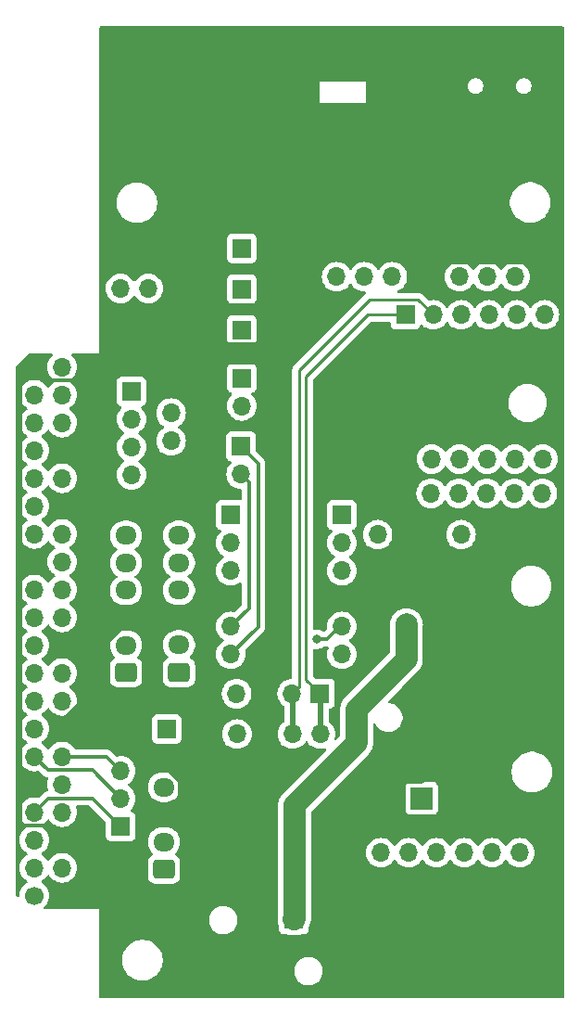
<source format=gbr>
%TF.GenerationSoftware,KiCad,Pcbnew,8.0.2*%
%TF.CreationDate,2024-07-21T18:01:21+02:00*%
%TF.ProjectId,CzlapCzlapTOP,437a6c61-7043-47a6-9c61-70544f502e6b,rev?*%
%TF.SameCoordinates,Original*%
%TF.FileFunction,Copper,L2,Bot*%
%TF.FilePolarity,Positive*%
%FSLAX46Y46*%
G04 Gerber Fmt 4.6, Leading zero omitted, Abs format (unit mm)*
G04 Created by KiCad (PCBNEW 8.0.2) date 2024-07-21 18:01:21*
%MOMM*%
%LPD*%
G01*
G04 APERTURE LIST*
G04 Aperture macros list*
%AMRoundRect*
0 Rectangle with rounded corners*
0 $1 Rounding radius*
0 $2 $3 $4 $5 $6 $7 $8 $9 X,Y pos of 4 corners*
0 Add a 4 corners polygon primitive as box body*
4,1,4,$2,$3,$4,$5,$6,$7,$8,$9,$2,$3,0*
0 Add four circle primitives for the rounded corners*
1,1,$1+$1,$2,$3*
1,1,$1+$1,$4,$5*
1,1,$1+$1,$6,$7*
1,1,$1+$1,$8,$9*
0 Add four rect primitives between the rounded corners*
20,1,$1+$1,$2,$3,$4,$5,0*
20,1,$1+$1,$4,$5,$6,$7,0*
20,1,$1+$1,$6,$7,$8,$9,0*
20,1,$1+$1,$8,$9,$2,$3,0*%
G04 Aperture macros list end*
%TA.AperFunction,ComponentPad*%
%ADD10R,1.700000X1.700000*%
%TD*%
%TA.AperFunction,ComponentPad*%
%ADD11O,1.700000X1.700000*%
%TD*%
%TA.AperFunction,ComponentPad*%
%ADD12RoundRect,0.250000X0.725000X-0.600000X0.725000X0.600000X-0.725000X0.600000X-0.725000X-0.600000X0*%
%TD*%
%TA.AperFunction,ComponentPad*%
%ADD13O,1.950000X1.700000*%
%TD*%
%TA.AperFunction,ComponentPad*%
%ADD14R,2.000000X2.000000*%
%TD*%
%TA.AperFunction,ComponentPad*%
%ADD15C,2.000000*%
%TD*%
%TA.AperFunction,ComponentPad*%
%ADD16O,1.050000X2.100000*%
%TD*%
%TA.AperFunction,ComponentPad*%
%ADD17C,1.700000*%
%TD*%
%TA.AperFunction,ViaPad*%
%ADD18C,2.000000*%
%TD*%
%TA.AperFunction,ViaPad*%
%ADD19C,0.800000*%
%TD*%
%TA.AperFunction,Conductor*%
%ADD20C,2.000000*%
%TD*%
%TA.AperFunction,Conductor*%
%ADD21C,0.254000*%
%TD*%
%TA.AperFunction,Conductor*%
%ADD22C,0.500000*%
%TD*%
%TA.AperFunction,Conductor*%
%ADD23C,0.300000*%
%TD*%
G04 APERTURE END LIST*
D10*
%TO.P,U3,1,GND*%
%TO.N,GND*%
X122569600Y-56866000D03*
D11*
%TO.P,U3,2,+5V*%
%TO.N,5V*%
X125109600Y-56866000D03*
%TO.P,U3,3,C3+*%
%TO.N,Net-(J12-Pin_3)*%
X127649600Y-56866000D03*
%TO.P,U3,4,C3-*%
%TO.N,Net-(J12-Pin_4)*%
X130189600Y-56866000D03*
%TO.P,U3,5,C4+*%
%TO.N,Net-(J12-Pin_5)*%
X132729600Y-56866000D03*
%TO.P,U3,6,C4-*%
%TO.N,Net-(J12-Pin_6)*%
X135269600Y-56866000D03*
%TO.P,U3,7,C1+*%
%TO.N,Net-(J17-Pin_2)*%
X135407400Y-43713400D03*
%TO.P,U3,8,C1-*%
%TO.N,Net-(J17-Pin_3)*%
X132867400Y-43713400D03*
%TO.P,U3,9,C2+*%
%TO.N,Net-(J18-Pin_2)*%
X130327400Y-43713400D03*
%TO.P,U3,10,C2-*%
%TO.N,Net-(J18-Pin_3)*%
X127787400Y-43713400D03*
%TO.P,U3,11,SDA*%
%TO.N,SDA*%
X125247400Y-43713400D03*
D10*
%TO.P,U3,12,SCL*%
%TO.N,SCL*%
X122707400Y-43713400D03*
%TD*%
%TO.P,RST1,1,Pin_1*%
%TO.N,Net-(RST1-Pin_1)*%
X96697800Y-90424000D03*
D11*
%TO.P,RST1,2,Pin_2*%
%TO.N,Net-(RST1-Pin_2)*%
X96697800Y-87884000D03*
%TO.P,RST1,3,Pin_3*%
%TO.N,Net-(RST1-Pin_3)*%
X96697800Y-85344000D03*
%TD*%
D12*
%TO.P,J9,1,Pin_1*%
%TO.N,VSPI_MISO*%
X102011200Y-76352400D03*
D13*
%TO.P,J9,2,Pin_2*%
%TO.N,VSPI_MOSI*%
X102011200Y-73852400D03*
%TO.P,J9,3,Pin_3*%
%TO.N,GND*%
X102011200Y-71352400D03*
%TO.P,J9,4,Pin_4*%
%TO.N,+3.3V*%
X102011200Y-68852400D03*
%TO.P,J9,5,Pin_5*%
%TO.N,VSPI_SCK*%
X102011200Y-66352400D03*
%TO.P,J9,6,Pin_6*%
%TO.N,VSPI_SS0*%
X102011200Y-63852400D03*
%TD*%
D10*
%TO.P,5V_3,1,Pin_1*%
%TO.N,5V*%
X107756800Y-45086800D03*
D11*
%TO.P,5V_3,2,Pin_2*%
%TO.N,GND*%
X105216800Y-45086800D03*
%TD*%
D10*
%TO.P,U7,1,L1*%
%TO.N,RX*%
X106756200Y-61990600D03*
D11*
%TO.P,U7,2,L2*%
%TO.N,TX*%
X106756200Y-64530600D03*
%TO.P,U7,3,LVcc*%
%TO.N,+3.3VA*%
X106756200Y-67070600D03*
%TO.P,U7,4,GND*%
%TO.N,GND*%
X106756200Y-69610600D03*
%TO.P,U7,5,L3*%
%TO.N,Net-(J19-Pin_2)*%
X106756200Y-72150600D03*
%TO.P,U7,6,L4*%
%TO.N,Net-(J19-Pin_1)*%
X106756200Y-74690600D03*
%TO.P,U7,7,H4*%
%TO.N,Net-(J20-Pin_2)*%
X116916200Y-74690600D03*
%TO.P,U7,8,H3*%
%TO.N,Net-(J20-Pin_1)*%
X116916200Y-72150600D03*
%TO.P,U7,9,GND*%
%TO.N,GND*%
X116916200Y-69610600D03*
%TO.P,U7,10,HVcc*%
%TO.N,5V*%
X116916200Y-67070600D03*
%TO.P,U7,11,H2*%
%TO.N,TX_H*%
X116916200Y-64530600D03*
D10*
%TO.P,U7,12,H1*%
%TO.N,RX_H*%
X116916200Y-61990600D03*
%TD*%
%TO.P,J14,1,Pin_1*%
%TO.N,SCL*%
X114909600Y-78282800D03*
D11*
%TO.P,J14,2,Pin_2*%
%TO.N,SDA*%
X112369600Y-78282800D03*
%TO.P,J14,3,Pin_3*%
%TO.N,GND*%
X109829600Y-78282800D03*
%TO.P,J14,4,Pin_4*%
%TO.N,+3.3VA*%
X107289600Y-78282800D03*
%TD*%
D10*
%TO.P,5V_2,1,Pin_1*%
%TO.N,5V*%
X107751800Y-41351200D03*
D11*
%TO.P,5V_2,2,Pin_2*%
%TO.N,GND*%
X105211800Y-41351200D03*
%TD*%
D10*
%TO.P,J5,1,Pin_1*%
%TO.N,GND*%
X96672400Y-38760400D03*
D11*
%TO.P,J5,2,Pin_2*%
X99212400Y-38760400D03*
%TO.P,J5,3,Pin_3*%
%TO.N,Net-(J5-Pin_3)*%
X96672400Y-41300400D03*
%TO.P,J5,4,Pin_4*%
%TO.N,Net-(J5-Pin_4)*%
X99212400Y-41300400D03*
%TD*%
D14*
%TO.P,J3,1,1*%
%TO.N,+BATT*%
X124206000Y-87833200D03*
D15*
%TO.P,J3,2,2*%
%TO.N,GND*%
X124206000Y-85293200D03*
%TD*%
D16*
%TO.P,J22,S1,SHIELD*%
%TO.N,GND*%
X113943200Y-19405600D03*
%TO.P,J22,S2,SHIELD*%
X113943200Y-24305600D03*
%TO.P,J22,S3,SHIELD*%
X120143200Y-24305600D03*
%TO.P,J22,S4,SHIELD*%
X120143200Y-19405600D03*
%TD*%
D11*
%TO.P,J15,1,Pin_1*%
%TO.N,SCL*%
X114933000Y-81979200D03*
%TO.P,J15,2,Pin_2*%
%TO.N,SDA*%
X112393000Y-81979200D03*
%TO.P,J15,3,Pin_3*%
%TO.N,GND*%
X109853000Y-81979200D03*
%TO.P,J15,4,Pin_4*%
%TO.N,+3.3VA*%
X107313000Y-81979200D03*
%TD*%
%TO.P,U2,1,+VIN*%
%TO.N,+BATT*%
X127787400Y-63778500D03*
%TO.P,U2,2,-VIN*%
%TO.N,GND*%
X125247400Y-63778500D03*
%TO.P,U2,3,COM*%
X122707400Y-63778500D03*
%TO.P,U2,4,+VOUT*%
%TO.N,5V*%
X120167400Y-63778500D03*
%TD*%
D10*
%TO.P,5V_1,1,Pin_1*%
%TO.N,5V*%
X107751800Y-37639200D03*
D11*
%TO.P,5V_1,2,Pin_2*%
%TO.N,GND*%
X105211800Y-37639200D03*
%TD*%
D10*
%TO.P,3V3_1,1,Pin_1*%
%TO.N,+3.3VA*%
X100888800Y-81534000D03*
D11*
%TO.P,3V3_1,2,Pin_2*%
%TO.N,GND*%
X98348800Y-81534000D03*
%TD*%
D10*
%TO.P,J23,1,Pin_1*%
%TO.N,GND*%
X117932200Y-92811600D03*
D11*
%TO.P,J23,2,Pin_2*%
%TO.N,DCDC_EN*%
X120472200Y-92811600D03*
%TO.P,J23,3,Pin_3*%
%TO.N,~{RST}*%
X123012200Y-92811600D03*
%TO.P,J23,4,Pin_4*%
%TO.N,RX_H*%
X125552200Y-92811600D03*
%TO.P,J23,5,Pin_5*%
%TO.N,TX_H*%
X128092200Y-92811600D03*
%TO.P,J23,6,Pin_6*%
%TO.N,+BATT*%
X130632200Y-92811600D03*
%TO.P,J23,7,Pin_7*%
X133172200Y-92811600D03*
%TO.P,J23,8,Pin_8*%
%TO.N,GND*%
X135712200Y-92811600D03*
%TD*%
D10*
%TO.P,RST2,1,Pin_1*%
%TO.N,GND*%
X101295200Y-57759600D03*
D11*
%TO.P,RST2,2,Pin_2*%
%TO.N,~{RST}*%
X101295200Y-55219600D03*
%TO.P,RST2,3,Pin_3*%
%TO.N,GPIO20*%
X101295200Y-52679600D03*
%TD*%
D17*
%TO.P,U1,1,3V3*%
%TO.N,+3.3VA*%
X88798400Y-96723200D03*
D11*
%TO.P,U1,3,GPIO2/SDA1*%
%TO.N,SDA*%
X88798400Y-94183200D03*
%TO.P,U1,4,5V*%
%TO.N,5V*%
X91338400Y-94183200D03*
%TO.P,U1,5,GPIO3/SCL1*%
%TO.N,SCL*%
X88798400Y-91643200D03*
%TO.P,U1,6,GND*%
%TO.N,GND*%
X91338400Y-91643200D03*
%TO.P,U1,7,GPIO4/GPIO_GCKL*%
%TO.N,Net-(RST1-Pin_1)*%
X88798400Y-89103200D03*
%TO.P,U1,8,GPIO14/TXD0*%
%TO.N,TX*%
X91338400Y-89103200D03*
%TO.P,U1,9,GND*%
%TO.N,GND*%
X88798400Y-86563200D03*
%TO.P,U1,10,GPIO15/RXD0*%
%TO.N,RX*%
X91338400Y-86563200D03*
%TO.P,U1,11,GPIO17/GPIO_GEN0*%
%TO.N,Net-(RST1-Pin_2)*%
X88798400Y-84023200D03*
%TO.P,U1,12,GPIO18/GPIO_GEN1*%
%TO.N,Net-(RST1-Pin_3)*%
X91338400Y-84023200D03*
%TO.P,U1,13,GPIO27/GPIO_GEN2*%
%TO.N,unconnected-(U1-GPIO27{slash}GPIO_GEN2-Pad13)*%
X88798400Y-81483200D03*
%TO.P,U1,14,GND*%
%TO.N,GND*%
X91338400Y-81483200D03*
%TO.P,U1,15,GPIO22/GPIO_GEN3*%
%TO.N,unconnected-(U1-GPIO22{slash}GPIO_GEN3-Pad15)*%
X88798400Y-78943200D03*
%TO.P,U1,16,GPIO23/GPIO_GEN4*%
%TO.N,unconnected-(U1-GPIO23{slash}GPIO_GEN4-Pad16)*%
X91338400Y-78943200D03*
%TO.P,U1,17,3V3*%
%TO.N,+3.3V*%
X88798400Y-76403200D03*
%TO.P,U1,18,GPIO24/GPIO_GEN5*%
%TO.N,unconnected-(U1-GPIO24{slash}GPIO_GEN5-Pad18)*%
X91338400Y-76403200D03*
%TO.P,U1,19,GPIO10/SPI_MOSI*%
%TO.N,VSPI_MOSI*%
X88798400Y-73863200D03*
%TO.P,U1,20,GND*%
%TO.N,GND*%
X91338400Y-73863200D03*
%TO.P,U1,21,GPIO9/SPI_MISO*%
%TO.N,VSPI_MISO*%
X88798400Y-71323200D03*
%TO.P,U1,22,GPIO25/GPIO_GEN6*%
%TO.N,unconnected-(U1-GPIO25{slash}GPIO_GEN6-Pad22)*%
X91338400Y-71323200D03*
%TO.P,U1,23,GPIO11/SPI_SCLK*%
%TO.N,VSPI_SCK*%
X88798400Y-68783200D03*
%TO.P,U1,24,GPIO8/~{SPI_CE0}*%
%TO.N,VSPI_SS0*%
X91338400Y-68783200D03*
%TO.P,U1,25,GND*%
%TO.N,GND*%
X88798400Y-66243200D03*
%TO.P,U1,26,GPIO7/~{SPI_CE1}*%
%TO.N,VSPI_SS1*%
X91338400Y-66243200D03*
%TO.P,U1,27,ID_SD*%
%TO.N,unconnected-(U1-ID_SD-Pad27)*%
X88798400Y-63703200D03*
%TO.P,U1,28,ID_SC*%
%TO.N,unconnected-(U1-ID_SC-Pad28)*%
X91338400Y-63703200D03*
%TO.P,U1,29,GPIO5*%
%TO.N,unconnected-(U1-GPIO5-Pad29)*%
X88798400Y-61163200D03*
%TO.P,U1,30,GND*%
%TO.N,GND*%
X91338400Y-61163200D03*
%TO.P,U1,31,GPIO6*%
%TO.N,Net-(GPIO_1-Pin_4)*%
X88798400Y-58623200D03*
%TO.P,U1,32,GPIO12*%
%TO.N,Net-(GPIO_1-Pin_3)*%
X91338400Y-58623200D03*
%TO.P,U1,33,GPIO13*%
%TO.N,Net-(GPIO_1-Pin_2)*%
X88798400Y-56083200D03*
%TO.P,U1,34,GND*%
%TO.N,GND*%
X91338400Y-56083200D03*
%TO.P,U1,35,GPIO19*%
%TO.N,Net-(GPIO_1-Pin_1)*%
X88798400Y-53543200D03*
%TO.P,U1,36,GPIO16*%
%TO.N,DCDC_EN*%
X91338400Y-53543200D03*
%TO.P,U1,37,GPIO26*%
%TO.N,Net-(U1-GPIO26)*%
X88798400Y-51003200D03*
%TO.P,U1,38,GPIO20*%
%TO.N,GPIO20*%
X91338400Y-51003200D03*
%TO.P,U1,39,GND*%
%TO.N,GND*%
X88798400Y-48463200D03*
%TO.P,U1,40,GPIO21*%
%TO.N,Net-(U1-GPIO21)*%
X91338400Y-48463200D03*
%TD*%
D10*
%TO.P,J18,1,Pin_1*%
%TO.N,GND*%
X124053600Y-40233600D03*
D11*
%TO.P,J18,2,Pin_2*%
%TO.N,Net-(J18-Pin_2)*%
X121513600Y-40233600D03*
%TO.P,J18,3,Pin_3*%
%TO.N,Net-(J18-Pin_3)*%
X118973600Y-40233600D03*
%TO.P,J18,4,Pin_4*%
%TO.N,5V*%
X116433600Y-40233600D03*
%TD*%
D10*
%TO.P,J19,1,Pin_1*%
%TO.N,Net-(J19-Pin_1)*%
X107696000Y-55727600D03*
D11*
%TO.P,J19,2,Pin_2*%
%TO.N,Net-(J19-Pin_2)*%
X107696000Y-58267600D03*
%TO.P,J19,3,Pin_3*%
%TO.N,GND*%
X105156000Y-55727600D03*
%TO.P,J19,4,Pin_4*%
X105156000Y-58267600D03*
%TD*%
D10*
%TO.P,J20,1,Pin_1*%
%TO.N,Net-(J20-Pin_1)*%
X107746800Y-49479200D03*
D11*
%TO.P,J20,2,Pin_2*%
%TO.N,Net-(J20-Pin_2)*%
X107746800Y-52019200D03*
%TO.P,J20,3,Pin_3*%
%TO.N,GND*%
X105206800Y-49479200D03*
%TO.P,J20,4,Pin_4*%
X105206800Y-52019200D03*
%TD*%
D10*
%TO.P,J17,1,Pin_1*%
%TO.N,GND*%
X135280400Y-40233600D03*
D11*
%TO.P,J17,2,Pin_2*%
%TO.N,Net-(J17-Pin_2)*%
X132740400Y-40233600D03*
%TO.P,J17,3,Pin_3*%
%TO.N,Net-(J17-Pin_3)*%
X130200400Y-40233600D03*
%TO.P,J17,4,Pin_4*%
%TO.N,5V*%
X127660400Y-40233600D03*
%TD*%
D12*
%TO.P,J10,1,Pin_1*%
%TO.N,VSPI_MISO*%
X97180400Y-76363200D03*
D13*
%TO.P,J10,2,Pin_2*%
%TO.N,VSPI_MOSI*%
X97180400Y-73863200D03*
%TO.P,J10,3,Pin_3*%
%TO.N,GND*%
X97180400Y-71363200D03*
%TO.P,J10,4,Pin_4*%
%TO.N,+3.3V*%
X97180400Y-68863200D03*
%TO.P,J10,5,Pin_5*%
%TO.N,VSPI_SCK*%
X97180400Y-66363200D03*
%TO.P,J10,6,Pin_6*%
%TO.N,VSPI_SS1*%
X97180400Y-63863200D03*
%TD*%
D10*
%TO.P,GPIO_1,1,Pin_1*%
%TO.N,Net-(GPIO_1-Pin_1)*%
X97663000Y-50698400D03*
D11*
%TO.P,GPIO_1,2,Pin_2*%
%TO.N,Net-(GPIO_1-Pin_2)*%
X97663000Y-53238400D03*
%TO.P,GPIO_1,3,Pin_3*%
%TO.N,Net-(GPIO_1-Pin_3)*%
X97663000Y-55778400D03*
%TO.P,GPIO_1,4,Pin_4*%
%TO.N,Net-(GPIO_1-Pin_4)*%
X97663000Y-58318400D03*
%TD*%
D12*
%TO.P,J16,1,Pin_1*%
%TO.N,SDA*%
X100639600Y-94326400D03*
D13*
%TO.P,J16,2,Pin_2*%
%TO.N,SCL*%
X100639600Y-91826400D03*
%TO.P,J16,3,Pin_3*%
%TO.N,GND*%
X100639600Y-89326400D03*
%TO.P,J16,4,Pin_4*%
%TO.N,+3.3VA*%
X100639600Y-86826400D03*
%TD*%
D10*
%TO.P,J12,1,Pin_1*%
%TO.N,GND*%
X122529600Y-59994800D03*
D11*
%TO.P,J12,2,Pin_2*%
%TO.N,5V*%
X125069600Y-59994800D03*
%TO.P,J12,3,Pin_3*%
%TO.N,Net-(J12-Pin_3)*%
X127609600Y-59994800D03*
%TO.P,J12,4,Pin_4*%
%TO.N,Net-(J12-Pin_4)*%
X130149600Y-59994800D03*
%TO.P,J12,5,Pin_5*%
%TO.N,Net-(J12-Pin_5)*%
X132689600Y-59994800D03*
%TO.P,J12,6,Pin_6*%
%TO.N,Net-(J12-Pin_6)*%
X135229600Y-59994800D03*
%TD*%
D10*
%TO.P,M1,1,+*%
%TO.N,5V*%
X112522000Y-98907600D03*
D11*
%TO.P,M1,2,-*%
%TO.N,GND*%
X109982000Y-98907600D03*
%TD*%
D18*
%TO.N,5V*%
X122809000Y-71983600D03*
%TO.N,GND*%
X112877600Y-46228000D03*
X116890800Y-56083200D03*
X102362000Y-35356800D03*
X127660400Y-31496000D03*
D19*
%TO.N,Net-(J20-Pin_1)*%
X114604800Y-73329800D03*
%TD*%
D20*
%TO.N,5V*%
X112572800Y-98856800D02*
X112522000Y-98907600D01*
X118246908Y-79720692D02*
X118246908Y-82801401D01*
X118246908Y-82801401D02*
X112572800Y-88475509D01*
X112572800Y-88475509D02*
X112572800Y-98856800D01*
X122809000Y-71983600D02*
X122809000Y-75158600D01*
X122809000Y-75158600D02*
X118246908Y-79720692D01*
D21*
%TO.N,SDA*%
X112979200Y-48773200D02*
X119410600Y-42341800D01*
D22*
X112393000Y-78306200D02*
X112369600Y-78282800D01*
D21*
X112369600Y-78282800D02*
X112979200Y-77673200D01*
D22*
X112393000Y-81979200D02*
X112393000Y-78306200D01*
D21*
X123875800Y-42341800D02*
X125247400Y-43713400D01*
X112393000Y-81979200D02*
X112369600Y-81955800D01*
X112979200Y-77673200D02*
X112979200Y-48773200D01*
X119410600Y-42341800D02*
X123875800Y-42341800D01*
%TO.N,SCL*%
X113639600Y-77012800D02*
X114960400Y-78333600D01*
X113639600Y-49352200D02*
X113639600Y-77012800D01*
X114960400Y-81951800D02*
X114933000Y-81979200D01*
D22*
X114933000Y-81979200D02*
X114933000Y-78306200D01*
D21*
X122707400Y-43713400D02*
X119278400Y-43713400D01*
D22*
X114933000Y-78306200D02*
X114909600Y-78282800D01*
D21*
X119278400Y-43713400D02*
X113639600Y-49352200D01*
D20*
%TO.N,GND*%
X92540481Y-73863200D02*
X91338400Y-73863200D01*
X103124000Y-57759600D02*
X105156000Y-55727600D01*
X101386199Y-84472494D02*
X102946200Y-86032495D01*
X103394800Y-36389600D02*
X102362000Y-35356800D01*
X135280400Y-39319200D02*
X135280400Y-40233600D01*
X94079895Y-54368705D02*
X94092600Y-54356000D01*
X105211800Y-37639200D02*
X105211800Y-39217600D01*
X122446000Y-56989600D02*
X122446000Y-57886200D01*
X117932200Y-97866200D02*
X117932200Y-95580200D01*
X117932200Y-95580200D02*
X117932200Y-92811600D01*
X96579895Y-71363200D02*
X97180400Y-71363200D01*
X105206800Y-46837600D02*
X105206800Y-45096800D01*
X94079895Y-60706000D02*
X94079895Y-58267600D01*
X105206800Y-45096800D02*
X105216800Y-45086800D01*
D23*
X87544400Y-85309200D02*
X87544400Y-67497200D01*
D20*
X128981200Y-32816800D02*
X127660400Y-31496000D01*
X124002800Y-85496400D02*
X124206000Y-85293200D01*
X102967800Y-71352400D02*
X104709600Y-69610600D01*
X109829600Y-82002600D02*
X109853000Y-81979200D01*
X109296200Y-101879400D02*
X109118400Y-101701600D01*
X99966494Y-84472494D02*
X101386199Y-84472494D01*
X106222800Y-31496000D02*
X127660400Y-31496000D01*
X99720400Y-61315600D02*
X101295200Y-59740800D01*
X134090800Y-38129600D02*
X135280400Y-39319200D01*
D23*
X88798400Y-86563200D02*
X87544400Y-85309200D01*
D20*
X122569600Y-56866000D02*
X122446000Y-56989600D01*
X125323600Y-69494400D02*
X125526800Y-69697600D01*
X94079895Y-58267600D02*
X94079895Y-54368705D01*
X91338400Y-73863200D02*
X94079895Y-73863200D01*
X109118400Y-101701600D02*
X109510800Y-101309200D01*
D23*
X94000400Y-49717200D02*
X94092600Y-49809400D01*
D20*
X93929200Y-75251919D02*
X92540481Y-73863200D01*
D23*
X88798400Y-48463200D02*
X90052400Y-49717200D01*
D20*
X124053600Y-40233600D02*
X126157600Y-38129600D01*
X119024400Y-90754200D02*
X119024400Y-85671600D01*
X102362000Y-35356800D02*
X103962200Y-33756600D01*
X116890800Y-56083200D02*
X117297200Y-56083200D01*
X104709600Y-69610600D02*
X106756200Y-69610600D01*
X92365400Y-56083200D02*
X91338400Y-56083200D01*
X122446000Y-57886200D02*
X122471800Y-57912000D01*
D23*
X87544400Y-67497200D02*
X88798400Y-66243200D01*
D20*
X92540481Y-91643200D02*
X98692465Y-97795184D01*
X102011200Y-71352400D02*
X102967800Y-71352400D01*
X122471800Y-63542900D02*
X122707400Y-63778500D01*
D23*
X87544400Y-90059000D02*
X87842600Y-90357200D01*
D20*
X91773906Y-81483200D02*
X93929200Y-79327906D01*
X103962200Y-33756600D02*
X106222800Y-31496000D01*
X106761600Y-89326400D02*
X109829600Y-86258400D01*
X102946200Y-89326400D02*
X106761600Y-89326400D01*
X117932200Y-95580200D02*
X134188200Y-95580200D01*
X93929200Y-79327906D02*
X93929200Y-75251919D01*
X105206800Y-46837600D02*
X105560000Y-47190800D01*
X109982000Y-98907600D02*
X109982000Y-86410800D01*
X96672400Y-38760400D02*
X99212400Y-38760400D01*
X114489200Y-101309200D02*
X117932200Y-97866200D01*
X109853000Y-81979200D02*
X109853000Y-78306200D01*
X116916200Y-69610600D02*
X117032400Y-69494400D01*
X94092600Y-53735400D02*
X94092600Y-49809400D01*
X126157600Y-38129600D02*
X128981200Y-38129600D01*
X97180400Y-71363200D02*
X102000400Y-71363200D01*
X109982000Y-86410800D02*
X109829600Y-86258400D01*
X105206800Y-49479200D02*
X105206800Y-46837600D01*
D23*
X90052400Y-49717200D02*
X94000400Y-49717200D01*
D20*
X103962200Y-36389600D02*
X103394800Y-36389600D01*
D23*
X87544400Y-87512400D02*
X87544400Y-90059000D01*
D20*
X93929200Y-81483200D02*
X96977200Y-81483200D01*
X93622695Y-61163200D02*
X91338400Y-61163200D01*
D23*
X87842600Y-90357200D02*
X90052400Y-90357200D01*
D20*
X94079895Y-73863200D02*
X96579895Y-71363200D01*
X92365400Y-56083200D02*
X94092600Y-54356000D01*
X101295200Y-57759600D02*
X103124000Y-57759600D01*
X119024400Y-85671600D02*
X119199600Y-85496400D01*
X103428800Y-97795184D02*
X103428800Y-101879400D01*
X105156000Y-58267600D02*
X104698800Y-57810400D01*
D23*
X87544400Y-49717200D02*
X87544400Y-64989200D01*
D20*
X125526800Y-83972400D02*
X125526800Y-66597900D01*
X101295200Y-59740800D02*
X101295200Y-57759600D01*
X121786800Y-56083200D02*
X122569600Y-56866000D01*
X94092600Y-54356000D02*
X94092600Y-53735400D01*
X99212400Y-38760400D02*
X99212400Y-38506400D01*
X125526800Y-66597900D02*
X122707400Y-63778500D01*
X94079895Y-60706000D02*
X94689495Y-61315600D01*
X103428800Y-101879400D02*
X109296200Y-101879400D01*
X103962200Y-36389600D02*
X105211800Y-37639200D01*
X103962200Y-33756600D02*
X103962200Y-36389600D01*
X111914800Y-47190800D02*
X112877600Y-46228000D01*
X117032400Y-69494400D02*
X125323600Y-69494400D01*
X128981200Y-38129600D02*
X134090800Y-38129600D01*
X135712200Y-94056200D02*
X135712200Y-92811600D01*
X91338400Y-81483200D02*
X91773906Y-81483200D01*
X91338400Y-91643200D02*
X92540481Y-91643200D01*
X105206800Y-49479200D02*
X105206800Y-58216800D01*
X102946200Y-86032495D02*
X102946200Y-89326400D01*
X109853000Y-78306200D02*
X109829600Y-78282800D01*
X94689495Y-61315600D02*
X99720400Y-61315600D01*
X91338400Y-81483200D02*
X93929200Y-81483200D01*
X105211800Y-39217600D02*
X105211800Y-45081800D01*
X122471800Y-57912000D02*
X122471800Y-63542900D01*
X125247400Y-63778500D02*
X122707400Y-63778500D01*
X96977200Y-81483200D02*
X99966494Y-84472494D01*
X109829600Y-86258400D02*
X109829600Y-82002600D01*
X100639600Y-89326400D02*
X102946200Y-89326400D01*
X99212400Y-38506400D02*
X102362000Y-35356800D01*
X109118400Y-101701600D02*
X109118400Y-99771200D01*
X109510800Y-101309200D02*
X114489200Y-101309200D01*
D23*
X88798400Y-86563200D02*
X88493600Y-86563200D01*
D20*
X117932200Y-91846400D02*
X119024400Y-90754200D01*
X119199600Y-85496400D02*
X124002800Y-85496400D01*
X124206000Y-85293200D02*
X125526800Y-83972400D01*
X94079895Y-60706000D02*
X93622695Y-61163200D01*
X98298000Y-81483200D02*
X98348800Y-81534000D01*
X134188200Y-95580200D02*
X135712200Y-94056200D01*
X94079895Y-73863200D02*
X94079895Y-60706000D01*
X93929200Y-81483200D02*
X98298000Y-81483200D01*
X98692465Y-97795184D02*
X103428800Y-97795184D01*
X128981200Y-38129600D02*
X128981200Y-32816800D01*
D23*
X88493600Y-86563200D02*
X87544400Y-87512400D01*
D20*
X117932200Y-92811600D02*
X117932200Y-91846400D01*
D23*
X90052400Y-90357200D02*
X91338400Y-91643200D01*
X87544400Y-64989200D02*
X88798400Y-66243200D01*
D20*
X105560000Y-47190800D02*
X111914800Y-47190800D01*
X109118400Y-99771200D02*
X109982000Y-98907600D01*
X102000400Y-71363200D02*
X102011200Y-71352400D01*
D23*
X88798400Y-48463200D02*
X87544400Y-49717200D01*
D20*
X116890800Y-56083200D02*
X121786800Y-56083200D01*
X105211800Y-45081800D02*
X105216800Y-45086800D01*
D23*
%TO.N,Net-(J19-Pin_2)*%
X108396000Y-70510800D02*
X106756200Y-72150600D01*
X108396000Y-58967600D02*
X108396000Y-70510800D01*
X107696000Y-58267600D02*
X108396000Y-58967600D01*
%TO.N,Net-(J19-Pin_1)*%
X109245400Y-57277000D02*
X109245400Y-72201400D01*
X107696000Y-55727600D02*
X109245400Y-57277000D01*
X109245400Y-72201400D02*
X106756200Y-74690600D01*
%TO.N,Net-(J20-Pin_1)*%
X116723800Y-72150600D02*
X116916200Y-72150600D01*
X115544600Y-73329800D02*
X116723800Y-72150600D01*
X114604800Y-73329800D02*
X115544600Y-73329800D01*
%TO.N,Net-(RST1-Pin_2)*%
X94091000Y-85277200D02*
X90052400Y-85277200D01*
X90052400Y-85277200D02*
X88798400Y-84023200D01*
X96697800Y-87884000D02*
X94091000Y-85277200D01*
%TO.N,Net-(RST1-Pin_1)*%
X94123000Y-87849200D02*
X90052400Y-87849200D01*
X96697800Y-90424000D02*
X94123000Y-87849200D01*
X90052400Y-87849200D02*
X88798400Y-89103200D01*
%TO.N,Net-(RST1-Pin_3)*%
X95377000Y-84023200D02*
X91338400Y-84023200D01*
X96697800Y-85344000D02*
X95377000Y-84023200D01*
%TD*%
%TA.AperFunction,Conductor*%
%TO.N,GND*%
G36*
X137153839Y-17393285D02*
G01*
X137199594Y-17446089D01*
X137210800Y-17497600D01*
X137210800Y-105946400D01*
X137191115Y-106013439D01*
X137138311Y-106059194D01*
X137086800Y-106070400D01*
X94874000Y-106070400D01*
X94806961Y-106050715D01*
X94761206Y-105997911D01*
X94750000Y-105946400D01*
X94750000Y-102494711D01*
X96828500Y-102494711D01*
X96828500Y-102737288D01*
X96860161Y-102977785D01*
X96922947Y-103212104D01*
X96961288Y-103304666D01*
X97015776Y-103436212D01*
X97137064Y-103646289D01*
X97137066Y-103646292D01*
X97137067Y-103646293D01*
X97284733Y-103838736D01*
X97284739Y-103838743D01*
X97456256Y-104010260D01*
X97456262Y-104010265D01*
X97648711Y-104157936D01*
X97858788Y-104279224D01*
X98082900Y-104372054D01*
X98317211Y-104434838D01*
X98481138Y-104456419D01*
X98557711Y-104466500D01*
X98557712Y-104466500D01*
X98800289Y-104466500D01*
X98876862Y-104456419D01*
X99040789Y-104434838D01*
X99275100Y-104372054D01*
X99499212Y-104279224D01*
X99709289Y-104157936D01*
X99901738Y-104010265D01*
X100073265Y-103838738D01*
X100220936Y-103646289D01*
X100301442Y-103506848D01*
X112552500Y-103506848D01*
X112552500Y-103711551D01*
X112584522Y-103913734D01*
X112647781Y-104108423D01*
X112740715Y-104290813D01*
X112861028Y-104456413D01*
X113005786Y-104601171D01*
X113160749Y-104713756D01*
X113171390Y-104721487D01*
X113287607Y-104780703D01*
X113353776Y-104814418D01*
X113353778Y-104814418D01*
X113353781Y-104814420D01*
X113458137Y-104848327D01*
X113548465Y-104877677D01*
X113649557Y-104893688D01*
X113750648Y-104909700D01*
X113750649Y-104909700D01*
X113955351Y-104909700D01*
X113955352Y-104909700D01*
X114157534Y-104877677D01*
X114352219Y-104814420D01*
X114534610Y-104721487D01*
X114627590Y-104653932D01*
X114700213Y-104601171D01*
X114700215Y-104601168D01*
X114700219Y-104601166D01*
X114844966Y-104456419D01*
X114844968Y-104456415D01*
X114844971Y-104456413D01*
X114906262Y-104372052D01*
X114965287Y-104290810D01*
X115058220Y-104108419D01*
X115121477Y-103913734D01*
X115153500Y-103711552D01*
X115153500Y-103506848D01*
X115121477Y-103304665D01*
X115058218Y-103109976D01*
X115024503Y-103043807D01*
X114965287Y-102927590D01*
X114957556Y-102916949D01*
X114844971Y-102761986D01*
X114700213Y-102617228D01*
X114534613Y-102496915D01*
X114534612Y-102496914D01*
X114534610Y-102496913D01*
X114477653Y-102467891D01*
X114352223Y-102403981D01*
X114157534Y-102340722D01*
X113982995Y-102313078D01*
X113955352Y-102308700D01*
X113750648Y-102308700D01*
X113726329Y-102312551D01*
X113548465Y-102340722D01*
X113353776Y-102403981D01*
X113171386Y-102496915D01*
X113005786Y-102617228D01*
X112861028Y-102761986D01*
X112740715Y-102927586D01*
X112647781Y-103109976D01*
X112584522Y-103304665D01*
X112552500Y-103506848D01*
X100301442Y-103506848D01*
X100342224Y-103436212D01*
X100435054Y-103212100D01*
X100497838Y-102977789D01*
X100529500Y-102737288D01*
X100529500Y-102494712D01*
X100497838Y-102254211D01*
X100435054Y-102019900D01*
X100342224Y-101795788D01*
X100220936Y-101585711D01*
X100073265Y-101393262D01*
X100073260Y-101393256D01*
X99901743Y-101221739D01*
X99901736Y-101221733D01*
X99709293Y-101074067D01*
X99709292Y-101074066D01*
X99709289Y-101074064D01*
X99499212Y-100952776D01*
X99499205Y-100952773D01*
X99275104Y-100859947D01*
X99040785Y-100797161D01*
X98800289Y-100765500D01*
X98800288Y-100765500D01*
X98557712Y-100765500D01*
X98557711Y-100765500D01*
X98317214Y-100797161D01*
X98082895Y-100859947D01*
X97858794Y-100952773D01*
X97858785Y-100952777D01*
X97648706Y-101074067D01*
X97456263Y-101221733D01*
X97456256Y-101221739D01*
X97284739Y-101393256D01*
X97284733Y-101393263D01*
X97137067Y-101585706D01*
X97015777Y-101795785D01*
X97015773Y-101795794D01*
X96922947Y-102019895D01*
X96860161Y-102254214D01*
X96828500Y-102494711D01*
X94750000Y-102494711D01*
X94750000Y-98856848D01*
X104752500Y-98856848D01*
X104752500Y-99061551D01*
X104784522Y-99263734D01*
X104847781Y-99458423D01*
X104940715Y-99640813D01*
X105061028Y-99806413D01*
X105205786Y-99951171D01*
X105360749Y-100063756D01*
X105371390Y-100071487D01*
X105487607Y-100130703D01*
X105553776Y-100164418D01*
X105553778Y-100164418D01*
X105553781Y-100164420D01*
X105658137Y-100198327D01*
X105748465Y-100227677D01*
X105849557Y-100243688D01*
X105950648Y-100259700D01*
X105950649Y-100259700D01*
X106155351Y-100259700D01*
X106155352Y-100259700D01*
X106357534Y-100227677D01*
X106552219Y-100164420D01*
X106734610Y-100071487D01*
X106833103Y-99999928D01*
X106900213Y-99951171D01*
X106900215Y-99951168D01*
X106900219Y-99951166D01*
X107044966Y-99806419D01*
X107044968Y-99806415D01*
X107044971Y-99806413D01*
X107097732Y-99733790D01*
X107165287Y-99640810D01*
X107258220Y-99458419D01*
X107321477Y-99263734D01*
X107353500Y-99061552D01*
X107353500Y-98856848D01*
X107321477Y-98654666D01*
X107258220Y-98459981D01*
X107258218Y-98459978D01*
X107258218Y-98459976D01*
X107224503Y-98393807D01*
X107165287Y-98277590D01*
X107157556Y-98266949D01*
X107044971Y-98111986D01*
X106900213Y-97967228D01*
X106734613Y-97846915D01*
X106734612Y-97846914D01*
X106734610Y-97846913D01*
X106677653Y-97817891D01*
X106552223Y-97753981D01*
X106357534Y-97690722D01*
X106182995Y-97663078D01*
X106155352Y-97658700D01*
X105950648Y-97658700D01*
X105926329Y-97662551D01*
X105748465Y-97690722D01*
X105553776Y-97753981D01*
X105371386Y-97846915D01*
X105205786Y-97967228D01*
X105061028Y-98111986D01*
X104940715Y-98277586D01*
X104847781Y-98459976D01*
X104784522Y-98654665D01*
X104752500Y-98856848D01*
X94750000Y-98856848D01*
X94750000Y-97942400D01*
X89788458Y-97942400D01*
X89721419Y-97922715D01*
X89675664Y-97869911D01*
X89665720Y-97800753D01*
X89694745Y-97737197D01*
X89700777Y-97730719D01*
X89740774Y-97690722D01*
X89836895Y-97594601D01*
X89972435Y-97401030D01*
X90072303Y-97186863D01*
X90133463Y-96958608D01*
X90154059Y-96723200D01*
X90133463Y-96487792D01*
X90072303Y-96259537D01*
X89972435Y-96045371D01*
X89836895Y-95851799D01*
X89836894Y-95851797D01*
X89669802Y-95684706D01*
X89669796Y-95684701D01*
X89484242Y-95554775D01*
X89440617Y-95500198D01*
X89433423Y-95430700D01*
X89464946Y-95368345D01*
X89484242Y-95351625D01*
X89506426Y-95336091D01*
X89669801Y-95221695D01*
X89836895Y-95054601D01*
X89966825Y-94869042D01*
X90021402Y-94825417D01*
X90090900Y-94818223D01*
X90153255Y-94849746D01*
X90169975Y-94869042D01*
X90299900Y-95054595D01*
X90299905Y-95054601D01*
X90466999Y-95221695D01*
X90563784Y-95289465D01*
X90660565Y-95357232D01*
X90660567Y-95357233D01*
X90660570Y-95357235D01*
X90874737Y-95457103D01*
X91102992Y-95518263D01*
X91291318Y-95534739D01*
X91338399Y-95538859D01*
X91338400Y-95538859D01*
X91338401Y-95538859D01*
X91377634Y-95535426D01*
X91573808Y-95518263D01*
X91802063Y-95457103D01*
X92016230Y-95357235D01*
X92209801Y-95221695D01*
X92376895Y-95054601D01*
X92512435Y-94861030D01*
X92612303Y-94646863D01*
X92673463Y-94418608D01*
X92694059Y-94183200D01*
X92673463Y-93947792D01*
X92612303Y-93719537D01*
X92512435Y-93505371D01*
X92506825Y-93497358D01*
X92376894Y-93311797D01*
X92209802Y-93144706D01*
X92209795Y-93144701D01*
X92194068Y-93133689D01*
X92170921Y-93117481D01*
X92016234Y-93009167D01*
X92016230Y-93009165D01*
X92016228Y-93009164D01*
X91802063Y-92909297D01*
X91802059Y-92909296D01*
X91802055Y-92909294D01*
X91573813Y-92848138D01*
X91573803Y-92848136D01*
X91338401Y-92827541D01*
X91338399Y-92827541D01*
X91102996Y-92848136D01*
X91102986Y-92848138D01*
X90874744Y-92909294D01*
X90874735Y-92909298D01*
X90660571Y-93009164D01*
X90660569Y-93009165D01*
X90466997Y-93144705D01*
X90299905Y-93311797D01*
X90169975Y-93497358D01*
X90115398Y-93540983D01*
X90045900Y-93548177D01*
X89983545Y-93516654D01*
X89966825Y-93497358D01*
X89836894Y-93311797D01*
X89669802Y-93144706D01*
X89669796Y-93144701D01*
X89484242Y-93014775D01*
X89440617Y-92960198D01*
X89433423Y-92890700D01*
X89464946Y-92828345D01*
X89484242Y-92811625D01*
X89506426Y-92796091D01*
X89669801Y-92681695D01*
X89836895Y-92514601D01*
X89972435Y-92321030D01*
X90072303Y-92106863D01*
X90133463Y-91878608D01*
X90154059Y-91643200D01*
X90153039Y-91631547D01*
X90149939Y-91596118D01*
X90133463Y-91407792D01*
X90072303Y-91179537D01*
X89972435Y-90965371D01*
X89836895Y-90771799D01*
X89836894Y-90771797D01*
X89669802Y-90604706D01*
X89669796Y-90604701D01*
X89484242Y-90474775D01*
X89440617Y-90420198D01*
X89433423Y-90350700D01*
X89464946Y-90288345D01*
X89484242Y-90271625D01*
X89506426Y-90256091D01*
X89669801Y-90141695D01*
X89836895Y-89974601D01*
X89966825Y-89789042D01*
X90021402Y-89745417D01*
X90090900Y-89738223D01*
X90153255Y-89769746D01*
X90169975Y-89789042D01*
X90299900Y-89974595D01*
X90299905Y-89974601D01*
X90466999Y-90141695D01*
X90563784Y-90209465D01*
X90660565Y-90277232D01*
X90660567Y-90277233D01*
X90660570Y-90277235D01*
X90874737Y-90377103D01*
X91102992Y-90438263D01*
X91291318Y-90454739D01*
X91338399Y-90458859D01*
X91338400Y-90458859D01*
X91338401Y-90458859D01*
X91377634Y-90455426D01*
X91573808Y-90438263D01*
X91802063Y-90377103D01*
X92016230Y-90277235D01*
X92209801Y-90141695D01*
X92376895Y-89974601D01*
X92512435Y-89781030D01*
X92612303Y-89566863D01*
X92673463Y-89338608D01*
X92694059Y-89103200D01*
X92673463Y-88867792D01*
X92616659Y-88655793D01*
X92618322Y-88585943D01*
X92657485Y-88528081D01*
X92721713Y-88500577D01*
X92736434Y-88499700D01*
X93802192Y-88499700D01*
X93869231Y-88519385D01*
X93889873Y-88536019D01*
X95310981Y-89957127D01*
X95344466Y-90018450D01*
X95347300Y-90044808D01*
X95347300Y-91321870D01*
X95347301Y-91321876D01*
X95353708Y-91381483D01*
X95404002Y-91516328D01*
X95404006Y-91516335D01*
X95490252Y-91631544D01*
X95490255Y-91631547D01*
X95605464Y-91717793D01*
X95605471Y-91717797D01*
X95740317Y-91768091D01*
X95740316Y-91768091D01*
X95747244Y-91768835D01*
X95799927Y-91774500D01*
X97595672Y-91774499D01*
X97655283Y-91768091D01*
X97783919Y-91720113D01*
X99164100Y-91720113D01*
X99164100Y-91932687D01*
X99165290Y-91940199D01*
X99195948Y-92133771D01*
X99197354Y-92142643D01*
X99206042Y-92169383D01*
X99263044Y-92344814D01*
X99359551Y-92534220D01*
X99484490Y-92706186D01*
X99623305Y-92845001D01*
X99656790Y-92906324D01*
X99651806Y-92976016D01*
X99609934Y-93031949D01*
X99600721Y-93038221D01*
X99445942Y-93133689D01*
X99321889Y-93257742D01*
X99229787Y-93407063D01*
X99229786Y-93407066D01*
X99174601Y-93573603D01*
X99174601Y-93573604D01*
X99174600Y-93573604D01*
X99164100Y-93676383D01*
X99164100Y-94976401D01*
X99164101Y-94976418D01*
X99174600Y-95079196D01*
X99174601Y-95079199D01*
X99221820Y-95221695D01*
X99229786Y-95245734D01*
X99321888Y-95395056D01*
X99445944Y-95519112D01*
X99595266Y-95611214D01*
X99761803Y-95666399D01*
X99864591Y-95676900D01*
X101414608Y-95676899D01*
X101517397Y-95666399D01*
X101683934Y-95611214D01*
X101833256Y-95519112D01*
X101957312Y-95395056D01*
X102049414Y-95245734D01*
X102104599Y-95079197D01*
X102115100Y-94976409D01*
X102115099Y-93676392D01*
X102104599Y-93573603D01*
X102049414Y-93407066D01*
X101957312Y-93257744D01*
X101833256Y-93133688D01*
X101683934Y-93041586D01*
X101683933Y-93041585D01*
X101678478Y-93038221D01*
X101631754Y-92986273D01*
X101620531Y-92917310D01*
X101648375Y-92853228D01*
X101655872Y-92845023D01*
X101794704Y-92706192D01*
X101812504Y-92681693D01*
X101919648Y-92534220D01*
X101919647Y-92534220D01*
X101919651Y-92534216D01*
X102016157Y-92344812D01*
X102081846Y-92142643D01*
X102115100Y-91932687D01*
X102115100Y-91720113D01*
X102081846Y-91510157D01*
X102016157Y-91307988D01*
X101919651Y-91118584D01*
X101919649Y-91118581D01*
X101919648Y-91118579D01*
X101794709Y-90946613D01*
X101644386Y-90796290D01*
X101472420Y-90671351D01*
X101283014Y-90574844D01*
X101283013Y-90574843D01*
X101283012Y-90574843D01*
X101080843Y-90509154D01*
X101080841Y-90509153D01*
X101080840Y-90509153D01*
X100919557Y-90483608D01*
X100870887Y-90475900D01*
X100408313Y-90475900D01*
X100359642Y-90483608D01*
X100198360Y-90509153D01*
X99996185Y-90574844D01*
X99806779Y-90671351D01*
X99634813Y-90796290D01*
X99484490Y-90946613D01*
X99359551Y-91118579D01*
X99263044Y-91307985D01*
X99263043Y-91307987D01*
X99263043Y-91307988D01*
X99258528Y-91321883D01*
X99197353Y-91510160D01*
X99177174Y-91637565D01*
X99164100Y-91720113D01*
X97783919Y-91720113D01*
X97790131Y-91717796D01*
X97905346Y-91631546D01*
X97991596Y-91516331D01*
X98041891Y-91381483D01*
X98048300Y-91321873D01*
X98048299Y-89526128D01*
X98041891Y-89466517D01*
X97991596Y-89331669D01*
X97991595Y-89331668D01*
X97991593Y-89331664D01*
X97905347Y-89216455D01*
X97905344Y-89216452D01*
X97790135Y-89130206D01*
X97790128Y-89130202D01*
X97658717Y-89081189D01*
X97602783Y-89039318D01*
X97578366Y-88973853D01*
X97593218Y-88905580D01*
X97614363Y-88877332D01*
X97736295Y-88755401D01*
X97871835Y-88561830D01*
X97971703Y-88347663D01*
X98032863Y-88119408D01*
X98053459Y-87884000D01*
X98032863Y-87648592D01*
X97971703Y-87420337D01*
X97871835Y-87206171D01*
X97868673Y-87201654D01*
X97736294Y-87012597D01*
X97569202Y-86845506D01*
X97569196Y-86845501D01*
X97390123Y-86720113D01*
X99164100Y-86720113D01*
X99164100Y-86932686D01*
X99191997Y-87108824D01*
X99197354Y-87142643D01*
X99262755Y-87343927D01*
X99263044Y-87344814D01*
X99359551Y-87534220D01*
X99484490Y-87706186D01*
X99634813Y-87856509D01*
X99806779Y-87981448D01*
X99806781Y-87981449D01*
X99806784Y-87981451D01*
X99996188Y-88077957D01*
X100198357Y-88143646D01*
X100408313Y-88176900D01*
X100408314Y-88176900D01*
X100870886Y-88176900D01*
X100870887Y-88176900D01*
X101080843Y-88143646D01*
X101283012Y-88077957D01*
X101472416Y-87981451D01*
X101544382Y-87929165D01*
X101644386Y-87856509D01*
X101644392Y-87856504D01*
X101713312Y-87787584D01*
X101794704Y-87706192D01*
X101794706Y-87706188D01*
X101794709Y-87706186D01*
X101919648Y-87534220D01*
X101919647Y-87534220D01*
X101919651Y-87534216D01*
X102016157Y-87344812D01*
X102081846Y-87142643D01*
X102115100Y-86932687D01*
X102115100Y-86720113D01*
X102081846Y-86510157D01*
X102016157Y-86307988D01*
X101919651Y-86118584D01*
X101919649Y-86118581D01*
X101919648Y-86118579D01*
X101794709Y-85946613D01*
X101644386Y-85796290D01*
X101472420Y-85671351D01*
X101283014Y-85574844D01*
X101283013Y-85574843D01*
X101283012Y-85574843D01*
X101080843Y-85509154D01*
X101080841Y-85509153D01*
X101080840Y-85509153D01*
X100919557Y-85483608D01*
X100870887Y-85475900D01*
X100408313Y-85475900D01*
X100359642Y-85483608D01*
X100198360Y-85509153D01*
X99996185Y-85574844D01*
X99806779Y-85671351D01*
X99634813Y-85796290D01*
X99484490Y-85946613D01*
X99359551Y-86118579D01*
X99263044Y-86307985D01*
X99197353Y-86510160D01*
X99164100Y-86720113D01*
X97390123Y-86720113D01*
X97383642Y-86715575D01*
X97340017Y-86660998D01*
X97332823Y-86591500D01*
X97364346Y-86529145D01*
X97383642Y-86512425D01*
X97436159Y-86475652D01*
X97569201Y-86382495D01*
X97736295Y-86215401D01*
X97871835Y-86021830D01*
X97971703Y-85807663D01*
X98032863Y-85579408D01*
X98053459Y-85344000D01*
X98051736Y-85324312D01*
X98032863Y-85108596D01*
X98032863Y-85108592D01*
X97971703Y-84880337D01*
X97871835Y-84666171D01*
X97843277Y-84625385D01*
X97736294Y-84472597D01*
X97569202Y-84305506D01*
X97569195Y-84305501D01*
X97375634Y-84169967D01*
X97375630Y-84169965D01*
X97161463Y-84070097D01*
X97161459Y-84070096D01*
X97161455Y-84070094D01*
X96933213Y-84008938D01*
X96933203Y-84008936D01*
X96697801Y-83988341D01*
X96697799Y-83988341D01*
X96462390Y-84008937D01*
X96462389Y-84008937D01*
X96389808Y-84028384D01*
X96319958Y-84026720D01*
X96270036Y-83996290D01*
X95791674Y-83517927D01*
X95791673Y-83517926D01*
X95791669Y-83517923D01*
X95685127Y-83446735D01*
X95566744Y-83397699D01*
X95566738Y-83397697D01*
X95441071Y-83372700D01*
X95441069Y-83372700D01*
X92596121Y-83372700D01*
X92529082Y-83353015D01*
X92494546Y-83319823D01*
X92490651Y-83314261D01*
X92442898Y-83246061D01*
X92376894Y-83151797D01*
X92209802Y-82984706D01*
X92209795Y-82984701D01*
X92016234Y-82849167D01*
X92016230Y-82849165D01*
X92016228Y-82849164D01*
X91802063Y-82749297D01*
X91802059Y-82749296D01*
X91802055Y-82749294D01*
X91573813Y-82688138D01*
X91573803Y-82688136D01*
X91338401Y-82667541D01*
X91338399Y-82667541D01*
X91102996Y-82688136D01*
X91102986Y-82688138D01*
X90874744Y-82749294D01*
X90874735Y-82749298D01*
X90660571Y-82849164D01*
X90660569Y-82849165D01*
X90466997Y-82984705D01*
X90299905Y-83151797D01*
X90169975Y-83337358D01*
X90115398Y-83380983D01*
X90045900Y-83388177D01*
X89983545Y-83356654D01*
X89966825Y-83337358D01*
X89836894Y-83151797D01*
X89669802Y-82984706D01*
X89669796Y-82984701D01*
X89484242Y-82854775D01*
X89440617Y-82800198D01*
X89433423Y-82730700D01*
X89464946Y-82668345D01*
X89484242Y-82651625D01*
X89537657Y-82614223D01*
X89669801Y-82521695D01*
X89836895Y-82354601D01*
X89972435Y-82161030D01*
X90072303Y-81946863D01*
X90133463Y-81718608D01*
X90154059Y-81483200D01*
X90133463Y-81247792D01*
X90080313Y-81049432D01*
X90072305Y-81019544D01*
X90072304Y-81019543D01*
X90072303Y-81019537D01*
X89972435Y-80805371D01*
X89972293Y-80805167D01*
X89853936Y-80636135D01*
X99538300Y-80636135D01*
X99538300Y-82431870D01*
X99538301Y-82431876D01*
X99544708Y-82491483D01*
X99595002Y-82626328D01*
X99595006Y-82626335D01*
X99681252Y-82741544D01*
X99681255Y-82741547D01*
X99796464Y-82827793D01*
X99796471Y-82827797D01*
X99931317Y-82878091D01*
X99931316Y-82878091D01*
X99938244Y-82878835D01*
X99990927Y-82884500D01*
X101786672Y-82884499D01*
X101846283Y-82878091D01*
X101981131Y-82827796D01*
X102096346Y-82741546D01*
X102182596Y-82626331D01*
X102232891Y-82491483D01*
X102239300Y-82431873D01*
X102239300Y-81979199D01*
X105957341Y-81979199D01*
X105957341Y-81979200D01*
X105977936Y-82214603D01*
X105977938Y-82214613D01*
X106039094Y-82442855D01*
X106039096Y-82442859D01*
X106039097Y-82442863D01*
X106078259Y-82526845D01*
X106138965Y-82657030D01*
X106138967Y-82657034D01*
X106206304Y-82753200D01*
X106274505Y-82850601D01*
X106441599Y-83017695D01*
X106538384Y-83085465D01*
X106635165Y-83153232D01*
X106635167Y-83153233D01*
X106635170Y-83153235D01*
X106849337Y-83253103D01*
X107077592Y-83314263D01*
X107265918Y-83330739D01*
X107312999Y-83334859D01*
X107313000Y-83334859D01*
X107313001Y-83334859D01*
X107352234Y-83331426D01*
X107548408Y-83314263D01*
X107776663Y-83253103D01*
X107990830Y-83153235D01*
X108184401Y-83017695D01*
X108351495Y-82850601D01*
X108487035Y-82657030D01*
X108586903Y-82442863D01*
X108648063Y-82214608D01*
X108668659Y-81979200D01*
X108648063Y-81743792D01*
X108586903Y-81515537D01*
X108487035Y-81301371D01*
X108481425Y-81293358D01*
X108351494Y-81107797D01*
X108184402Y-80940706D01*
X108184395Y-80940701D01*
X107990834Y-80805167D01*
X107990830Y-80805165D01*
X107961521Y-80791498D01*
X107776663Y-80705297D01*
X107776659Y-80705296D01*
X107776655Y-80705294D01*
X107548413Y-80644138D01*
X107548403Y-80644136D01*
X107313001Y-80623541D01*
X107312999Y-80623541D01*
X107077596Y-80644136D01*
X107077586Y-80644138D01*
X106849344Y-80705294D01*
X106849335Y-80705298D01*
X106635171Y-80805164D01*
X106635169Y-80805165D01*
X106441597Y-80940705D01*
X106274505Y-81107797D01*
X106138965Y-81301369D01*
X106138964Y-81301371D01*
X106039098Y-81515535D01*
X106039094Y-81515544D01*
X105977938Y-81743786D01*
X105977936Y-81743796D01*
X105957341Y-81979199D01*
X102239300Y-81979199D01*
X102239299Y-80636128D01*
X102232891Y-80576517D01*
X102183728Y-80444705D01*
X102182597Y-80441671D01*
X102182593Y-80441664D01*
X102096347Y-80326455D01*
X102096344Y-80326452D01*
X101981135Y-80240206D01*
X101981128Y-80240202D01*
X101846282Y-80189908D01*
X101846283Y-80189908D01*
X101786683Y-80183501D01*
X101786681Y-80183500D01*
X101786673Y-80183500D01*
X101786664Y-80183500D01*
X99990929Y-80183500D01*
X99990923Y-80183501D01*
X99931316Y-80189908D01*
X99796471Y-80240202D01*
X99796464Y-80240206D01*
X99681255Y-80326452D01*
X99681252Y-80326455D01*
X99595006Y-80441664D01*
X99595002Y-80441671D01*
X99544708Y-80576517D01*
X99539653Y-80623541D01*
X99538301Y-80636123D01*
X99538300Y-80636135D01*
X89853936Y-80636135D01*
X89836894Y-80611797D01*
X89669802Y-80444706D01*
X89669796Y-80444701D01*
X89484242Y-80314775D01*
X89440617Y-80260198D01*
X89433423Y-80190700D01*
X89464946Y-80128345D01*
X89484242Y-80111625D01*
X89506426Y-80096091D01*
X89669801Y-79981695D01*
X89836895Y-79814601D01*
X89963720Y-79633476D01*
X89966825Y-79629042D01*
X90021402Y-79585417D01*
X90090900Y-79578223D01*
X90153255Y-79609746D01*
X90169975Y-79629042D01*
X90299900Y-79814595D01*
X90299905Y-79814601D01*
X90466999Y-79981695D01*
X90563784Y-80049465D01*
X90660565Y-80117232D01*
X90660567Y-80117233D01*
X90660570Y-80117235D01*
X90874737Y-80217103D01*
X91102992Y-80278263D01*
X91291318Y-80294739D01*
X91338399Y-80298859D01*
X91338400Y-80298859D01*
X91338401Y-80298859D01*
X91377634Y-80295426D01*
X91573808Y-80278263D01*
X91802063Y-80217103D01*
X92016230Y-80117235D01*
X92209801Y-79981695D01*
X92376895Y-79814601D01*
X92512435Y-79621030D01*
X92612303Y-79406863D01*
X92673463Y-79178608D01*
X92694059Y-78943200D01*
X92673463Y-78707792D01*
X92612303Y-78479537D01*
X92520562Y-78282799D01*
X105933941Y-78282799D01*
X105933941Y-78282800D01*
X105954536Y-78518203D01*
X105954538Y-78518213D01*
X106015694Y-78746455D01*
X106015696Y-78746459D01*
X106015697Y-78746463D01*
X106107437Y-78943199D01*
X106115565Y-78960630D01*
X106115567Y-78960634D01*
X106162639Y-79027859D01*
X106251105Y-79154201D01*
X106418199Y-79321295D01*
X106509622Y-79385310D01*
X106611765Y-79456832D01*
X106611767Y-79456833D01*
X106611770Y-79456835D01*
X106825937Y-79556703D01*
X107054192Y-79617863D01*
X107234680Y-79633654D01*
X107289599Y-79638459D01*
X107289600Y-79638459D01*
X107289601Y-79638459D01*
X107339582Y-79634086D01*
X107525008Y-79617863D01*
X107753263Y-79556703D01*
X107967430Y-79456835D01*
X108161001Y-79321295D01*
X108328095Y-79154201D01*
X108463635Y-78960630D01*
X108563503Y-78746463D01*
X108624663Y-78518208D01*
X108645259Y-78282800D01*
X108645259Y-78282799D01*
X111013941Y-78282799D01*
X111013941Y-78282800D01*
X111034536Y-78518203D01*
X111034538Y-78518213D01*
X111095694Y-78746455D01*
X111095696Y-78746459D01*
X111095697Y-78746463D01*
X111187437Y-78943199D01*
X111195565Y-78960630D01*
X111195567Y-78960634D01*
X111331101Y-79154195D01*
X111331106Y-79154202D01*
X111498196Y-79321293D01*
X111498199Y-79321295D01*
X111589623Y-79385310D01*
X111633248Y-79439886D01*
X111642500Y-79486885D01*
X111642500Y-80791498D01*
X111622815Y-80858537D01*
X111589625Y-80893072D01*
X111521595Y-80940707D01*
X111354505Y-81107797D01*
X111218965Y-81301369D01*
X111218964Y-81301371D01*
X111119098Y-81515535D01*
X111119094Y-81515544D01*
X111057938Y-81743786D01*
X111057936Y-81743796D01*
X111037341Y-81979199D01*
X111037341Y-81979200D01*
X111057936Y-82214603D01*
X111057938Y-82214613D01*
X111119094Y-82442855D01*
X111119096Y-82442859D01*
X111119097Y-82442863D01*
X111158259Y-82526845D01*
X111218965Y-82657030D01*
X111218967Y-82657034D01*
X111286304Y-82753200D01*
X111354505Y-82850601D01*
X111521599Y-83017695D01*
X111618384Y-83085465D01*
X111715165Y-83153232D01*
X111715167Y-83153233D01*
X111715170Y-83153235D01*
X111929337Y-83253103D01*
X112157592Y-83314263D01*
X112345918Y-83330739D01*
X112392999Y-83334859D01*
X112393000Y-83334859D01*
X112393001Y-83334859D01*
X112432234Y-83331426D01*
X112628408Y-83314263D01*
X112856663Y-83253103D01*
X113070830Y-83153235D01*
X113264401Y-83017695D01*
X113431495Y-82850601D01*
X113561425Y-82665042D01*
X113616002Y-82621417D01*
X113685500Y-82614223D01*
X113747855Y-82645746D01*
X113764575Y-82665042D01*
X113894500Y-82850595D01*
X113894505Y-82850601D01*
X114061599Y-83017695D01*
X114158384Y-83085465D01*
X114255165Y-83153232D01*
X114255167Y-83153233D01*
X114255170Y-83153235D01*
X114469337Y-83253103D01*
X114697592Y-83314263D01*
X114885918Y-83330739D01*
X114932999Y-83334859D01*
X114933000Y-83334859D01*
X114933001Y-83334859D01*
X114972234Y-83331426D01*
X115168408Y-83314263D01*
X115327387Y-83271665D01*
X115397235Y-83273328D01*
X115455098Y-83312490D01*
X115482602Y-83376719D01*
X115471016Y-83445621D01*
X115447160Y-83479121D01*
X111428284Y-87497997D01*
X111289457Y-87689074D01*
X111204148Y-87856504D01*
X111182233Y-87899512D01*
X111109246Y-88124140D01*
X111072300Y-88357411D01*
X111072300Y-98493957D01*
X111066231Y-98532276D01*
X111058446Y-98556233D01*
X111021500Y-98789502D01*
X111021500Y-99025697D01*
X111058447Y-99258969D01*
X111058447Y-99258972D01*
X111131430Y-99483588D01*
X111131430Y-99483589D01*
X111157985Y-99535706D01*
X111171500Y-99591999D01*
X111171500Y-99805469D01*
X111171501Y-99805476D01*
X111177908Y-99865083D01*
X111228202Y-99999928D01*
X111228206Y-99999935D01*
X111314452Y-100115144D01*
X111314455Y-100115147D01*
X111429664Y-100201393D01*
X111429671Y-100201397D01*
X111474618Y-100218161D01*
X111564517Y-100251691D01*
X111624127Y-100258100D01*
X111837598Y-100258099D01*
X111893893Y-100271614D01*
X111946008Y-100298168D01*
X112127059Y-100356995D01*
X112170631Y-100371153D01*
X112403903Y-100408100D01*
X112403908Y-100408100D01*
X112640097Y-100408100D01*
X112873368Y-100371153D01*
X113097992Y-100298168D01*
X113150107Y-100271614D01*
X113206401Y-100258099D01*
X113419871Y-100258099D01*
X113419872Y-100258099D01*
X113479483Y-100251691D01*
X113614331Y-100201396D01*
X113729546Y-100115146D01*
X113815796Y-99999931D01*
X113866091Y-99865083D01*
X113872500Y-99805473D01*
X113872499Y-99640901D01*
X113886014Y-99584606D01*
X113963366Y-99432796D01*
X113963366Y-99432795D01*
X113963368Y-99432792D01*
X114036353Y-99208168D01*
X114059575Y-99061551D01*
X114073300Y-98974897D01*
X114073300Y-92811599D01*
X119116541Y-92811599D01*
X119116541Y-92811600D01*
X119137136Y-93047003D01*
X119137138Y-93047013D01*
X119198294Y-93275255D01*
X119198296Y-93275259D01*
X119198297Y-93275263D01*
X119259757Y-93407063D01*
X119298165Y-93489430D01*
X119298167Y-93489434D01*
X119357104Y-93573604D01*
X119433705Y-93683001D01*
X119600799Y-93850095D01*
X119697584Y-93917865D01*
X119794365Y-93985632D01*
X119794367Y-93985633D01*
X119794370Y-93985635D01*
X120008537Y-94085503D01*
X120236792Y-94146663D01*
X120425118Y-94163139D01*
X120472199Y-94167259D01*
X120472200Y-94167259D01*
X120472201Y-94167259D01*
X120511434Y-94163826D01*
X120707608Y-94146663D01*
X120935863Y-94085503D01*
X121150030Y-93985635D01*
X121343601Y-93850095D01*
X121510695Y-93683001D01*
X121640625Y-93497442D01*
X121695202Y-93453817D01*
X121764700Y-93446623D01*
X121827055Y-93478146D01*
X121843775Y-93497442D01*
X121973700Y-93682995D01*
X121973705Y-93683001D01*
X122140799Y-93850095D01*
X122237584Y-93917865D01*
X122334365Y-93985632D01*
X122334367Y-93985633D01*
X122334370Y-93985635D01*
X122548537Y-94085503D01*
X122776792Y-94146663D01*
X122965118Y-94163139D01*
X123012199Y-94167259D01*
X123012200Y-94167259D01*
X123012201Y-94167259D01*
X123051434Y-94163826D01*
X123247608Y-94146663D01*
X123475863Y-94085503D01*
X123690030Y-93985635D01*
X123883601Y-93850095D01*
X124050695Y-93683001D01*
X124180625Y-93497442D01*
X124235202Y-93453817D01*
X124304700Y-93446623D01*
X124367055Y-93478146D01*
X124383775Y-93497442D01*
X124513700Y-93682995D01*
X124513705Y-93683001D01*
X124680799Y-93850095D01*
X124777584Y-93917865D01*
X124874365Y-93985632D01*
X124874367Y-93985633D01*
X124874370Y-93985635D01*
X125088537Y-94085503D01*
X125316792Y-94146663D01*
X125505118Y-94163139D01*
X125552199Y-94167259D01*
X125552200Y-94167259D01*
X125552201Y-94167259D01*
X125591434Y-94163826D01*
X125787608Y-94146663D01*
X126015863Y-94085503D01*
X126230030Y-93985635D01*
X126423601Y-93850095D01*
X126590695Y-93683001D01*
X126720625Y-93497442D01*
X126775202Y-93453817D01*
X126844700Y-93446623D01*
X126907055Y-93478146D01*
X126923775Y-93497442D01*
X127053700Y-93682995D01*
X127053705Y-93683001D01*
X127220799Y-93850095D01*
X127317584Y-93917865D01*
X127414365Y-93985632D01*
X127414367Y-93985633D01*
X127414370Y-93985635D01*
X127628537Y-94085503D01*
X127856792Y-94146663D01*
X128045118Y-94163139D01*
X128092199Y-94167259D01*
X128092200Y-94167259D01*
X128092201Y-94167259D01*
X128131434Y-94163826D01*
X128327608Y-94146663D01*
X128555863Y-94085503D01*
X128770030Y-93985635D01*
X128963601Y-93850095D01*
X129130695Y-93683001D01*
X129260625Y-93497442D01*
X129315202Y-93453817D01*
X129384700Y-93446623D01*
X129447055Y-93478146D01*
X129463775Y-93497442D01*
X129593700Y-93682995D01*
X129593705Y-93683001D01*
X129760799Y-93850095D01*
X129857584Y-93917865D01*
X129954365Y-93985632D01*
X129954367Y-93985633D01*
X129954370Y-93985635D01*
X130168537Y-94085503D01*
X130396792Y-94146663D01*
X130585118Y-94163139D01*
X130632199Y-94167259D01*
X130632200Y-94167259D01*
X130632201Y-94167259D01*
X130671434Y-94163826D01*
X130867608Y-94146663D01*
X131095863Y-94085503D01*
X131310030Y-93985635D01*
X131503601Y-93850095D01*
X131670695Y-93683001D01*
X131800625Y-93497442D01*
X131855202Y-93453817D01*
X131924700Y-93446623D01*
X131987055Y-93478146D01*
X132003775Y-93497442D01*
X132133700Y-93682995D01*
X132133705Y-93683001D01*
X132300799Y-93850095D01*
X132397584Y-93917865D01*
X132494365Y-93985632D01*
X132494367Y-93985633D01*
X132494370Y-93985635D01*
X132708537Y-94085503D01*
X132936792Y-94146663D01*
X133125118Y-94163139D01*
X133172199Y-94167259D01*
X133172200Y-94167259D01*
X133172201Y-94167259D01*
X133211434Y-94163826D01*
X133407608Y-94146663D01*
X133635863Y-94085503D01*
X133850030Y-93985635D01*
X134043601Y-93850095D01*
X134210695Y-93683001D01*
X134346235Y-93489430D01*
X134446103Y-93275263D01*
X134507263Y-93047008D01*
X134527859Y-92811600D01*
X134507263Y-92576192D01*
X134446103Y-92347937D01*
X134346235Y-92133771D01*
X134340625Y-92125758D01*
X134210694Y-91940197D01*
X134043602Y-91773106D01*
X134043595Y-91773101D01*
X133850034Y-91637567D01*
X133850030Y-91637565D01*
X133837118Y-91631544D01*
X133635863Y-91537697D01*
X133635859Y-91537696D01*
X133635855Y-91537694D01*
X133407613Y-91476538D01*
X133407603Y-91476536D01*
X133172201Y-91455941D01*
X133172199Y-91455941D01*
X132936796Y-91476536D01*
X132936786Y-91476538D01*
X132708544Y-91537694D01*
X132708535Y-91537698D01*
X132494371Y-91637564D01*
X132494369Y-91637565D01*
X132300797Y-91773105D01*
X132133705Y-91940197D01*
X132003775Y-92125758D01*
X131949198Y-92169383D01*
X131879700Y-92176577D01*
X131817345Y-92145054D01*
X131800625Y-92125758D01*
X131670694Y-91940197D01*
X131503602Y-91773106D01*
X131503595Y-91773101D01*
X131310034Y-91637567D01*
X131310030Y-91637565D01*
X131297118Y-91631544D01*
X131095863Y-91537697D01*
X131095859Y-91537696D01*
X131095855Y-91537694D01*
X130867613Y-91476538D01*
X130867603Y-91476536D01*
X130632201Y-91455941D01*
X130632199Y-91455941D01*
X130396796Y-91476536D01*
X130396786Y-91476538D01*
X130168544Y-91537694D01*
X130168535Y-91537698D01*
X129954371Y-91637564D01*
X129954369Y-91637565D01*
X129760797Y-91773105D01*
X129593705Y-91940197D01*
X129463775Y-92125758D01*
X129409198Y-92169383D01*
X129339700Y-92176577D01*
X129277345Y-92145054D01*
X129260625Y-92125758D01*
X129130694Y-91940197D01*
X128963602Y-91773106D01*
X128963595Y-91773101D01*
X128770034Y-91637567D01*
X128770030Y-91637565D01*
X128757118Y-91631544D01*
X128555863Y-91537697D01*
X128555859Y-91537696D01*
X128555855Y-91537694D01*
X128327613Y-91476538D01*
X128327603Y-91476536D01*
X128092201Y-91455941D01*
X128092199Y-91455941D01*
X127856796Y-91476536D01*
X127856786Y-91476538D01*
X127628544Y-91537694D01*
X127628535Y-91537698D01*
X127414371Y-91637564D01*
X127414369Y-91637565D01*
X127220797Y-91773105D01*
X127053705Y-91940197D01*
X126923775Y-92125758D01*
X126869198Y-92169383D01*
X126799700Y-92176577D01*
X126737345Y-92145054D01*
X126720625Y-92125758D01*
X126590694Y-91940197D01*
X126423602Y-91773106D01*
X126423595Y-91773101D01*
X126230034Y-91637567D01*
X126230030Y-91637565D01*
X126217118Y-91631544D01*
X126015863Y-91537697D01*
X126015859Y-91537696D01*
X126015855Y-91537694D01*
X125787613Y-91476538D01*
X125787603Y-91476536D01*
X125552201Y-91455941D01*
X125552199Y-91455941D01*
X125316796Y-91476536D01*
X125316786Y-91476538D01*
X125088544Y-91537694D01*
X125088535Y-91537698D01*
X124874371Y-91637564D01*
X124874369Y-91637565D01*
X124680797Y-91773105D01*
X124513705Y-91940197D01*
X124383775Y-92125758D01*
X124329198Y-92169383D01*
X124259700Y-92176577D01*
X124197345Y-92145054D01*
X124180625Y-92125758D01*
X124050694Y-91940197D01*
X123883602Y-91773106D01*
X123883595Y-91773101D01*
X123690034Y-91637567D01*
X123690030Y-91637565D01*
X123677118Y-91631544D01*
X123475863Y-91537697D01*
X123475859Y-91537696D01*
X123475855Y-91537694D01*
X123247613Y-91476538D01*
X123247603Y-91476536D01*
X123012201Y-91455941D01*
X123012199Y-91455941D01*
X122776796Y-91476536D01*
X122776786Y-91476538D01*
X122548544Y-91537694D01*
X122548535Y-91537698D01*
X122334371Y-91637564D01*
X122334369Y-91637565D01*
X122140797Y-91773105D01*
X121973705Y-91940197D01*
X121843775Y-92125758D01*
X121789198Y-92169383D01*
X121719700Y-92176577D01*
X121657345Y-92145054D01*
X121640625Y-92125758D01*
X121510694Y-91940197D01*
X121343602Y-91773106D01*
X121343595Y-91773101D01*
X121150034Y-91637567D01*
X121150030Y-91637565D01*
X121137118Y-91631544D01*
X120935863Y-91537697D01*
X120935859Y-91537696D01*
X120935855Y-91537694D01*
X120707613Y-91476538D01*
X120707603Y-91476536D01*
X120472201Y-91455941D01*
X120472199Y-91455941D01*
X120236796Y-91476536D01*
X120236786Y-91476538D01*
X120008544Y-91537694D01*
X120008535Y-91537698D01*
X119794371Y-91637564D01*
X119794369Y-91637565D01*
X119600797Y-91773105D01*
X119433705Y-91940197D01*
X119298165Y-92133769D01*
X119298164Y-92133771D01*
X119198298Y-92347935D01*
X119198294Y-92347944D01*
X119137138Y-92576186D01*
X119137136Y-92576196D01*
X119116541Y-92811599D01*
X114073300Y-92811599D01*
X114073300Y-89148398D01*
X114092985Y-89081359D01*
X114109619Y-89060717D01*
X116385001Y-86785335D01*
X122705500Y-86785335D01*
X122705500Y-88881070D01*
X122705501Y-88881076D01*
X122711908Y-88940683D01*
X122762202Y-89075528D01*
X122762206Y-89075535D01*
X122848452Y-89190744D01*
X122848455Y-89190747D01*
X122963664Y-89276993D01*
X122963671Y-89276997D01*
X123098517Y-89327291D01*
X123098516Y-89327291D01*
X123105444Y-89328035D01*
X123158127Y-89333700D01*
X125253872Y-89333699D01*
X125313483Y-89327291D01*
X125448331Y-89276996D01*
X125563546Y-89190746D01*
X125649796Y-89075531D01*
X125700091Y-88940683D01*
X125706500Y-88881073D01*
X125706499Y-86785328D01*
X125700091Y-86725717D01*
X125696308Y-86715575D01*
X125649797Y-86590871D01*
X125649793Y-86590864D01*
X125563547Y-86475655D01*
X125563544Y-86475652D01*
X125448335Y-86389406D01*
X125448328Y-86389402D01*
X125313482Y-86339108D01*
X125313483Y-86339108D01*
X125253883Y-86332701D01*
X125253881Y-86332700D01*
X125253873Y-86332700D01*
X125253864Y-86332700D01*
X123158129Y-86332700D01*
X123158123Y-86332701D01*
X123098516Y-86339108D01*
X122963671Y-86389402D01*
X122963664Y-86389406D01*
X122848455Y-86475652D01*
X122848452Y-86475655D01*
X122762206Y-86590864D01*
X122762202Y-86590871D01*
X122711908Y-86725717D01*
X122705501Y-86785316D01*
X122705501Y-86785323D01*
X122705500Y-86785335D01*
X116385001Y-86785335D01*
X116694684Y-86475652D01*
X117846025Y-85324311D01*
X132413900Y-85324311D01*
X132413900Y-85566888D01*
X132444101Y-85796296D01*
X132445562Y-85807389D01*
X132457962Y-85853665D01*
X132508347Y-86041704D01*
X132601173Y-86265805D01*
X132601176Y-86265812D01*
X132722464Y-86475889D01*
X132722466Y-86475892D01*
X132722467Y-86475893D01*
X132870133Y-86668336D01*
X132870139Y-86668343D01*
X133041656Y-86839860D01*
X133041663Y-86839866D01*
X133154721Y-86926618D01*
X133234111Y-86987536D01*
X133444188Y-87108824D01*
X133668300Y-87201654D01*
X133902611Y-87264438D01*
X134082986Y-87288184D01*
X134143111Y-87296100D01*
X134143112Y-87296100D01*
X134385689Y-87296100D01*
X134433788Y-87289767D01*
X134626189Y-87264438D01*
X134860500Y-87201654D01*
X135084612Y-87108824D01*
X135294689Y-86987536D01*
X135487138Y-86839865D01*
X135658665Y-86668338D01*
X135806336Y-86475889D01*
X135927624Y-86265812D01*
X136020454Y-86041700D01*
X136083238Y-85807389D01*
X136114900Y-85566888D01*
X136114900Y-85324312D01*
X136083238Y-85083811D01*
X136020454Y-84849500D01*
X135927624Y-84625388D01*
X135806336Y-84415311D01*
X135658665Y-84222862D01*
X135658660Y-84222856D01*
X135487143Y-84051339D01*
X135487136Y-84051333D01*
X135294693Y-83903667D01*
X135294692Y-83903666D01*
X135294689Y-83903664D01*
X135093993Y-83787792D01*
X135084614Y-83782377D01*
X135084605Y-83782373D01*
X134860504Y-83689547D01*
X134626185Y-83626761D01*
X134385689Y-83595100D01*
X134385688Y-83595100D01*
X134143112Y-83595100D01*
X134143111Y-83595100D01*
X133902614Y-83626761D01*
X133668295Y-83689547D01*
X133444194Y-83782373D01*
X133444185Y-83782377D01*
X133234106Y-83903667D01*
X133041663Y-84051333D01*
X133041656Y-84051339D01*
X132870139Y-84222856D01*
X132870133Y-84222863D01*
X132722467Y-84415306D01*
X132601177Y-84625385D01*
X132601173Y-84625394D01*
X132508347Y-84849495D01*
X132445561Y-85083814D01*
X132413900Y-85324311D01*
X117846025Y-85324311D01*
X119391425Y-83778911D01*
X119530251Y-83587835D01*
X119637476Y-83377394D01*
X119671829Y-83271665D01*
X119680148Y-83246062D01*
X119687726Y-83222738D01*
X119710461Y-83152769D01*
X119731854Y-83017698D01*
X119747408Y-82919498D01*
X119747408Y-81105727D01*
X119767093Y-81038688D01*
X119819897Y-80992933D01*
X119889055Y-80982989D01*
X119952611Y-81012014D01*
X119981892Y-81049431D01*
X120011632Y-81107799D01*
X120039715Y-81162913D01*
X120160028Y-81328513D01*
X120304786Y-81473271D01*
X120459749Y-81585856D01*
X120470390Y-81593587D01*
X120586607Y-81652803D01*
X120652776Y-81686518D01*
X120652778Y-81686518D01*
X120652781Y-81686520D01*
X120751522Y-81718603D01*
X120847465Y-81749777D01*
X120948557Y-81765788D01*
X121049648Y-81781800D01*
X121049649Y-81781800D01*
X121254351Y-81781800D01*
X121254352Y-81781800D01*
X121456534Y-81749777D01*
X121651219Y-81686520D01*
X121833610Y-81593587D01*
X121941028Y-81515544D01*
X121999213Y-81473271D01*
X121999215Y-81473268D01*
X121999219Y-81473266D01*
X122143966Y-81328519D01*
X122143968Y-81328515D01*
X122143971Y-81328513D01*
X122202621Y-81247786D01*
X122264287Y-81162910D01*
X122357220Y-80980519D01*
X122420477Y-80785834D01*
X122452500Y-80583652D01*
X122452500Y-80378948D01*
X122436553Y-80278263D01*
X122420477Y-80176765D01*
X122357218Y-79982076D01*
X122323503Y-79915907D01*
X122264287Y-79799690D01*
X122256556Y-79789049D01*
X122143971Y-79634086D01*
X121999213Y-79489328D01*
X121833613Y-79369015D01*
X121833612Y-79369014D01*
X121833610Y-79369013D01*
X121776653Y-79339991D01*
X121651223Y-79276081D01*
X121456534Y-79212822D01*
X121281995Y-79185178D01*
X121254352Y-79180800D01*
X121208188Y-79180800D01*
X121141149Y-79161115D01*
X121095394Y-79108311D01*
X121085450Y-79039153D01*
X121114475Y-78975597D01*
X121120507Y-78969119D01*
X122416426Y-77673200D01*
X123953517Y-76136110D01*
X124092343Y-75945034D01*
X124199568Y-75734592D01*
X124234832Y-75626061D01*
X124272553Y-75509968D01*
X124283022Y-75443868D01*
X124309500Y-75276697D01*
X124309500Y-72050789D01*
X124309924Y-72040548D01*
X124314643Y-71983604D01*
X124314643Y-71983595D01*
X124309924Y-71926650D01*
X124309500Y-71916409D01*
X124309500Y-71865509D01*
X124300486Y-71808602D01*
X124299382Y-71799441D01*
X124299382Y-71799435D01*
X124294108Y-71735779D01*
X124281727Y-71686891D01*
X124279464Y-71675867D01*
X124277428Y-71663018D01*
X124272553Y-71632232D01*
X124252665Y-71571024D01*
X124250400Y-71563182D01*
X124233063Y-71494719D01*
X124215512Y-71454709D01*
X124211137Y-71443217D01*
X124201977Y-71415025D01*
X124199568Y-71407608D01*
X124199566Y-71407604D01*
X124199565Y-71407601D01*
X124167300Y-71344279D01*
X124164228Y-71337792D01*
X124133177Y-71267001D01*
X124133174Y-71266995D01*
X124133169Y-71266987D01*
X124112956Y-71236049D01*
X124106282Y-71224526D01*
X124092343Y-71197167D01*
X124046619Y-71134234D01*
X124043128Y-71129169D01*
X123997165Y-71058817D01*
X123997164Y-71058815D01*
X123976686Y-71036570D01*
X123967607Y-71025484D01*
X123967605Y-71025481D01*
X123953517Y-71006090D01*
X123893782Y-70946355D01*
X123890234Y-70942657D01*
X123828747Y-70875865D01*
X123828742Y-70875861D01*
X123810206Y-70861433D01*
X123798692Y-70851265D01*
X123786511Y-70839084D01*
X123786508Y-70839082D01*
X123712706Y-70785461D01*
X123709430Y-70782996D01*
X123632514Y-70723130D01*
X123632515Y-70723130D01*
X123632509Y-70723126D01*
X123632505Y-70723124D01*
X123632501Y-70723121D01*
X123617783Y-70715156D01*
X123603922Y-70706424D01*
X123595436Y-70700259D01*
X123595426Y-70700253D01*
X123508178Y-70655797D01*
X123505457Y-70654368D01*
X123413813Y-70604773D01*
X123413802Y-70604769D01*
X123404346Y-70601522D01*
X123388328Y-70594731D01*
X123384996Y-70593033D01*
X123310152Y-70568714D01*
X123285468Y-70560694D01*
X123283535Y-70560048D01*
X123178616Y-70524029D01*
X123175403Y-70523493D01*
X123165143Y-70520985D01*
X123165096Y-70521182D01*
X123160362Y-70520045D01*
X123050437Y-70502635D01*
X123049426Y-70502471D01*
X122933335Y-70483100D01*
X122684665Y-70483100D01*
X122684664Y-70483100D01*
X122568571Y-70502471D01*
X122567562Y-70502635D01*
X122457633Y-70520046D01*
X122452893Y-70521184D01*
X122452846Y-70520988D01*
X122442599Y-70523492D01*
X122439388Y-70524028D01*
X122334443Y-70560054D01*
X122332503Y-70560702D01*
X122233005Y-70593032D01*
X122232997Y-70593036D01*
X122229652Y-70594740D01*
X122213662Y-70601518D01*
X122204197Y-70604768D01*
X122204194Y-70604770D01*
X122112525Y-70654377D01*
X122109806Y-70655805D01*
X122022563Y-70700259D01*
X122022557Y-70700262D01*
X122014072Y-70706427D01*
X122000222Y-70715153D01*
X121985492Y-70723125D01*
X121985485Y-70723130D01*
X121908547Y-70783011D01*
X121905275Y-70785472D01*
X121831491Y-70839082D01*
X121819297Y-70851274D01*
X121807792Y-70861433D01*
X121789259Y-70875858D01*
X121789256Y-70875861D01*
X121727776Y-70942645D01*
X121724231Y-70946339D01*
X121664483Y-71006089D01*
X121664478Y-71006095D01*
X121650393Y-71025481D01*
X121641310Y-71036573D01*
X121620834Y-71058816D01*
X121574857Y-71129189D01*
X121571367Y-71134251D01*
X121525657Y-71197165D01*
X121511716Y-71224526D01*
X121505042Y-71236049D01*
X121484829Y-71266987D01*
X121484828Y-71266989D01*
X121453762Y-71337809D01*
X121450694Y-71344288D01*
X121418433Y-71407604D01*
X121418433Y-71407606D01*
X121418432Y-71407608D01*
X121416022Y-71415025D01*
X121406859Y-71443223D01*
X121402486Y-71454709D01*
X121384939Y-71494712D01*
X121384936Y-71494723D01*
X121367605Y-71563157D01*
X121365331Y-71571032D01*
X121345448Y-71632225D01*
X121338536Y-71675860D01*
X121336269Y-71686895D01*
X121323893Y-71735771D01*
X121323893Y-71735776D01*
X121323892Y-71735779D01*
X121318617Y-71799441D01*
X121317514Y-71808595D01*
X121308500Y-71865503D01*
X121308500Y-71916409D01*
X121308076Y-71926650D01*
X121303357Y-71983595D01*
X121303357Y-71983604D01*
X121308076Y-72040548D01*
X121308500Y-72050789D01*
X121308500Y-74485711D01*
X121288815Y-74552750D01*
X121272181Y-74573392D01*
X117102393Y-78743179D01*
X117102392Y-78743180D01*
X116963565Y-78934257D01*
X116915873Y-79027859D01*
X116856342Y-79144695D01*
X116856341Y-79144697D01*
X116856340Y-79144700D01*
X116845324Y-79178603D01*
X116783354Y-79369323D01*
X116746408Y-79602594D01*
X116746408Y-82128512D01*
X116726723Y-82195551D01*
X116710089Y-82216193D01*
X116432921Y-82493360D01*
X116371598Y-82526845D01*
X116301906Y-82521861D01*
X116245973Y-82479989D01*
X116221556Y-82414525D01*
X116225465Y-82373586D01*
X116230554Y-82354595D01*
X116268063Y-82214608D01*
X116288659Y-81979200D01*
X116268063Y-81743792D01*
X116206903Y-81515537D01*
X116107035Y-81301371D01*
X116101425Y-81293358D01*
X115971494Y-81107797D01*
X115804404Y-80940707D01*
X115736375Y-80893072D01*
X115692751Y-80838494D01*
X115683500Y-80791498D01*
X115683500Y-79757299D01*
X115703185Y-79690260D01*
X115755989Y-79644505D01*
X115804193Y-79634018D01*
X115804176Y-79633700D01*
X115804171Y-79633654D01*
X115804173Y-79633653D01*
X115804164Y-79633476D01*
X115807457Y-79633299D01*
X115807472Y-79633299D01*
X115867083Y-79626891D01*
X116001931Y-79576596D01*
X116117146Y-79490346D01*
X116203396Y-79375131D01*
X116253691Y-79240283D01*
X116260100Y-79180673D01*
X116260099Y-77384928D01*
X116253691Y-77325317D01*
X116234775Y-77274601D01*
X116203397Y-77190471D01*
X116203393Y-77190464D01*
X116117147Y-77075255D01*
X116117144Y-77075252D01*
X116001935Y-76989006D01*
X116001928Y-76989002D01*
X115867082Y-76938708D01*
X115867083Y-76938708D01*
X115807483Y-76932301D01*
X115807481Y-76932300D01*
X115807473Y-76932300D01*
X115807465Y-76932300D01*
X114497881Y-76932300D01*
X114430842Y-76912615D01*
X114410200Y-76895981D01*
X114303419Y-76789200D01*
X114269934Y-76727877D01*
X114267100Y-76701519D01*
X114267100Y-74331764D01*
X114286785Y-74264725D01*
X114339589Y-74218970D01*
X114408747Y-74209026D01*
X114416869Y-74210472D01*
X114510154Y-74230300D01*
X114510155Y-74230300D01*
X114699444Y-74230300D01*
X114699446Y-74230300D01*
X114884603Y-74190944D01*
X115057530Y-74113951D01*
X115208890Y-74003982D01*
X115274696Y-73980502D01*
X115281775Y-73980300D01*
X115562665Y-73980300D01*
X115629704Y-73999985D01*
X115675459Y-74052789D01*
X115685403Y-74121947D01*
X115675047Y-74156705D01*
X115642298Y-74226935D01*
X115642294Y-74226944D01*
X115581138Y-74455186D01*
X115581136Y-74455196D01*
X115560541Y-74690599D01*
X115560541Y-74690600D01*
X115581136Y-74926003D01*
X115581138Y-74926013D01*
X115642294Y-75154255D01*
X115642296Y-75154259D01*
X115642297Y-75154263D01*
X115707711Y-75294544D01*
X115742165Y-75368430D01*
X115742167Y-75368434D01*
X115794987Y-75443868D01*
X115877705Y-75562001D01*
X116044799Y-75729095D01*
X116090340Y-75760983D01*
X116238365Y-75864632D01*
X116238367Y-75864633D01*
X116238370Y-75864635D01*
X116452537Y-75964503D01*
X116680792Y-76025663D01*
X116869118Y-76042139D01*
X116916199Y-76046259D01*
X116916200Y-76046259D01*
X116916201Y-76046259D01*
X116955434Y-76042826D01*
X117151608Y-76025663D01*
X117379863Y-75964503D01*
X117594030Y-75864635D01*
X117787601Y-75729095D01*
X117954695Y-75562001D01*
X118090235Y-75368430D01*
X118190103Y-75154263D01*
X118251263Y-74926008D01*
X118271859Y-74690600D01*
X118251263Y-74455192D01*
X118190103Y-74226937D01*
X118090235Y-74012771D01*
X118081283Y-73999985D01*
X117954694Y-73819197D01*
X117787602Y-73652106D01*
X117787596Y-73652101D01*
X117602042Y-73522175D01*
X117558417Y-73467598D01*
X117551223Y-73398100D01*
X117582746Y-73335745D01*
X117602042Y-73319025D01*
X117624226Y-73303491D01*
X117787601Y-73189095D01*
X117954695Y-73022001D01*
X118090235Y-72828430D01*
X118190103Y-72614263D01*
X118251263Y-72386008D01*
X118271859Y-72150600D01*
X118251263Y-71915192D01*
X118190103Y-71686937D01*
X118090235Y-71472771D01*
X118069546Y-71443223D01*
X117954694Y-71279197D01*
X117787602Y-71112106D01*
X117787595Y-71112101D01*
X117594034Y-70976567D01*
X117594030Y-70976565D01*
X117594028Y-70976564D01*
X117379863Y-70876697D01*
X117379859Y-70876696D01*
X117379855Y-70876694D01*
X117151613Y-70815538D01*
X117151603Y-70815536D01*
X116916201Y-70794941D01*
X116916199Y-70794941D01*
X116680796Y-70815536D01*
X116680786Y-70815538D01*
X116452544Y-70876694D01*
X116452535Y-70876698D01*
X116238371Y-70976564D01*
X116238369Y-70976565D01*
X116044797Y-71112105D01*
X115877705Y-71279197D01*
X115742165Y-71472769D01*
X115742164Y-71472771D01*
X115642298Y-71686935D01*
X115642294Y-71686944D01*
X115581138Y-71915186D01*
X115581136Y-71915196D01*
X115560541Y-72150599D01*
X115560541Y-72150602D01*
X115575075Y-72316736D01*
X115561308Y-72385236D01*
X115539228Y-72415224D01*
X115335872Y-72618581D01*
X115274549Y-72652066D01*
X115204858Y-72647082D01*
X115175309Y-72631220D01*
X115087551Y-72567461D01*
X115057529Y-72545648D01*
X114884607Y-72468657D01*
X114884602Y-72468655D01*
X114738801Y-72437665D01*
X114699446Y-72429300D01*
X114510154Y-72429300D01*
X114416879Y-72449125D01*
X114347213Y-72443809D01*
X114291480Y-72401671D01*
X114267375Y-72336091D01*
X114267100Y-72327835D01*
X114267100Y-64530599D01*
X115560541Y-64530599D01*
X115560541Y-64530600D01*
X115581136Y-64766003D01*
X115581138Y-64766013D01*
X115642294Y-64994255D01*
X115642296Y-64994259D01*
X115642297Y-64994263D01*
X115697927Y-65113561D01*
X115742165Y-65208430D01*
X115742167Y-65208434D01*
X115877701Y-65401995D01*
X115877706Y-65402002D01*
X116044797Y-65569093D01*
X116044803Y-65569098D01*
X116230358Y-65699025D01*
X116273983Y-65753602D01*
X116281177Y-65823100D01*
X116249654Y-65885455D01*
X116230358Y-65902175D01*
X116044797Y-66032105D01*
X115877705Y-66199197D01*
X115742165Y-66392769D01*
X115742164Y-66392771D01*
X115642298Y-66606935D01*
X115642294Y-66606944D01*
X115581138Y-66835186D01*
X115581136Y-66835196D01*
X115560541Y-67070599D01*
X115560541Y-67070600D01*
X115581136Y-67306003D01*
X115581138Y-67306013D01*
X115642294Y-67534255D01*
X115642296Y-67534259D01*
X115642297Y-67534263D01*
X115720849Y-67702718D01*
X115742165Y-67748430D01*
X115742167Y-67748434D01*
X115835898Y-67882295D01*
X115877705Y-67942001D01*
X116044799Y-68109095D01*
X116114430Y-68157851D01*
X116238365Y-68244632D01*
X116238367Y-68244633D01*
X116238370Y-68244635D01*
X116452537Y-68344503D01*
X116452543Y-68344504D01*
X116452544Y-68344505D01*
X116499591Y-68357111D01*
X116680792Y-68405663D01*
X116869118Y-68422139D01*
X116916199Y-68426259D01*
X116916200Y-68426259D01*
X116916201Y-68426259D01*
X116955434Y-68422826D01*
X117151608Y-68405663D01*
X117332809Y-68357111D01*
X132363100Y-68357111D01*
X132363100Y-68599688D01*
X132394761Y-68840185D01*
X132457547Y-69074504D01*
X132528941Y-69246863D01*
X132550376Y-69298612D01*
X132671664Y-69508689D01*
X132671666Y-69508692D01*
X132671667Y-69508693D01*
X132819333Y-69701136D01*
X132819339Y-69701143D01*
X132990856Y-69872660D01*
X132990862Y-69872665D01*
X133183311Y-70020336D01*
X133393388Y-70141624D01*
X133617500Y-70234454D01*
X133851811Y-70297238D01*
X134032186Y-70320984D01*
X134092311Y-70328900D01*
X134092312Y-70328900D01*
X134334889Y-70328900D01*
X134382988Y-70322567D01*
X134575389Y-70297238D01*
X134809700Y-70234454D01*
X135033812Y-70141624D01*
X135243889Y-70020336D01*
X135436338Y-69872665D01*
X135607865Y-69701138D01*
X135755536Y-69508689D01*
X135876824Y-69298612D01*
X135969654Y-69074500D01*
X136032438Y-68840189D01*
X136064100Y-68599688D01*
X136064100Y-68357112D01*
X136032438Y-68116611D01*
X135969654Y-67882300D01*
X135876824Y-67658188D01*
X135755536Y-67448111D01*
X135607865Y-67255662D01*
X135607860Y-67255656D01*
X135436343Y-67084139D01*
X135436336Y-67084133D01*
X135243893Y-66936467D01*
X135243892Y-66936466D01*
X135243889Y-66936464D01*
X135033812Y-66815176D01*
X135033805Y-66815173D01*
X134809704Y-66722347D01*
X134609279Y-66668643D01*
X134575389Y-66659562D01*
X134575388Y-66659561D01*
X134575385Y-66659561D01*
X134334889Y-66627900D01*
X134334888Y-66627900D01*
X134092312Y-66627900D01*
X134092311Y-66627900D01*
X133851814Y-66659561D01*
X133617495Y-66722347D01*
X133393394Y-66815173D01*
X133393385Y-66815177D01*
X133183306Y-66936467D01*
X132990863Y-67084133D01*
X132990856Y-67084139D01*
X132819339Y-67255656D01*
X132819333Y-67255663D01*
X132671667Y-67448106D01*
X132671664Y-67448110D01*
X132671664Y-67448111D01*
X132661219Y-67466202D01*
X132550377Y-67658185D01*
X132550373Y-67658194D01*
X132457547Y-67882295D01*
X132394761Y-68116614D01*
X132363100Y-68357111D01*
X117332809Y-68357111D01*
X117379863Y-68344503D01*
X117594030Y-68244635D01*
X117787601Y-68109095D01*
X117954695Y-67942001D01*
X118090235Y-67748430D01*
X118190103Y-67534263D01*
X118251263Y-67306008D01*
X118271859Y-67070600D01*
X118270950Y-67060216D01*
X118267739Y-67023518D01*
X118251263Y-66835192D01*
X118190103Y-66606937D01*
X118090235Y-66392771D01*
X117987545Y-66246113D01*
X117954694Y-66199197D01*
X117787602Y-66032106D01*
X117787596Y-66032101D01*
X117602042Y-65902175D01*
X117558417Y-65847598D01*
X117551223Y-65778100D01*
X117582746Y-65715745D01*
X117602042Y-65699025D01*
X117624226Y-65683491D01*
X117787601Y-65569095D01*
X117954695Y-65402001D01*
X118090235Y-65208430D01*
X118190103Y-64994263D01*
X118251263Y-64766008D01*
X118271859Y-64530600D01*
X118251263Y-64295192D01*
X118190103Y-64066937D01*
X118090235Y-63852771D01*
X118038229Y-63778499D01*
X118811741Y-63778499D01*
X118811741Y-63778500D01*
X118832336Y-64013903D01*
X118832338Y-64013913D01*
X118893494Y-64242155D01*
X118893496Y-64242159D01*
X118893497Y-64242163D01*
X118958524Y-64381614D01*
X118993365Y-64456330D01*
X118993367Y-64456334D01*
X119073669Y-64571016D01*
X119128905Y-64649901D01*
X119295999Y-64816995D01*
X119374019Y-64871625D01*
X119489565Y-64952532D01*
X119489567Y-64952533D01*
X119489570Y-64952535D01*
X119703737Y-65052403D01*
X119931992Y-65113563D01*
X120120318Y-65130039D01*
X120167399Y-65134159D01*
X120167400Y-65134159D01*
X120167401Y-65134159D01*
X120206634Y-65130726D01*
X120402808Y-65113563D01*
X120631063Y-65052403D01*
X120845230Y-64952535D01*
X121038801Y-64816995D01*
X121205895Y-64649901D01*
X121341435Y-64456330D01*
X121441303Y-64242163D01*
X121502463Y-64013908D01*
X121523059Y-63778500D01*
X121523059Y-63778499D01*
X126431741Y-63778499D01*
X126431741Y-63778500D01*
X126452336Y-64013903D01*
X126452338Y-64013913D01*
X126513494Y-64242155D01*
X126513496Y-64242159D01*
X126513497Y-64242163D01*
X126578524Y-64381614D01*
X126613365Y-64456330D01*
X126613367Y-64456334D01*
X126693669Y-64571016D01*
X126748905Y-64649901D01*
X126915999Y-64816995D01*
X126994019Y-64871625D01*
X127109565Y-64952532D01*
X127109567Y-64952533D01*
X127109570Y-64952535D01*
X127323737Y-65052403D01*
X127551992Y-65113563D01*
X127740318Y-65130039D01*
X127787399Y-65134159D01*
X127787400Y-65134159D01*
X127787401Y-65134159D01*
X127826634Y-65130726D01*
X128022808Y-65113563D01*
X128251063Y-65052403D01*
X128465230Y-64952535D01*
X128658801Y-64816995D01*
X128825895Y-64649901D01*
X128961435Y-64456330D01*
X129061303Y-64242163D01*
X129122463Y-64013908D01*
X129143059Y-63778500D01*
X129122463Y-63543092D01*
X129069328Y-63344788D01*
X129061305Y-63314844D01*
X129061304Y-63314843D01*
X129061303Y-63314837D01*
X128961435Y-63100671D01*
X128949017Y-63082935D01*
X128825894Y-62907097D01*
X128658802Y-62740006D01*
X128658795Y-62740001D01*
X128465234Y-62604467D01*
X128465230Y-62604465D01*
X128457463Y-62600843D01*
X128251063Y-62504597D01*
X128251059Y-62504596D01*
X128251055Y-62504594D01*
X128022813Y-62443438D01*
X128022803Y-62443436D01*
X127787401Y-62422841D01*
X127787399Y-62422841D01*
X127551996Y-62443436D01*
X127551986Y-62443438D01*
X127323744Y-62504594D01*
X127323735Y-62504598D01*
X127109571Y-62604464D01*
X127109569Y-62604465D01*
X126915997Y-62740005D01*
X126748905Y-62907097D01*
X126613365Y-63100669D01*
X126613364Y-63100671D01*
X126513498Y-63314835D01*
X126513494Y-63314844D01*
X126452338Y-63543086D01*
X126452336Y-63543096D01*
X126431741Y-63778499D01*
X121523059Y-63778499D01*
X121502463Y-63543092D01*
X121449328Y-63344788D01*
X121441305Y-63314844D01*
X121441304Y-63314843D01*
X121441303Y-63314837D01*
X121341435Y-63100671D01*
X121329017Y-63082935D01*
X121205894Y-62907097D01*
X121038802Y-62740006D01*
X121038795Y-62740001D01*
X120845234Y-62604467D01*
X120845230Y-62604465D01*
X120837463Y-62600843D01*
X120631063Y-62504597D01*
X120631059Y-62504596D01*
X120631055Y-62504594D01*
X120402813Y-62443438D01*
X120402803Y-62443436D01*
X120167401Y-62422841D01*
X120167399Y-62422841D01*
X119931996Y-62443436D01*
X119931986Y-62443438D01*
X119703744Y-62504594D01*
X119703735Y-62504598D01*
X119489571Y-62604464D01*
X119489569Y-62604465D01*
X119295997Y-62740005D01*
X119128905Y-62907097D01*
X118993365Y-63100669D01*
X118993364Y-63100671D01*
X118893498Y-63314835D01*
X118893494Y-63314844D01*
X118832338Y-63543086D01*
X118832336Y-63543096D01*
X118811741Y-63778499D01*
X118038229Y-63778499D01*
X117954696Y-63659200D01*
X117905500Y-63610004D01*
X117832767Y-63537271D01*
X117799284Y-63475951D01*
X117804268Y-63406259D01*
X117846139Y-63350325D01*
X117877115Y-63333410D01*
X118008531Y-63284396D01*
X118123746Y-63198146D01*
X118209996Y-63082931D01*
X118260291Y-62948083D01*
X118266700Y-62888473D01*
X118266699Y-61092728D01*
X118261499Y-61044357D01*
X118260291Y-61033116D01*
X118209997Y-60898271D01*
X118209993Y-60898264D01*
X118123747Y-60783055D01*
X118123744Y-60783052D01*
X118008535Y-60696806D01*
X118008528Y-60696802D01*
X117873682Y-60646508D01*
X117873683Y-60646508D01*
X117814083Y-60640101D01*
X117814081Y-60640100D01*
X117814073Y-60640100D01*
X117814064Y-60640100D01*
X116018329Y-60640100D01*
X116018323Y-60640101D01*
X115958716Y-60646508D01*
X115823871Y-60696802D01*
X115823864Y-60696806D01*
X115708655Y-60783052D01*
X115708652Y-60783055D01*
X115622406Y-60898264D01*
X115622402Y-60898271D01*
X115572108Y-61033117D01*
X115565701Y-61092716D01*
X115565701Y-61092723D01*
X115565700Y-61092735D01*
X115565700Y-62888470D01*
X115565701Y-62888476D01*
X115572108Y-62948083D01*
X115622402Y-63082928D01*
X115622406Y-63082935D01*
X115708652Y-63198144D01*
X115708655Y-63198147D01*
X115823864Y-63284393D01*
X115823871Y-63284397D01*
X115955281Y-63333410D01*
X116011215Y-63375281D01*
X116035632Y-63440745D01*
X116020780Y-63509018D01*
X115999630Y-63537273D01*
X115877703Y-63659200D01*
X115742165Y-63852769D01*
X115742164Y-63852771D01*
X115642298Y-64066935D01*
X115642294Y-64066944D01*
X115581138Y-64295186D01*
X115581136Y-64295196D01*
X115560541Y-64530599D01*
X114267100Y-64530599D01*
X114267100Y-59994799D01*
X123713941Y-59994799D01*
X123713941Y-59994800D01*
X123734536Y-60230203D01*
X123734538Y-60230213D01*
X123795694Y-60458455D01*
X123795696Y-60458459D01*
X123795697Y-60458463D01*
X123883384Y-60646508D01*
X123895565Y-60672630D01*
X123895567Y-60672634D01*
X123914410Y-60699544D01*
X124031105Y-60866201D01*
X124198199Y-61033295D01*
X124283088Y-61092735D01*
X124391765Y-61168832D01*
X124391767Y-61168833D01*
X124391770Y-61168835D01*
X124605937Y-61268703D01*
X124834192Y-61329863D01*
X125022518Y-61346339D01*
X125069599Y-61350459D01*
X125069600Y-61350459D01*
X125069601Y-61350459D01*
X125108834Y-61347026D01*
X125305008Y-61329863D01*
X125533263Y-61268703D01*
X125747430Y-61168835D01*
X125941001Y-61033295D01*
X126108095Y-60866201D01*
X126224790Y-60699544D01*
X126238025Y-60680642D01*
X126292602Y-60637017D01*
X126362100Y-60629823D01*
X126424455Y-60661346D01*
X126441175Y-60680642D01*
X126571100Y-60866195D01*
X126571105Y-60866201D01*
X126738199Y-61033295D01*
X126823088Y-61092735D01*
X126931765Y-61168832D01*
X126931767Y-61168833D01*
X126931770Y-61168835D01*
X127145937Y-61268703D01*
X127374192Y-61329863D01*
X127562518Y-61346339D01*
X127609599Y-61350459D01*
X127609600Y-61350459D01*
X127609601Y-61350459D01*
X127648834Y-61347026D01*
X127845008Y-61329863D01*
X128073263Y-61268703D01*
X128287430Y-61168835D01*
X128481001Y-61033295D01*
X128648095Y-60866201D01*
X128764790Y-60699544D01*
X128778025Y-60680642D01*
X128832602Y-60637017D01*
X128902100Y-60629823D01*
X128964455Y-60661346D01*
X128981175Y-60680642D01*
X129111100Y-60866195D01*
X129111105Y-60866201D01*
X129278199Y-61033295D01*
X129363088Y-61092735D01*
X129471765Y-61168832D01*
X129471767Y-61168833D01*
X129471770Y-61168835D01*
X129685937Y-61268703D01*
X129914192Y-61329863D01*
X130102518Y-61346339D01*
X130149599Y-61350459D01*
X130149600Y-61350459D01*
X130149601Y-61350459D01*
X130188834Y-61347026D01*
X130385008Y-61329863D01*
X130613263Y-61268703D01*
X130827430Y-61168835D01*
X131021001Y-61033295D01*
X131188095Y-60866201D01*
X131304790Y-60699544D01*
X131318025Y-60680642D01*
X131372602Y-60637017D01*
X131442100Y-60629823D01*
X131504455Y-60661346D01*
X131521175Y-60680642D01*
X131651100Y-60866195D01*
X131651105Y-60866201D01*
X131818199Y-61033295D01*
X131903088Y-61092735D01*
X132011765Y-61168832D01*
X132011767Y-61168833D01*
X132011770Y-61168835D01*
X132225937Y-61268703D01*
X132454192Y-61329863D01*
X132642518Y-61346339D01*
X132689599Y-61350459D01*
X132689600Y-61350459D01*
X132689601Y-61350459D01*
X132728834Y-61347026D01*
X132925008Y-61329863D01*
X133153263Y-61268703D01*
X133367430Y-61168835D01*
X133561001Y-61033295D01*
X133728095Y-60866201D01*
X133844790Y-60699544D01*
X133858025Y-60680642D01*
X133912602Y-60637017D01*
X133982100Y-60629823D01*
X134044455Y-60661346D01*
X134061175Y-60680642D01*
X134191100Y-60866195D01*
X134191105Y-60866201D01*
X134358199Y-61033295D01*
X134443088Y-61092735D01*
X134551765Y-61168832D01*
X134551767Y-61168833D01*
X134551770Y-61168835D01*
X134765937Y-61268703D01*
X134994192Y-61329863D01*
X135182518Y-61346339D01*
X135229599Y-61350459D01*
X135229600Y-61350459D01*
X135229601Y-61350459D01*
X135268834Y-61347026D01*
X135465008Y-61329863D01*
X135693263Y-61268703D01*
X135907430Y-61168835D01*
X136101001Y-61033295D01*
X136268095Y-60866201D01*
X136403635Y-60672630D01*
X136503503Y-60458463D01*
X136564663Y-60230208D01*
X136585259Y-59994800D01*
X136564663Y-59759392D01*
X136503503Y-59531137D01*
X136403635Y-59316971D01*
X136398025Y-59308958D01*
X136268094Y-59123397D01*
X136101002Y-58956306D01*
X136100995Y-58956301D01*
X136085475Y-58945434D01*
X136062121Y-58929081D01*
X135907434Y-58820767D01*
X135907430Y-58820765D01*
X135907428Y-58820764D01*
X135693263Y-58720897D01*
X135693259Y-58720896D01*
X135693255Y-58720894D01*
X135465013Y-58659738D01*
X135465003Y-58659736D01*
X135229601Y-58639141D01*
X135229599Y-58639141D01*
X134994196Y-58659736D01*
X134994186Y-58659738D01*
X134765944Y-58720894D01*
X134765935Y-58720898D01*
X134551771Y-58820764D01*
X134551769Y-58820765D01*
X134358197Y-58956305D01*
X134191105Y-59123397D01*
X134061175Y-59308958D01*
X134006598Y-59352583D01*
X133937100Y-59359777D01*
X133874745Y-59328254D01*
X133858025Y-59308958D01*
X133728094Y-59123397D01*
X133561002Y-58956306D01*
X133560995Y-58956301D01*
X133545475Y-58945434D01*
X133522121Y-58929081D01*
X133367434Y-58820767D01*
X133367430Y-58820765D01*
X133367428Y-58820764D01*
X133153263Y-58720897D01*
X133153259Y-58720896D01*
X133153255Y-58720894D01*
X132925013Y-58659738D01*
X132925003Y-58659736D01*
X132689601Y-58639141D01*
X132689599Y-58639141D01*
X132454196Y-58659736D01*
X132454186Y-58659738D01*
X132225944Y-58720894D01*
X132225935Y-58720898D01*
X132011771Y-58820764D01*
X132011769Y-58820765D01*
X131818197Y-58956305D01*
X131651105Y-59123397D01*
X131521175Y-59308958D01*
X131466598Y-59352583D01*
X131397100Y-59359777D01*
X131334745Y-59328254D01*
X131318025Y-59308958D01*
X131188094Y-59123397D01*
X131021002Y-58956306D01*
X131020995Y-58956301D01*
X131005475Y-58945434D01*
X130982121Y-58929081D01*
X130827434Y-58820767D01*
X130827430Y-58820765D01*
X130827428Y-58820764D01*
X130613263Y-58720897D01*
X130613259Y-58720896D01*
X130613255Y-58720894D01*
X130385013Y-58659738D01*
X130385003Y-58659736D01*
X130149601Y-58639141D01*
X130149599Y-58639141D01*
X129914196Y-58659736D01*
X129914186Y-58659738D01*
X129685944Y-58720894D01*
X129685935Y-58720898D01*
X129471771Y-58820764D01*
X129471769Y-58820765D01*
X129278197Y-58956305D01*
X129111105Y-59123397D01*
X128981175Y-59308958D01*
X128926598Y-59352583D01*
X128857100Y-59359777D01*
X128794745Y-59328254D01*
X128778025Y-59308958D01*
X128648094Y-59123397D01*
X128481002Y-58956306D01*
X128480995Y-58956301D01*
X128465475Y-58945434D01*
X128442121Y-58929081D01*
X128287434Y-58820767D01*
X128287430Y-58820765D01*
X128287428Y-58820764D01*
X128073263Y-58720897D01*
X128073259Y-58720896D01*
X128073255Y-58720894D01*
X127845013Y-58659738D01*
X127845003Y-58659736D01*
X127609601Y-58639141D01*
X127609599Y-58639141D01*
X127374196Y-58659736D01*
X127374186Y-58659738D01*
X127145944Y-58720894D01*
X127145935Y-58720898D01*
X126931771Y-58820764D01*
X126931769Y-58820765D01*
X126738197Y-58956305D01*
X126571105Y-59123397D01*
X126441175Y-59308958D01*
X126386598Y-59352583D01*
X126317100Y-59359777D01*
X126254745Y-59328254D01*
X126238025Y-59308958D01*
X126108094Y-59123397D01*
X125941002Y-58956306D01*
X125940995Y-58956301D01*
X125925475Y-58945434D01*
X125902121Y-58929081D01*
X125747434Y-58820767D01*
X125747430Y-58820765D01*
X125747428Y-58820764D01*
X125533263Y-58720897D01*
X125533259Y-58720896D01*
X125533255Y-58720894D01*
X125305013Y-58659738D01*
X125305003Y-58659736D01*
X125069601Y-58639141D01*
X125069599Y-58639141D01*
X124834196Y-58659736D01*
X124834186Y-58659738D01*
X124605944Y-58720894D01*
X124605935Y-58720898D01*
X124391771Y-58820764D01*
X124391769Y-58820765D01*
X124198197Y-58956305D01*
X124031105Y-59123397D01*
X123895565Y-59316969D01*
X123895564Y-59316971D01*
X123795698Y-59531135D01*
X123795694Y-59531144D01*
X123734538Y-59759386D01*
X123734536Y-59759396D01*
X123713941Y-59994799D01*
X114267100Y-59994799D01*
X114267100Y-56865999D01*
X123753941Y-56865999D01*
X123753941Y-56866000D01*
X123774536Y-57101403D01*
X123774538Y-57101413D01*
X123835694Y-57329655D01*
X123835696Y-57329659D01*
X123835697Y-57329663D01*
X123891422Y-57449165D01*
X123935565Y-57543830D01*
X123935567Y-57543834D01*
X123967733Y-57589771D01*
X124071105Y-57737401D01*
X124238199Y-57904495D01*
X124296573Y-57945369D01*
X124431765Y-58040032D01*
X124431767Y-58040033D01*
X124431770Y-58040035D01*
X124645937Y-58139903D01*
X124874192Y-58201063D01*
X125062518Y-58217539D01*
X125109599Y-58221659D01*
X125109600Y-58221659D01*
X125109601Y-58221659D01*
X125148834Y-58218226D01*
X125345008Y-58201063D01*
X125573263Y-58139903D01*
X125787430Y-58040035D01*
X125981001Y-57904495D01*
X126148095Y-57737401D01*
X126278025Y-57551842D01*
X126332602Y-57508217D01*
X126402100Y-57501023D01*
X126464455Y-57532546D01*
X126481175Y-57551842D01*
X126611100Y-57737395D01*
X126611105Y-57737401D01*
X126778199Y-57904495D01*
X126836573Y-57945369D01*
X126971765Y-58040032D01*
X126971767Y-58040033D01*
X126971770Y-58040035D01*
X127185937Y-58139903D01*
X127414192Y-58201063D01*
X127602518Y-58217539D01*
X127649599Y-58221659D01*
X127649600Y-58221659D01*
X127649601Y-58221659D01*
X127688834Y-58218226D01*
X127885008Y-58201063D01*
X128113263Y-58139903D01*
X128327430Y-58040035D01*
X128521001Y-57904495D01*
X128688095Y-57737401D01*
X128818025Y-57551842D01*
X128872602Y-57508217D01*
X128942100Y-57501023D01*
X129004455Y-57532546D01*
X129021175Y-57551842D01*
X129151100Y-57737395D01*
X129151105Y-57737401D01*
X129318199Y-57904495D01*
X129376573Y-57945369D01*
X129511765Y-58040032D01*
X129511767Y-58040033D01*
X129511770Y-58040035D01*
X129725937Y-58139903D01*
X129954192Y-58201063D01*
X130142518Y-58217539D01*
X130189599Y-58221659D01*
X130189600Y-58221659D01*
X130189601Y-58221659D01*
X130228834Y-58218226D01*
X130425008Y-58201063D01*
X130653263Y-58139903D01*
X130867430Y-58040035D01*
X131061001Y-57904495D01*
X131228095Y-57737401D01*
X131358025Y-57551842D01*
X131412602Y-57508217D01*
X131482100Y-57501023D01*
X131544455Y-57532546D01*
X131561175Y-57551842D01*
X131691100Y-57737395D01*
X131691105Y-57737401D01*
X131858199Y-57904495D01*
X131916573Y-57945369D01*
X132051765Y-58040032D01*
X132051767Y-58040033D01*
X132051770Y-58040035D01*
X132265937Y-58139903D01*
X132494192Y-58201063D01*
X132682518Y-58217539D01*
X132729599Y-58221659D01*
X132729600Y-58221659D01*
X132729601Y-58221659D01*
X132768834Y-58218226D01*
X132965008Y-58201063D01*
X133193263Y-58139903D01*
X133407430Y-58040035D01*
X133601001Y-57904495D01*
X133768095Y-57737401D01*
X133898025Y-57551842D01*
X133952602Y-57508217D01*
X134022100Y-57501023D01*
X134084455Y-57532546D01*
X134101175Y-57551842D01*
X134231100Y-57737395D01*
X134231105Y-57737401D01*
X134398199Y-57904495D01*
X134456573Y-57945369D01*
X134591765Y-58040032D01*
X134591767Y-58040033D01*
X134591770Y-58040035D01*
X134805937Y-58139903D01*
X135034192Y-58201063D01*
X135222518Y-58217539D01*
X135269599Y-58221659D01*
X135269600Y-58221659D01*
X135269601Y-58221659D01*
X135308834Y-58218226D01*
X135505008Y-58201063D01*
X135733263Y-58139903D01*
X135947430Y-58040035D01*
X136141001Y-57904495D01*
X136308095Y-57737401D01*
X136443635Y-57543830D01*
X136543503Y-57329663D01*
X136604663Y-57101408D01*
X136625259Y-56866000D01*
X136604663Y-56630592D01*
X136543503Y-56402337D01*
X136443635Y-56188171D01*
X136438025Y-56180158D01*
X136308094Y-55994597D01*
X136141002Y-55827506D01*
X136140995Y-55827501D01*
X135947434Y-55691967D01*
X135947430Y-55691965D01*
X135928771Y-55683264D01*
X135733263Y-55592097D01*
X135733259Y-55592096D01*
X135733255Y-55592094D01*
X135505013Y-55530938D01*
X135505003Y-55530936D01*
X135269601Y-55510341D01*
X135269599Y-55510341D01*
X135034196Y-55530936D01*
X135034186Y-55530938D01*
X134805944Y-55592094D01*
X134805935Y-55592098D01*
X134591771Y-55691964D01*
X134591769Y-55691965D01*
X134398197Y-55827505D01*
X134231105Y-55994597D01*
X134101175Y-56180158D01*
X134046598Y-56223783D01*
X133977100Y-56230977D01*
X133914745Y-56199454D01*
X133898025Y-56180158D01*
X133768094Y-55994597D01*
X133601002Y-55827506D01*
X133600995Y-55827501D01*
X133407434Y-55691967D01*
X133407430Y-55691965D01*
X133388771Y-55683264D01*
X133193263Y-55592097D01*
X133193259Y-55592096D01*
X133193255Y-55592094D01*
X132965013Y-55530938D01*
X132965003Y-55530936D01*
X132729601Y-55510341D01*
X132729599Y-55510341D01*
X132494196Y-55530936D01*
X132494186Y-55530938D01*
X132265944Y-55592094D01*
X132265935Y-55592098D01*
X132051771Y-55691964D01*
X132051769Y-55691965D01*
X131858197Y-55827505D01*
X131691105Y-55994597D01*
X131561175Y-56180158D01*
X131506598Y-56223783D01*
X131437100Y-56230977D01*
X131374745Y-56199454D01*
X131358025Y-56180158D01*
X131228094Y-55994597D01*
X131061002Y-55827506D01*
X131060995Y-55827501D01*
X130867434Y-55691967D01*
X130867430Y-55691965D01*
X130848771Y-55683264D01*
X130653263Y-55592097D01*
X130653259Y-55592096D01*
X130653255Y-55592094D01*
X130425013Y-55530938D01*
X130425003Y-55530936D01*
X130189601Y-55510341D01*
X130189599Y-55510341D01*
X129954196Y-55530936D01*
X129954186Y-55530938D01*
X129725944Y-55592094D01*
X129725935Y-55592098D01*
X129511771Y-55691964D01*
X129511769Y-55691965D01*
X129318197Y-55827505D01*
X129151105Y-55994597D01*
X129021175Y-56180158D01*
X128966598Y-56223783D01*
X128897100Y-56230977D01*
X128834745Y-56199454D01*
X128818025Y-56180158D01*
X128688094Y-55994597D01*
X128521002Y-55827506D01*
X128520995Y-55827501D01*
X128327434Y-55691967D01*
X128327430Y-55691965D01*
X128308771Y-55683264D01*
X128113263Y-55592097D01*
X128113259Y-55592096D01*
X128113255Y-55592094D01*
X127885013Y-55530938D01*
X127885003Y-55530936D01*
X127649601Y-55510341D01*
X127649599Y-55510341D01*
X127414196Y-55530936D01*
X127414186Y-55530938D01*
X127185944Y-55592094D01*
X127185935Y-55592098D01*
X126971771Y-55691964D01*
X126971769Y-55691965D01*
X126778197Y-55827505D01*
X126611105Y-55994597D01*
X126481175Y-56180158D01*
X126426598Y-56223783D01*
X126357100Y-56230977D01*
X126294745Y-56199454D01*
X126278025Y-56180158D01*
X126148094Y-55994597D01*
X125981002Y-55827506D01*
X125980995Y-55827501D01*
X125787434Y-55691967D01*
X125787430Y-55691965D01*
X125768771Y-55683264D01*
X125573263Y-55592097D01*
X125573259Y-55592096D01*
X125573255Y-55592094D01*
X125345013Y-55530938D01*
X125345003Y-55530936D01*
X125109601Y-55510341D01*
X125109599Y-55510341D01*
X124874196Y-55530936D01*
X124874186Y-55530938D01*
X124645944Y-55592094D01*
X124645935Y-55592098D01*
X124431771Y-55691964D01*
X124431769Y-55691965D01*
X124238197Y-55827505D01*
X124071105Y-55994597D01*
X123935565Y-56188169D01*
X123935564Y-56188171D01*
X123835698Y-56402335D01*
X123835694Y-56402344D01*
X123774538Y-56630586D01*
X123774536Y-56630596D01*
X123753941Y-56865999D01*
X114267100Y-56865999D01*
X114267100Y-51625058D01*
X132107500Y-51625058D01*
X132107500Y-51854541D01*
X132125623Y-51992193D01*
X132137452Y-52082038D01*
X132183693Y-52254613D01*
X132196842Y-52303687D01*
X132284650Y-52515676D01*
X132284656Y-52515688D01*
X132374786Y-52671799D01*
X132399392Y-52714417D01*
X132539081Y-52896461D01*
X132539089Y-52896470D01*
X132701330Y-53058711D01*
X132701338Y-53058718D01*
X132701339Y-53058719D01*
X132751962Y-53097564D01*
X132883382Y-53198407D01*
X132883385Y-53198408D01*
X132883388Y-53198411D01*
X133082112Y-53313144D01*
X133082117Y-53313146D01*
X133082123Y-53313149D01*
X133173480Y-53350990D01*
X133294113Y-53400958D01*
X133515762Y-53460348D01*
X133743266Y-53490300D01*
X133743273Y-53490300D01*
X133972727Y-53490300D01*
X133972734Y-53490300D01*
X134200238Y-53460348D01*
X134421887Y-53400958D01*
X134633888Y-53313144D01*
X134832612Y-53198411D01*
X135014661Y-53058719D01*
X135014665Y-53058714D01*
X135014670Y-53058711D01*
X135176911Y-52896470D01*
X135176914Y-52896465D01*
X135176919Y-52896461D01*
X135316611Y-52714412D01*
X135431344Y-52515688D01*
X135519158Y-52303687D01*
X135578548Y-52082038D01*
X135608500Y-51854534D01*
X135608500Y-51625066D01*
X135578548Y-51397562D01*
X135519158Y-51175913D01*
X135447618Y-51003200D01*
X135431349Y-50963923D01*
X135431346Y-50963917D01*
X135431344Y-50963912D01*
X135316611Y-50765188D01*
X135316608Y-50765185D01*
X135316607Y-50765182D01*
X135176918Y-50583138D01*
X135176911Y-50583130D01*
X135014670Y-50420889D01*
X135014661Y-50420881D01*
X134832617Y-50281192D01*
X134633890Y-50166457D01*
X134633876Y-50166450D01*
X134421887Y-50078642D01*
X134200238Y-50019252D01*
X134162215Y-50014246D01*
X133972741Y-49989300D01*
X133972734Y-49989300D01*
X133743266Y-49989300D01*
X133743258Y-49989300D01*
X133526715Y-50017809D01*
X133515762Y-50019252D01*
X133422076Y-50044354D01*
X133294112Y-50078642D01*
X133082123Y-50166450D01*
X133082109Y-50166457D01*
X132883382Y-50281192D01*
X132701338Y-50420881D01*
X132539081Y-50583138D01*
X132399392Y-50765182D01*
X132284657Y-50963909D01*
X132284650Y-50963923D01*
X132196842Y-51175912D01*
X132196842Y-51175913D01*
X132157179Y-51323941D01*
X132137453Y-51397559D01*
X132137451Y-51397570D01*
X132107500Y-51625058D01*
X114267100Y-51625058D01*
X114267100Y-49663481D01*
X114286785Y-49596442D01*
X114303419Y-49575800D01*
X119502000Y-44377219D01*
X119563323Y-44343734D01*
X119589681Y-44340900D01*
X121232901Y-44340900D01*
X121299940Y-44360585D01*
X121345695Y-44413389D01*
X121356901Y-44464900D01*
X121356901Y-44611276D01*
X121363308Y-44670883D01*
X121413602Y-44805728D01*
X121413606Y-44805735D01*
X121499852Y-44920944D01*
X121499855Y-44920947D01*
X121615064Y-45007193D01*
X121615071Y-45007197D01*
X121749917Y-45057491D01*
X121749916Y-45057491D01*
X121756844Y-45058235D01*
X121809527Y-45063900D01*
X123605272Y-45063899D01*
X123664883Y-45057491D01*
X123799731Y-45007196D01*
X123914946Y-44920946D01*
X124001196Y-44805731D01*
X124050210Y-44674316D01*
X124092081Y-44618384D01*
X124157545Y-44593966D01*
X124225818Y-44608817D01*
X124254073Y-44629969D01*
X124375999Y-44751895D01*
X124472784Y-44819665D01*
X124569565Y-44887432D01*
X124569567Y-44887433D01*
X124569570Y-44887435D01*
X124783737Y-44987303D01*
X125011992Y-45048463D01*
X125188434Y-45063900D01*
X125247399Y-45069059D01*
X125247400Y-45069059D01*
X125247401Y-45069059D01*
X125306366Y-45063900D01*
X125482808Y-45048463D01*
X125711063Y-44987303D01*
X125925230Y-44887435D01*
X126118801Y-44751895D01*
X126285895Y-44584801D01*
X126415825Y-44399242D01*
X126470402Y-44355617D01*
X126539900Y-44348423D01*
X126602255Y-44379946D01*
X126618975Y-44399242D01*
X126748900Y-44584795D01*
X126748905Y-44584801D01*
X126915999Y-44751895D01*
X127012784Y-44819665D01*
X127109565Y-44887432D01*
X127109567Y-44887433D01*
X127109570Y-44887435D01*
X127323737Y-44987303D01*
X127551992Y-45048463D01*
X127728434Y-45063900D01*
X127787399Y-45069059D01*
X127787400Y-45069059D01*
X127787401Y-45069059D01*
X127846366Y-45063900D01*
X128022808Y-45048463D01*
X128251063Y-44987303D01*
X128465230Y-44887435D01*
X128658801Y-44751895D01*
X128825895Y-44584801D01*
X128955825Y-44399242D01*
X129010402Y-44355617D01*
X129079900Y-44348423D01*
X129142255Y-44379946D01*
X129158975Y-44399242D01*
X129288900Y-44584795D01*
X129288905Y-44584801D01*
X129455999Y-44751895D01*
X129552784Y-44819665D01*
X129649565Y-44887432D01*
X129649567Y-44887433D01*
X129649570Y-44887435D01*
X129863737Y-44987303D01*
X130091992Y-45048463D01*
X130268434Y-45063900D01*
X130327399Y-45069059D01*
X130327400Y-45069059D01*
X130327401Y-45069059D01*
X130386366Y-45063900D01*
X130562808Y-45048463D01*
X130791063Y-44987303D01*
X131005230Y-44887435D01*
X131198801Y-44751895D01*
X131365895Y-44584801D01*
X131495825Y-44399242D01*
X131550402Y-44355617D01*
X131619900Y-44348423D01*
X131682255Y-44379946D01*
X131698975Y-44399242D01*
X131828900Y-44584795D01*
X131828905Y-44584801D01*
X131995999Y-44751895D01*
X132092784Y-44819665D01*
X132189565Y-44887432D01*
X132189567Y-44887433D01*
X132189570Y-44887435D01*
X132403737Y-44987303D01*
X132631992Y-45048463D01*
X132808434Y-45063900D01*
X132867399Y-45069059D01*
X132867400Y-45069059D01*
X132867401Y-45069059D01*
X132926366Y-45063900D01*
X133102808Y-45048463D01*
X133331063Y-44987303D01*
X133545230Y-44887435D01*
X133738801Y-44751895D01*
X133905895Y-44584801D01*
X134035825Y-44399242D01*
X134090402Y-44355617D01*
X134159900Y-44348423D01*
X134222255Y-44379946D01*
X134238975Y-44399242D01*
X134368900Y-44584795D01*
X134368905Y-44584801D01*
X134535999Y-44751895D01*
X134632784Y-44819665D01*
X134729565Y-44887432D01*
X134729567Y-44887433D01*
X134729570Y-44887435D01*
X134943737Y-44987303D01*
X135171992Y-45048463D01*
X135348434Y-45063900D01*
X135407399Y-45069059D01*
X135407400Y-45069059D01*
X135407401Y-45069059D01*
X135466366Y-45063900D01*
X135642808Y-45048463D01*
X135871063Y-44987303D01*
X136085230Y-44887435D01*
X136278801Y-44751895D01*
X136445895Y-44584801D01*
X136581435Y-44391230D01*
X136681303Y-44177063D01*
X136742463Y-43948808D01*
X136763059Y-43713400D01*
X136742463Y-43477992D01*
X136681303Y-43249737D01*
X136581435Y-43035571D01*
X136575825Y-43027558D01*
X136445894Y-42841997D01*
X136278802Y-42674906D01*
X136278795Y-42674901D01*
X136085234Y-42539367D01*
X136085230Y-42539365D01*
X136085228Y-42539364D01*
X135871063Y-42439497D01*
X135871059Y-42439496D01*
X135871055Y-42439494D01*
X135642813Y-42378338D01*
X135642803Y-42378336D01*
X135407401Y-42357741D01*
X135407399Y-42357741D01*
X135171996Y-42378336D01*
X135171986Y-42378338D01*
X134943744Y-42439494D01*
X134943735Y-42439498D01*
X134729571Y-42539364D01*
X134729569Y-42539365D01*
X134535997Y-42674905D01*
X134368905Y-42841997D01*
X134238975Y-43027558D01*
X134184398Y-43071183D01*
X134114900Y-43078377D01*
X134052545Y-43046854D01*
X134035825Y-43027558D01*
X133905894Y-42841997D01*
X133738802Y-42674906D01*
X133738795Y-42674901D01*
X133545234Y-42539367D01*
X133545230Y-42539365D01*
X133545228Y-42539364D01*
X133331063Y-42439497D01*
X133331059Y-42439496D01*
X133331055Y-42439494D01*
X133102813Y-42378338D01*
X133102803Y-42378336D01*
X132867401Y-42357741D01*
X132867399Y-42357741D01*
X132631996Y-42378336D01*
X132631986Y-42378338D01*
X132403744Y-42439494D01*
X132403735Y-42439498D01*
X132189571Y-42539364D01*
X132189569Y-42539365D01*
X131995997Y-42674905D01*
X131828905Y-42841997D01*
X131698975Y-43027558D01*
X131644398Y-43071183D01*
X131574900Y-43078377D01*
X131512545Y-43046854D01*
X131495825Y-43027558D01*
X131365894Y-42841997D01*
X131198802Y-42674906D01*
X131198795Y-42674901D01*
X131005234Y-42539367D01*
X131005230Y-42539365D01*
X131005228Y-42539364D01*
X130791063Y-42439497D01*
X130791059Y-42439496D01*
X130791055Y-42439494D01*
X130562813Y-42378338D01*
X130562803Y-42378336D01*
X130327401Y-42357741D01*
X130327399Y-42357741D01*
X130091996Y-42378336D01*
X130091986Y-42378338D01*
X129863744Y-42439494D01*
X129863735Y-42439498D01*
X129649571Y-42539364D01*
X129649569Y-42539365D01*
X129455997Y-42674905D01*
X129288905Y-42841997D01*
X129158975Y-43027558D01*
X129104398Y-43071183D01*
X129034900Y-43078377D01*
X128972545Y-43046854D01*
X128955825Y-43027558D01*
X128825894Y-42841997D01*
X128658802Y-42674906D01*
X128658795Y-42674901D01*
X128465234Y-42539367D01*
X128465230Y-42539365D01*
X128465228Y-42539364D01*
X128251063Y-42439497D01*
X128251059Y-42439496D01*
X128251055Y-42439494D01*
X128022813Y-42378338D01*
X128022803Y-42378336D01*
X127787401Y-42357741D01*
X127787399Y-42357741D01*
X127551996Y-42378336D01*
X127551986Y-42378338D01*
X127323744Y-42439494D01*
X127323735Y-42439498D01*
X127109571Y-42539364D01*
X127109569Y-42539365D01*
X126915997Y-42674905D01*
X126748905Y-42841997D01*
X126618975Y-43027558D01*
X126564398Y-43071183D01*
X126494900Y-43078377D01*
X126432545Y-43046854D01*
X126415825Y-43027558D01*
X126285894Y-42841997D01*
X126118802Y-42674906D01*
X126118795Y-42674901D01*
X125925234Y-42539367D01*
X125925230Y-42539365D01*
X125925228Y-42539364D01*
X125711063Y-42439497D01*
X125711059Y-42439496D01*
X125711055Y-42439494D01*
X125482813Y-42378338D01*
X125482803Y-42378336D01*
X125247401Y-42357741D01*
X125247399Y-42357741D01*
X125011996Y-42378336D01*
X125011983Y-42378339D01*
X124913756Y-42404658D01*
X124843907Y-42402995D01*
X124793983Y-42372564D01*
X124275811Y-41854391D01*
X124275807Y-41854388D01*
X124173039Y-41785720D01*
X124173026Y-41785713D01*
X124139585Y-41771862D01*
X124058835Y-41738414D01*
X124058827Y-41738412D01*
X123937607Y-41714300D01*
X123937603Y-41714300D01*
X122093113Y-41714300D01*
X122026074Y-41694615D01*
X121980319Y-41641811D01*
X121970375Y-41572653D01*
X121999400Y-41509097D01*
X122040708Y-41477918D01*
X122191430Y-41407635D01*
X122385001Y-41272095D01*
X122552095Y-41105001D01*
X122687635Y-40911430D01*
X122787503Y-40697263D01*
X122848663Y-40469008D01*
X122869259Y-40233600D01*
X122869259Y-40233599D01*
X126304741Y-40233599D01*
X126304741Y-40233600D01*
X126325336Y-40469003D01*
X126325338Y-40469013D01*
X126386494Y-40697255D01*
X126386496Y-40697259D01*
X126386497Y-40697263D01*
X126390400Y-40705632D01*
X126486365Y-40911430D01*
X126486367Y-40911434D01*
X126593886Y-41064986D01*
X126621905Y-41105001D01*
X126788999Y-41272095D01*
X126829423Y-41300400D01*
X126982565Y-41407632D01*
X126982567Y-41407633D01*
X126982570Y-41407635D01*
X127196737Y-41507503D01*
X127424992Y-41568663D01*
X127613318Y-41585139D01*
X127660399Y-41589259D01*
X127660400Y-41589259D01*
X127660401Y-41589259D01*
X127699634Y-41585826D01*
X127895808Y-41568663D01*
X128124063Y-41507503D01*
X128338230Y-41407635D01*
X128531801Y-41272095D01*
X128698895Y-41105001D01*
X128828825Y-40919442D01*
X128883402Y-40875817D01*
X128952900Y-40868623D01*
X129015255Y-40900146D01*
X129031975Y-40919442D01*
X129161900Y-41104995D01*
X129161905Y-41105001D01*
X129328999Y-41272095D01*
X129369423Y-41300400D01*
X129522565Y-41407632D01*
X129522567Y-41407633D01*
X129522570Y-41407635D01*
X129736737Y-41507503D01*
X129964992Y-41568663D01*
X130153318Y-41585139D01*
X130200399Y-41589259D01*
X130200400Y-41589259D01*
X130200401Y-41589259D01*
X130239634Y-41585826D01*
X130435808Y-41568663D01*
X130664063Y-41507503D01*
X130878230Y-41407635D01*
X131071801Y-41272095D01*
X131238895Y-41105001D01*
X131368825Y-40919442D01*
X131423402Y-40875817D01*
X131492900Y-40868623D01*
X131555255Y-40900146D01*
X131571975Y-40919442D01*
X131701900Y-41104995D01*
X131701905Y-41105001D01*
X131868999Y-41272095D01*
X131909423Y-41300400D01*
X132062565Y-41407632D01*
X132062567Y-41407633D01*
X132062570Y-41407635D01*
X132276737Y-41507503D01*
X132504992Y-41568663D01*
X132693318Y-41585139D01*
X132740399Y-41589259D01*
X132740400Y-41589259D01*
X132740401Y-41589259D01*
X132779634Y-41585826D01*
X132975808Y-41568663D01*
X133204063Y-41507503D01*
X133418230Y-41407635D01*
X133611801Y-41272095D01*
X133778895Y-41105001D01*
X133914435Y-40911430D01*
X134014303Y-40697263D01*
X134075463Y-40469008D01*
X134096059Y-40233600D01*
X134075463Y-39998192D01*
X134014303Y-39769937D01*
X133914435Y-39555771D01*
X133908825Y-39547758D01*
X133778894Y-39362197D01*
X133611802Y-39195106D01*
X133611795Y-39195101D01*
X133418234Y-39059567D01*
X133418230Y-39059565D01*
X133268402Y-38989699D01*
X133204063Y-38959697D01*
X133204059Y-38959696D01*
X133204055Y-38959694D01*
X132975813Y-38898538D01*
X132975803Y-38898536D01*
X132740401Y-38877941D01*
X132740399Y-38877941D01*
X132504996Y-38898536D01*
X132504986Y-38898538D01*
X132276744Y-38959694D01*
X132276735Y-38959698D01*
X132062571Y-39059564D01*
X132062569Y-39059565D01*
X131868997Y-39195105D01*
X131701905Y-39362197D01*
X131571975Y-39547758D01*
X131517398Y-39591383D01*
X131447900Y-39598577D01*
X131385545Y-39567054D01*
X131368825Y-39547758D01*
X131238894Y-39362197D01*
X131071802Y-39195106D01*
X131071795Y-39195101D01*
X130878234Y-39059567D01*
X130878230Y-39059565D01*
X130728402Y-38989699D01*
X130664063Y-38959697D01*
X130664059Y-38959696D01*
X130664055Y-38959694D01*
X130435813Y-38898538D01*
X130435803Y-38898536D01*
X130200401Y-38877941D01*
X130200399Y-38877941D01*
X129964996Y-38898536D01*
X129964986Y-38898538D01*
X129736744Y-38959694D01*
X129736735Y-38959698D01*
X129522571Y-39059564D01*
X129522569Y-39059565D01*
X129328997Y-39195105D01*
X129161905Y-39362197D01*
X129031975Y-39547758D01*
X128977398Y-39591383D01*
X128907900Y-39598577D01*
X128845545Y-39567054D01*
X128828825Y-39547758D01*
X128698894Y-39362197D01*
X128531802Y-39195106D01*
X128531795Y-39195101D01*
X128338234Y-39059567D01*
X128338230Y-39059565D01*
X128188402Y-38989699D01*
X128124063Y-38959697D01*
X128124059Y-38959696D01*
X128124055Y-38959694D01*
X127895813Y-38898538D01*
X127895803Y-38898536D01*
X127660401Y-38877941D01*
X127660399Y-38877941D01*
X127424996Y-38898536D01*
X127424986Y-38898538D01*
X127196744Y-38959694D01*
X127196735Y-38959698D01*
X126982571Y-39059564D01*
X126982569Y-39059565D01*
X126788997Y-39195105D01*
X126621905Y-39362197D01*
X126486365Y-39555769D01*
X126486364Y-39555771D01*
X126386498Y-39769935D01*
X126386494Y-39769944D01*
X126325338Y-39998186D01*
X126325336Y-39998196D01*
X126304741Y-40233599D01*
X122869259Y-40233599D01*
X122848663Y-39998192D01*
X122787503Y-39769937D01*
X122687635Y-39555771D01*
X122682025Y-39547758D01*
X122552094Y-39362197D01*
X122385002Y-39195106D01*
X122384995Y-39195101D01*
X122191434Y-39059567D01*
X122191430Y-39059565D01*
X122041602Y-38989699D01*
X121977263Y-38959697D01*
X121977259Y-38959696D01*
X121977255Y-38959694D01*
X121749013Y-38898538D01*
X121749003Y-38898536D01*
X121513601Y-38877941D01*
X121513599Y-38877941D01*
X121278196Y-38898536D01*
X121278186Y-38898538D01*
X121049944Y-38959694D01*
X121049935Y-38959698D01*
X120835771Y-39059564D01*
X120835769Y-39059565D01*
X120642197Y-39195105D01*
X120475105Y-39362197D01*
X120345175Y-39547758D01*
X120290598Y-39591383D01*
X120221100Y-39598577D01*
X120158745Y-39567054D01*
X120142025Y-39547758D01*
X120012094Y-39362197D01*
X119845002Y-39195106D01*
X119844995Y-39195101D01*
X119651434Y-39059567D01*
X119651430Y-39059565D01*
X119501602Y-38989699D01*
X119437263Y-38959697D01*
X119437259Y-38959696D01*
X119437255Y-38959694D01*
X119209013Y-38898538D01*
X119209003Y-38898536D01*
X118973601Y-38877941D01*
X118973599Y-38877941D01*
X118738196Y-38898536D01*
X118738186Y-38898538D01*
X118509944Y-38959694D01*
X118509935Y-38959698D01*
X118295771Y-39059564D01*
X118295769Y-39059565D01*
X118102197Y-39195105D01*
X117935105Y-39362197D01*
X117805175Y-39547758D01*
X117750598Y-39591383D01*
X117681100Y-39598577D01*
X117618745Y-39567054D01*
X117602025Y-39547758D01*
X117472094Y-39362197D01*
X117305002Y-39195106D01*
X117304995Y-39195101D01*
X117111434Y-39059567D01*
X117111430Y-39059565D01*
X116961602Y-38989699D01*
X116897263Y-38959697D01*
X116897259Y-38959696D01*
X116897255Y-38959694D01*
X116669013Y-38898538D01*
X116669003Y-38898536D01*
X116433601Y-38877941D01*
X116433599Y-38877941D01*
X116198196Y-38898536D01*
X116198186Y-38898538D01*
X115969944Y-38959694D01*
X115969935Y-38959698D01*
X115755771Y-39059564D01*
X115755769Y-39059565D01*
X115562197Y-39195105D01*
X115395105Y-39362197D01*
X115259565Y-39555769D01*
X115259564Y-39555771D01*
X115159698Y-39769935D01*
X115159694Y-39769944D01*
X115098538Y-39998186D01*
X115098536Y-39998196D01*
X115077941Y-40233599D01*
X115077941Y-40233600D01*
X115098536Y-40469003D01*
X115098538Y-40469013D01*
X115159694Y-40697255D01*
X115159696Y-40697259D01*
X115159697Y-40697263D01*
X115163600Y-40705632D01*
X115259565Y-40911430D01*
X115259567Y-40911434D01*
X115367086Y-41064986D01*
X115395105Y-41105001D01*
X115562199Y-41272095D01*
X115602623Y-41300400D01*
X115755765Y-41407632D01*
X115755767Y-41407633D01*
X115755770Y-41407635D01*
X115969937Y-41507503D01*
X116198192Y-41568663D01*
X116386518Y-41585139D01*
X116433599Y-41589259D01*
X116433600Y-41589259D01*
X116433601Y-41589259D01*
X116472834Y-41585826D01*
X116669008Y-41568663D01*
X116897263Y-41507503D01*
X117111430Y-41407635D01*
X117305001Y-41272095D01*
X117472095Y-41105001D01*
X117602025Y-40919442D01*
X117656602Y-40875817D01*
X117726100Y-40868623D01*
X117788455Y-40900146D01*
X117805175Y-40919442D01*
X117935100Y-41104995D01*
X117935105Y-41105001D01*
X118102199Y-41272095D01*
X118142623Y-41300400D01*
X118295765Y-41407632D01*
X118295767Y-41407633D01*
X118295770Y-41407635D01*
X118509937Y-41507503D01*
X118738192Y-41568663D01*
X118973600Y-41589259D01*
X118990757Y-41587757D01*
X119059254Y-41601521D01*
X119109439Y-41650134D01*
X119125375Y-41718162D01*
X119102003Y-41784007D01*
X119070458Y-41814386D01*
X119010594Y-41854386D01*
X119010588Y-41854391D01*
X113757440Y-47107541D01*
X112579192Y-48285789D01*
X112535489Y-48329492D01*
X112491786Y-48373194D01*
X112491785Y-48373196D01*
X112422433Y-48476989D01*
X112420786Y-48481593D01*
X112375814Y-48590164D01*
X112375812Y-48590172D01*
X112354243Y-48698609D01*
X112351700Y-48711392D01*
X112351700Y-76815082D01*
X112332015Y-76882121D01*
X112279211Y-76927876D01*
X112238508Y-76938610D01*
X112134196Y-76947736D01*
X112134186Y-76947738D01*
X111905944Y-77008894D01*
X111905935Y-77008898D01*
X111691771Y-77108764D01*
X111691769Y-77108765D01*
X111498197Y-77244305D01*
X111331105Y-77411397D01*
X111195565Y-77604969D01*
X111195564Y-77604971D01*
X111095698Y-77819135D01*
X111095694Y-77819144D01*
X111034538Y-78047386D01*
X111034536Y-78047396D01*
X111013941Y-78282799D01*
X108645259Y-78282799D01*
X108624663Y-78047392D01*
X108563503Y-77819137D01*
X108463635Y-77604971D01*
X108451994Y-77588345D01*
X108328094Y-77411397D01*
X108161002Y-77244306D01*
X108160995Y-77244301D01*
X107967434Y-77108767D01*
X107967430Y-77108765D01*
X107907952Y-77081030D01*
X107753263Y-77008897D01*
X107753259Y-77008896D01*
X107753255Y-77008894D01*
X107525013Y-76947738D01*
X107525003Y-76947736D01*
X107289601Y-76927141D01*
X107289599Y-76927141D01*
X107054196Y-76947736D01*
X107054186Y-76947738D01*
X106825944Y-77008894D01*
X106825935Y-77008898D01*
X106611771Y-77108764D01*
X106611769Y-77108765D01*
X106418197Y-77244305D01*
X106251105Y-77411397D01*
X106115565Y-77604969D01*
X106115564Y-77604971D01*
X106015698Y-77819135D01*
X106015694Y-77819144D01*
X105954538Y-78047386D01*
X105954536Y-78047396D01*
X105933941Y-78282799D01*
X92520562Y-78282799D01*
X92512435Y-78265371D01*
X92506825Y-78257358D01*
X92376894Y-78071797D01*
X92209802Y-77904706D01*
X92209796Y-77904701D01*
X92024242Y-77774775D01*
X91980617Y-77720198D01*
X91973423Y-77650700D01*
X92004946Y-77588345D01*
X92024242Y-77571625D01*
X92062109Y-77545110D01*
X92209801Y-77441695D01*
X92376895Y-77274601D01*
X92512435Y-77081030D01*
X92612303Y-76866863D01*
X92673463Y-76638608D01*
X92694059Y-76403200D01*
X92673463Y-76167792D01*
X92612303Y-75939537D01*
X92512435Y-75725371D01*
X92506825Y-75717358D01*
X92376894Y-75531797D01*
X92209802Y-75364706D01*
X92209795Y-75364701D01*
X92016234Y-75229167D01*
X92016230Y-75229165D01*
X92016228Y-75229164D01*
X91802063Y-75129297D01*
X91802059Y-75129296D01*
X91802055Y-75129294D01*
X91573813Y-75068138D01*
X91573803Y-75068136D01*
X91338401Y-75047541D01*
X91338399Y-75047541D01*
X91102996Y-75068136D01*
X91102986Y-75068138D01*
X90874744Y-75129294D01*
X90874735Y-75129298D01*
X90660571Y-75229164D01*
X90660569Y-75229165D01*
X90466997Y-75364705D01*
X90299905Y-75531797D01*
X90169975Y-75717358D01*
X90115398Y-75760983D01*
X90045900Y-75768177D01*
X89983545Y-75736654D01*
X89966825Y-75717358D01*
X89836894Y-75531797D01*
X89669802Y-75364706D01*
X89669796Y-75364701D01*
X89484242Y-75234775D01*
X89440617Y-75180198D01*
X89433423Y-75110700D01*
X89464946Y-75048345D01*
X89484242Y-75031625D01*
X89526528Y-75002016D01*
X89669801Y-74901695D01*
X89836895Y-74734601D01*
X89972435Y-74541030D01*
X90072303Y-74326863D01*
X90133463Y-74098608D01*
X90154059Y-73863200D01*
X90144760Y-73756913D01*
X95704900Y-73756913D01*
X95704900Y-73969487D01*
X95710159Y-74002688D01*
X95736442Y-74168639D01*
X95738154Y-74179443D01*
X95787646Y-74331764D01*
X95803844Y-74381614D01*
X95900351Y-74571020D01*
X96025290Y-74742986D01*
X96164105Y-74881801D01*
X96197590Y-74943124D01*
X96192606Y-75012816D01*
X96150734Y-75068749D01*
X96141521Y-75075021D01*
X95986742Y-75170489D01*
X95862689Y-75294542D01*
X95770587Y-75443863D01*
X95770586Y-75443866D01*
X95715401Y-75610403D01*
X95715401Y-75610404D01*
X95715400Y-75610404D01*
X95704900Y-75713183D01*
X95704900Y-77013201D01*
X95704901Y-77013218D01*
X95715400Y-77115996D01*
X95715401Y-77115999D01*
X95740079Y-77190471D01*
X95770586Y-77282534D01*
X95862688Y-77431856D01*
X95986744Y-77555912D01*
X96136066Y-77648014D01*
X96302603Y-77703199D01*
X96405391Y-77713700D01*
X97955408Y-77713699D01*
X98058197Y-77703199D01*
X98224734Y-77648014D01*
X98374056Y-77555912D01*
X98498112Y-77431856D01*
X98590214Y-77282534D01*
X98645399Y-77115997D01*
X98655900Y-77013209D01*
X98655899Y-75713192D01*
X98645399Y-75610403D01*
X98590214Y-75443866D01*
X98498112Y-75294544D01*
X98374056Y-75170488D01*
X98224734Y-75078386D01*
X98224733Y-75078385D01*
X98219278Y-75075021D01*
X98172554Y-75023073D01*
X98161331Y-74954110D01*
X98189175Y-74890028D01*
X98196672Y-74881823D01*
X98335504Y-74742992D01*
X98341601Y-74734601D01*
X98460448Y-74571020D01*
X98460447Y-74571020D01*
X98460451Y-74571016D01*
X98556957Y-74381612D01*
X98622646Y-74179443D01*
X98624358Y-74168639D01*
X98650641Y-74002688D01*
X98655900Y-73969487D01*
X98655900Y-73756913D01*
X98654189Y-73746113D01*
X100535700Y-73746113D01*
X100535700Y-73958687D01*
X100537411Y-73969487D01*
X100560291Y-74113951D01*
X100568954Y-74168643D01*
X100621955Y-74331764D01*
X100634644Y-74370814D01*
X100731151Y-74560220D01*
X100856090Y-74732186D01*
X100994905Y-74871001D01*
X101028390Y-74932324D01*
X101023406Y-75002016D01*
X100981534Y-75057949D01*
X100972321Y-75064221D01*
X100817542Y-75159689D01*
X100693489Y-75283742D01*
X100601387Y-75433063D01*
X100601385Y-75433068D01*
X100575903Y-75509968D01*
X100546201Y-75599603D01*
X100546201Y-75599604D01*
X100546200Y-75599604D01*
X100535700Y-75702383D01*
X100535700Y-77002401D01*
X100535701Y-77002418D01*
X100546200Y-77105196D01*
X100546201Y-77105199D01*
X100601385Y-77271731D01*
X100601387Y-77271736D01*
X100634435Y-77325316D01*
X100693488Y-77421056D01*
X100817544Y-77545112D01*
X100966866Y-77637214D01*
X101133403Y-77692399D01*
X101236191Y-77702900D01*
X102786208Y-77702899D01*
X102888997Y-77692399D01*
X103055534Y-77637214D01*
X103204856Y-77545112D01*
X103328912Y-77421056D01*
X103421014Y-77271734D01*
X103476199Y-77105197D01*
X103486700Y-77002409D01*
X103486699Y-75702392D01*
X103476199Y-75599603D01*
X103421014Y-75433066D01*
X103328912Y-75283744D01*
X103204856Y-75159688D01*
X103055534Y-75067586D01*
X103055533Y-75067585D01*
X103050078Y-75064221D01*
X103003354Y-75012273D01*
X102992131Y-74943310D01*
X103019975Y-74879228D01*
X103027472Y-74871023D01*
X103166304Y-74732192D01*
X103291251Y-74560216D01*
X103387757Y-74370812D01*
X103453446Y-74168643D01*
X103486700Y-73958687D01*
X103486700Y-73746113D01*
X103453446Y-73536157D01*
X103387757Y-73333988D01*
X103291251Y-73144584D01*
X103291249Y-73144581D01*
X103291248Y-73144579D01*
X103166309Y-72972613D01*
X103015986Y-72822290D01*
X102844020Y-72697351D01*
X102654614Y-72600844D01*
X102654613Y-72600843D01*
X102654612Y-72600843D01*
X102452443Y-72535154D01*
X102452441Y-72535153D01*
X102452440Y-72535153D01*
X102283179Y-72508345D01*
X102242487Y-72501900D01*
X101779913Y-72501900D01*
X101739221Y-72508345D01*
X101569960Y-72535153D01*
X101569957Y-72535154D01*
X101379299Y-72597103D01*
X101367785Y-72600844D01*
X101178379Y-72697351D01*
X101006413Y-72822290D01*
X100856090Y-72972613D01*
X100731151Y-73144579D01*
X100634644Y-73333985D01*
X100568953Y-73536160D01*
X100550589Y-73652106D01*
X100535700Y-73746113D01*
X98654189Y-73746113D01*
X98622646Y-73546957D01*
X98556957Y-73344788D01*
X98460451Y-73155384D01*
X98460449Y-73155381D01*
X98460448Y-73155379D01*
X98335509Y-72983413D01*
X98185186Y-72833090D01*
X98013220Y-72708151D01*
X97823814Y-72611644D01*
X97823813Y-72611643D01*
X97823812Y-72611643D01*
X97621643Y-72545954D01*
X97621641Y-72545953D01*
X97621640Y-72545953D01*
X97460357Y-72520408D01*
X97411687Y-72512700D01*
X96949113Y-72512700D01*
X96900442Y-72520408D01*
X96739160Y-72545953D01*
X96739157Y-72545954D01*
X96581744Y-72597101D01*
X96536985Y-72611644D01*
X96347579Y-72708151D01*
X96175613Y-72833090D01*
X96025290Y-72983413D01*
X95900351Y-73155379D01*
X95803844Y-73344785D01*
X95738153Y-73546960D01*
X95721500Y-73652105D01*
X95704900Y-73756913D01*
X90144760Y-73756913D01*
X90133463Y-73627792D01*
X90072303Y-73399537D01*
X89972435Y-73185371D01*
X89951435Y-73155379D01*
X89836894Y-72991797D01*
X89669802Y-72824706D01*
X89669796Y-72824701D01*
X89484242Y-72694775D01*
X89440617Y-72640198D01*
X89433423Y-72570700D01*
X89464946Y-72508345D01*
X89484242Y-72491625D01*
X89573251Y-72429300D01*
X89669801Y-72361695D01*
X89836895Y-72194601D01*
X89966825Y-72009042D01*
X90021402Y-71965417D01*
X90090900Y-71958223D01*
X90153255Y-71989746D01*
X90169975Y-72009042D01*
X90299900Y-72194595D01*
X90299905Y-72194601D01*
X90466999Y-72361695D01*
X90524091Y-72401671D01*
X90660565Y-72497232D01*
X90660567Y-72497233D01*
X90660570Y-72497235D01*
X90874737Y-72597103D01*
X90874743Y-72597104D01*
X90874744Y-72597105D01*
X90929002Y-72611643D01*
X91102992Y-72658263D01*
X91291318Y-72674739D01*
X91338399Y-72678859D01*
X91338400Y-72678859D01*
X91338401Y-72678859D01*
X91377634Y-72675426D01*
X91573808Y-72658263D01*
X91802063Y-72597103D01*
X92016230Y-72497235D01*
X92209801Y-72361695D01*
X92376895Y-72194601D01*
X92512435Y-72001030D01*
X92612303Y-71786863D01*
X92673463Y-71558608D01*
X92694059Y-71323200D01*
X92673463Y-71087792D01*
X92612303Y-70859537D01*
X92512435Y-70645371D01*
X92506825Y-70637358D01*
X92376894Y-70451797D01*
X92209802Y-70284706D01*
X92209796Y-70284701D01*
X92024242Y-70154775D01*
X91980617Y-70100198D01*
X91973423Y-70030700D01*
X92004946Y-69968345D01*
X92024242Y-69951625D01*
X92046426Y-69936091D01*
X92209801Y-69821695D01*
X92376895Y-69654601D01*
X92512435Y-69461030D01*
X92612303Y-69246863D01*
X92673463Y-69018608D01*
X92694059Y-68783200D01*
X92673463Y-68547792D01*
X92612303Y-68319537D01*
X92512435Y-68105371D01*
X92506825Y-68097358D01*
X92376894Y-67911797D01*
X92209802Y-67744706D01*
X92209796Y-67744701D01*
X92024242Y-67614775D01*
X91980617Y-67560198D01*
X91973423Y-67490700D01*
X92004946Y-67428345D01*
X92024242Y-67411625D01*
X92065824Y-67382509D01*
X92209801Y-67281695D01*
X92376895Y-67114601D01*
X92512435Y-66921030D01*
X92612303Y-66706863D01*
X92673463Y-66478608D01*
X92694059Y-66243200D01*
X92673463Y-66007792D01*
X92612303Y-65779537D01*
X92512435Y-65565371D01*
X92455045Y-65483408D01*
X92376894Y-65371797D01*
X92209802Y-65204706D01*
X92209796Y-65204701D01*
X92024242Y-65074775D01*
X91980617Y-65020198D01*
X91973423Y-64950700D01*
X92004946Y-64888345D01*
X92024242Y-64871625D01*
X92102257Y-64816998D01*
X92209801Y-64741695D01*
X92376895Y-64574601D01*
X92512435Y-64381030D01*
X92612303Y-64166863D01*
X92673463Y-63938608D01*
X92689360Y-63756913D01*
X95704900Y-63756913D01*
X95704900Y-63969486D01*
X95736442Y-64168639D01*
X95738154Y-64179443D01*
X95803655Y-64381034D01*
X95803844Y-64381614D01*
X95900351Y-64571020D01*
X96025290Y-64742986D01*
X96175609Y-64893305D01*
X96175614Y-64893309D01*
X96340193Y-65012882D01*
X96382859Y-65068211D01*
X96388838Y-65137825D01*
X96356233Y-65199620D01*
X96340193Y-65213518D01*
X96175614Y-65333090D01*
X96175609Y-65333094D01*
X96025290Y-65483413D01*
X95900351Y-65655379D01*
X95803844Y-65844785D01*
X95738153Y-66046960D01*
X95721833Y-66150004D01*
X95704900Y-66256913D01*
X95704900Y-66469487D01*
X95714934Y-66532844D01*
X95736442Y-66668639D01*
X95738154Y-66679443D01*
X95788761Y-66835196D01*
X95803844Y-66881614D01*
X95900351Y-67071020D01*
X96025290Y-67242986D01*
X96175609Y-67393305D01*
X96175614Y-67393309D01*
X96340193Y-67512882D01*
X96382859Y-67568211D01*
X96388838Y-67637825D01*
X96356233Y-67699620D01*
X96340193Y-67713518D01*
X96175614Y-67833090D01*
X96175609Y-67833094D01*
X96025290Y-67983413D01*
X95900351Y-68155379D01*
X95803844Y-68344785D01*
X95738153Y-68546960D01*
X95704900Y-68756913D01*
X95704900Y-68969486D01*
X95736442Y-69168639D01*
X95738154Y-69179443D01*
X95776875Y-69298614D01*
X95803844Y-69381614D01*
X95900351Y-69571020D01*
X96025290Y-69742986D01*
X96175613Y-69893309D01*
X96347579Y-70018248D01*
X96347581Y-70018249D01*
X96347584Y-70018251D01*
X96536988Y-70114757D01*
X96739157Y-70180446D01*
X96949113Y-70213700D01*
X96949114Y-70213700D01*
X97411686Y-70213700D01*
X97411687Y-70213700D01*
X97621643Y-70180446D01*
X97823812Y-70114757D01*
X98013216Y-70018251D01*
X98097198Y-69957235D01*
X98185186Y-69893309D01*
X98185188Y-69893306D01*
X98185192Y-69893304D01*
X98335504Y-69742992D01*
X98335506Y-69742988D01*
X98335509Y-69742986D01*
X98460448Y-69571020D01*
X98460447Y-69571020D01*
X98460451Y-69571016D01*
X98556957Y-69381612D01*
X98622646Y-69179443D01*
X98655900Y-68969487D01*
X98655900Y-68756913D01*
X98622646Y-68546957D01*
X98556957Y-68344788D01*
X98460451Y-68155384D01*
X98460449Y-68155381D01*
X98460448Y-68155379D01*
X98335509Y-67983413D01*
X98185192Y-67833096D01*
X98170319Y-67822290D01*
X98020604Y-67713516D01*
X97977940Y-67658189D01*
X97971961Y-67588576D01*
X98004566Y-67526780D01*
X98020599Y-67512886D01*
X98185192Y-67393304D01*
X98335504Y-67242992D01*
X98335506Y-67242988D01*
X98335509Y-67242986D01*
X98460448Y-67071020D01*
X98460447Y-67071020D01*
X98460451Y-67071016D01*
X98556957Y-66881612D01*
X98622646Y-66679443D01*
X98655900Y-66469487D01*
X98655900Y-66256913D01*
X98622646Y-66046957D01*
X98556957Y-65844788D01*
X98460451Y-65655384D01*
X98460449Y-65655381D01*
X98460448Y-65655379D01*
X98335509Y-65483413D01*
X98185192Y-65333096D01*
X98170319Y-65322290D01*
X98020604Y-65213516D01*
X97977940Y-65158189D01*
X97971961Y-65088576D01*
X98004566Y-65026780D01*
X98020599Y-65012886D01*
X98185192Y-64893304D01*
X98335504Y-64742992D01*
X98335506Y-64742988D01*
X98335509Y-64742986D01*
X98460448Y-64571020D01*
X98460447Y-64571020D01*
X98460451Y-64571016D01*
X98556957Y-64381612D01*
X98622646Y-64179443D01*
X98655900Y-63969487D01*
X98655900Y-63756913D01*
X98654189Y-63746113D01*
X100535700Y-63746113D01*
X100535700Y-63958687D01*
X100537411Y-63969487D01*
X100568670Y-64166855D01*
X100568954Y-64168643D01*
X100610072Y-64295192D01*
X100634644Y-64370814D01*
X100731151Y-64560220D01*
X100856090Y-64732186D01*
X101006409Y-64882505D01*
X101006414Y-64882509D01*
X101170993Y-65002082D01*
X101213659Y-65057411D01*
X101219638Y-65127025D01*
X101187033Y-65188820D01*
X101170993Y-65202718D01*
X101006414Y-65322290D01*
X101006409Y-65322294D01*
X100856090Y-65472613D01*
X100731151Y-65644579D01*
X100634644Y-65833985D01*
X100568953Y-66036160D01*
X100536162Y-66243199D01*
X100535700Y-66246113D01*
X100535700Y-66458687D01*
X100538855Y-66478608D01*
X100567515Y-66659562D01*
X100568954Y-66668643D01*
X100623069Y-66835192D01*
X100634644Y-66870814D01*
X100731151Y-67060220D01*
X100856090Y-67232186D01*
X101006409Y-67382505D01*
X101006414Y-67382509D01*
X101170993Y-67502082D01*
X101213659Y-67557411D01*
X101219638Y-67627025D01*
X101187033Y-67688820D01*
X101170993Y-67702718D01*
X101006414Y-67822290D01*
X101006409Y-67822294D01*
X100856090Y-67972613D01*
X100731151Y-68144579D01*
X100634644Y-68333985D01*
X100568953Y-68536160D01*
X100535700Y-68746113D01*
X100535700Y-68958687D01*
X100568954Y-69168643D01*
X100611184Y-69298614D01*
X100634644Y-69370814D01*
X100731151Y-69560220D01*
X100856090Y-69732186D01*
X101006413Y-69882509D01*
X101178379Y-70007448D01*
X101178381Y-70007449D01*
X101178384Y-70007451D01*
X101367788Y-70103957D01*
X101569957Y-70169646D01*
X101779913Y-70202900D01*
X101779914Y-70202900D01*
X102242486Y-70202900D01*
X102242487Y-70202900D01*
X102452443Y-70169646D01*
X102654612Y-70103957D01*
X102844016Y-70007451D01*
X102913133Y-69957235D01*
X103015986Y-69882509D01*
X103015988Y-69882506D01*
X103015992Y-69882504D01*
X103166304Y-69732192D01*
X103166306Y-69732188D01*
X103166309Y-69732186D01*
X103291248Y-69560220D01*
X103291247Y-69560220D01*
X103291251Y-69560216D01*
X103387757Y-69370812D01*
X103453446Y-69168643D01*
X103486700Y-68958687D01*
X103486700Y-68746113D01*
X103453446Y-68536157D01*
X103387757Y-68333988D01*
X103291251Y-68144584D01*
X103291249Y-68144581D01*
X103291248Y-68144579D01*
X103166309Y-67972613D01*
X103015992Y-67822296D01*
X103015984Y-67822290D01*
X102851404Y-67702716D01*
X102808740Y-67647389D01*
X102802761Y-67577776D01*
X102835366Y-67515980D01*
X102851399Y-67502086D01*
X103015992Y-67382504D01*
X103166304Y-67232192D01*
X103166306Y-67232188D01*
X103166309Y-67232186D01*
X103291248Y-67060220D01*
X103291247Y-67060220D01*
X103291251Y-67060216D01*
X103387757Y-66870812D01*
X103453446Y-66668643D01*
X103486700Y-66458687D01*
X103486700Y-66246113D01*
X103453446Y-66036157D01*
X103387757Y-65833988D01*
X103291251Y-65644584D01*
X103291249Y-65644581D01*
X103291248Y-65644579D01*
X103166309Y-65472613D01*
X103015992Y-65322296D01*
X103015984Y-65322290D01*
X102851404Y-65202716D01*
X102808740Y-65147389D01*
X102802761Y-65077776D01*
X102835366Y-65015980D01*
X102851399Y-65002086D01*
X103015992Y-64882504D01*
X103166304Y-64732192D01*
X103166306Y-64732188D01*
X103166309Y-64732186D01*
X103291248Y-64560220D01*
X103291247Y-64560220D01*
X103291251Y-64560216D01*
X103306342Y-64530599D01*
X105400541Y-64530599D01*
X105400541Y-64530600D01*
X105421136Y-64766003D01*
X105421138Y-64766013D01*
X105482294Y-64994255D01*
X105482296Y-64994259D01*
X105482297Y-64994263D01*
X105537927Y-65113561D01*
X105582165Y-65208430D01*
X105582167Y-65208434D01*
X105717701Y-65401995D01*
X105717706Y-65402002D01*
X105884797Y-65569093D01*
X105884803Y-65569098D01*
X106070358Y-65699025D01*
X106113983Y-65753602D01*
X106121177Y-65823100D01*
X106089654Y-65885455D01*
X106070358Y-65902175D01*
X105884797Y-66032105D01*
X105717705Y-66199197D01*
X105582165Y-66392769D01*
X105582164Y-66392771D01*
X105482298Y-66606935D01*
X105482294Y-66606944D01*
X105421138Y-66835186D01*
X105421136Y-66835196D01*
X105400541Y-67070599D01*
X105400541Y-67070600D01*
X105421136Y-67306003D01*
X105421138Y-67306013D01*
X105482294Y-67534255D01*
X105482296Y-67534259D01*
X105482297Y-67534263D01*
X105560849Y-67702718D01*
X105582165Y-67748430D01*
X105582167Y-67748434D01*
X105675898Y-67882295D01*
X105717705Y-67942001D01*
X105884799Y-68109095D01*
X105954430Y-68157851D01*
X106078365Y-68244632D01*
X106078367Y-68244633D01*
X106078370Y-68244635D01*
X106292537Y-68344503D01*
X106292543Y-68344504D01*
X106292544Y-68344505D01*
X106339591Y-68357111D01*
X106520792Y-68405663D01*
X106709118Y-68422139D01*
X106756199Y-68426259D01*
X106756200Y-68426259D01*
X106756201Y-68426259D01*
X106795434Y-68422826D01*
X106991608Y-68405663D01*
X107219863Y-68344503D01*
X107434030Y-68244635D01*
X107550377Y-68163167D01*
X107616582Y-68140841D01*
X107684350Y-68157851D01*
X107732163Y-68208799D01*
X107745500Y-68264743D01*
X107745500Y-70189991D01*
X107725815Y-70257030D01*
X107709181Y-70277672D01*
X107183962Y-70802890D01*
X107122639Y-70836375D01*
X107064189Y-70834984D01*
X106991616Y-70815539D01*
X106991612Y-70815538D01*
X106991608Y-70815537D01*
X106991606Y-70815536D01*
X106991603Y-70815536D01*
X106756201Y-70794941D01*
X106756199Y-70794941D01*
X106520796Y-70815536D01*
X106520786Y-70815538D01*
X106292544Y-70876694D01*
X106292535Y-70876698D01*
X106078371Y-70976564D01*
X106078369Y-70976565D01*
X105884797Y-71112105D01*
X105717705Y-71279197D01*
X105582165Y-71472769D01*
X105582164Y-71472771D01*
X105482298Y-71686935D01*
X105482294Y-71686944D01*
X105421138Y-71915186D01*
X105421136Y-71915196D01*
X105400541Y-72150599D01*
X105400541Y-72150600D01*
X105421136Y-72386003D01*
X105421138Y-72386013D01*
X105482294Y-72614255D01*
X105482296Y-72614259D01*
X105482297Y-72614263D01*
X105521041Y-72697349D01*
X105582165Y-72828430D01*
X105582167Y-72828434D01*
X105717701Y-73021995D01*
X105717706Y-73022002D01*
X105884797Y-73189093D01*
X105884803Y-73189098D01*
X106070358Y-73319025D01*
X106113983Y-73373602D01*
X106121177Y-73443100D01*
X106089654Y-73505455D01*
X106070358Y-73522175D01*
X105884797Y-73652105D01*
X105717705Y-73819197D01*
X105582165Y-74012769D01*
X105582164Y-74012771D01*
X105482298Y-74226935D01*
X105482294Y-74226944D01*
X105421138Y-74455186D01*
X105421136Y-74455196D01*
X105400541Y-74690599D01*
X105400541Y-74690600D01*
X105421136Y-74926003D01*
X105421138Y-74926013D01*
X105482294Y-75154255D01*
X105482296Y-75154259D01*
X105482297Y-75154263D01*
X105547711Y-75294544D01*
X105582165Y-75368430D01*
X105582167Y-75368434D01*
X105634987Y-75443868D01*
X105717705Y-75562001D01*
X105884799Y-75729095D01*
X105930340Y-75760983D01*
X106078365Y-75864632D01*
X106078367Y-75864633D01*
X106078370Y-75864635D01*
X106292537Y-75964503D01*
X106520792Y-76025663D01*
X106709118Y-76042139D01*
X106756199Y-76046259D01*
X106756200Y-76046259D01*
X106756201Y-76046259D01*
X106795434Y-76042826D01*
X106991608Y-76025663D01*
X107219863Y-75964503D01*
X107434030Y-75864635D01*
X107627601Y-75729095D01*
X107794695Y-75562001D01*
X107930235Y-75368430D01*
X108030103Y-75154263D01*
X108091263Y-74926008D01*
X108111859Y-74690600D01*
X108091263Y-74455192D01*
X108071814Y-74382607D01*
X108073477Y-74312762D01*
X108103906Y-74262838D01*
X109750676Y-72616070D01*
X109804742Y-72535154D01*
X109821864Y-72509529D01*
X109821865Y-72509527D01*
X109870901Y-72391144D01*
X109881006Y-72340343D01*
X109895900Y-72265469D01*
X109895900Y-57212931D01*
X109895900Y-57212928D01*
X109870902Y-57087261D01*
X109870901Y-57087260D01*
X109870901Y-57087256D01*
X109821865Y-56968873D01*
X109812329Y-56954601D01*
X109807133Y-56946825D01*
X109750679Y-56862334D01*
X109750673Y-56862326D01*
X109082818Y-56194471D01*
X109049333Y-56133148D01*
X109046499Y-56106790D01*
X109046499Y-54829729D01*
X109046498Y-54829723D01*
X109046497Y-54829716D01*
X109040091Y-54770117D01*
X109034802Y-54755937D01*
X108989797Y-54635271D01*
X108989793Y-54635264D01*
X108903547Y-54520055D01*
X108903544Y-54520052D01*
X108788335Y-54433806D01*
X108788328Y-54433802D01*
X108653482Y-54383508D01*
X108653483Y-54383508D01*
X108593883Y-54377101D01*
X108593881Y-54377100D01*
X108593873Y-54377100D01*
X108593864Y-54377100D01*
X106798129Y-54377100D01*
X106798123Y-54377101D01*
X106738516Y-54383508D01*
X106603671Y-54433802D01*
X106603664Y-54433806D01*
X106488455Y-54520052D01*
X106488452Y-54520055D01*
X106402206Y-54635264D01*
X106402202Y-54635271D01*
X106351908Y-54770117D01*
X106346857Y-54817101D01*
X106345501Y-54829723D01*
X106345500Y-54829735D01*
X106345500Y-56625470D01*
X106345501Y-56625476D01*
X106351908Y-56685083D01*
X106402202Y-56819928D01*
X106402206Y-56819935D01*
X106488452Y-56935144D01*
X106488455Y-56935147D01*
X106603664Y-57021393D01*
X106603671Y-57021397D01*
X106735081Y-57070410D01*
X106791015Y-57112281D01*
X106815432Y-57177745D01*
X106800580Y-57246018D01*
X106779430Y-57274273D01*
X106657503Y-57396200D01*
X106521965Y-57589769D01*
X106521964Y-57589771D01*
X106422098Y-57803935D01*
X106422094Y-57803944D01*
X106360938Y-58032186D01*
X106360936Y-58032196D01*
X106340341Y-58267599D01*
X106340341Y-58267600D01*
X106360936Y-58503003D01*
X106360938Y-58503013D01*
X106422094Y-58731255D01*
X106422096Y-58731259D01*
X106422097Y-58731263D01*
X106521965Y-58945430D01*
X106521967Y-58945434D01*
X106620998Y-59086864D01*
X106657505Y-59139001D01*
X106824599Y-59306095D01*
X106890991Y-59352583D01*
X107018165Y-59441632D01*
X107018167Y-59441633D01*
X107018170Y-59441635D01*
X107232337Y-59541503D01*
X107460592Y-59602663D01*
X107632308Y-59617686D01*
X107697376Y-59643138D01*
X107738355Y-59699729D01*
X107745500Y-59741214D01*
X107745500Y-60516100D01*
X107725815Y-60583139D01*
X107673011Y-60628894D01*
X107621500Y-60640100D01*
X105858329Y-60640100D01*
X105858323Y-60640101D01*
X105798716Y-60646508D01*
X105663871Y-60696802D01*
X105663864Y-60696806D01*
X105548655Y-60783052D01*
X105548652Y-60783055D01*
X105462406Y-60898264D01*
X105462402Y-60898271D01*
X105412108Y-61033117D01*
X105405701Y-61092716D01*
X105405701Y-61092723D01*
X105405700Y-61092735D01*
X105405700Y-62888470D01*
X105405701Y-62888476D01*
X105412108Y-62948083D01*
X105462402Y-63082928D01*
X105462406Y-63082935D01*
X105548652Y-63198144D01*
X105548655Y-63198147D01*
X105663864Y-63284393D01*
X105663871Y-63284397D01*
X105795281Y-63333410D01*
X105851215Y-63375281D01*
X105875632Y-63440745D01*
X105860780Y-63509018D01*
X105839630Y-63537273D01*
X105717703Y-63659200D01*
X105582165Y-63852769D01*
X105582164Y-63852771D01*
X105482298Y-64066935D01*
X105482294Y-64066944D01*
X105421138Y-64295186D01*
X105421136Y-64295196D01*
X105400541Y-64530599D01*
X103306342Y-64530599D01*
X103387757Y-64370812D01*
X103453446Y-64168643D01*
X103486700Y-63958687D01*
X103486700Y-63746113D01*
X103453446Y-63536157D01*
X103387757Y-63333988D01*
X103291251Y-63144584D01*
X103291249Y-63144581D01*
X103291248Y-63144579D01*
X103166309Y-62972613D01*
X103015986Y-62822290D01*
X102844020Y-62697351D01*
X102654614Y-62600844D01*
X102654613Y-62600843D01*
X102654612Y-62600843D01*
X102452443Y-62535154D01*
X102452441Y-62535153D01*
X102452440Y-62535153D01*
X102259521Y-62504598D01*
X102242487Y-62501900D01*
X101779913Y-62501900D01*
X101762879Y-62504598D01*
X101569960Y-62535153D01*
X101367785Y-62600844D01*
X101178379Y-62697351D01*
X101006413Y-62822290D01*
X100856090Y-62972613D01*
X100731151Y-63144579D01*
X100634644Y-63333985D01*
X100634643Y-63333987D01*
X100634643Y-63333988D01*
X100632332Y-63341100D01*
X100568953Y-63536160D01*
X100549466Y-63659199D01*
X100535700Y-63746113D01*
X98654189Y-63746113D01*
X98622646Y-63546957D01*
X98556957Y-63344788D01*
X98460451Y-63155384D01*
X98460449Y-63155381D01*
X98460448Y-63155379D01*
X98335509Y-62983413D01*
X98185186Y-62833090D01*
X98013220Y-62708151D01*
X97823814Y-62611644D01*
X97823813Y-62611643D01*
X97823812Y-62611643D01*
X97621643Y-62545954D01*
X97621641Y-62545953D01*
X97621640Y-62545953D01*
X97445497Y-62518055D01*
X97411687Y-62512700D01*
X96949113Y-62512700D01*
X96915303Y-62518055D01*
X96739160Y-62545953D01*
X96536985Y-62611644D01*
X96347579Y-62708151D01*
X96175613Y-62833090D01*
X96025290Y-62983413D01*
X95900351Y-63155379D01*
X95803844Y-63344785D01*
X95738153Y-63546960D01*
X95704900Y-63756913D01*
X92689360Y-63756913D01*
X92694059Y-63703200D01*
X92673463Y-63467792D01*
X92612303Y-63239537D01*
X92512435Y-63025371D01*
X92506825Y-63017358D01*
X92376894Y-62831797D01*
X92209802Y-62664706D01*
X92209795Y-62664701D01*
X92016234Y-62529167D01*
X92016230Y-62529165D01*
X92016228Y-62529164D01*
X91802063Y-62429297D01*
X91802059Y-62429296D01*
X91802055Y-62429294D01*
X91573813Y-62368138D01*
X91573803Y-62368136D01*
X91338401Y-62347541D01*
X91338399Y-62347541D01*
X91102996Y-62368136D01*
X91102986Y-62368138D01*
X90874744Y-62429294D01*
X90874735Y-62429298D01*
X90660571Y-62529164D01*
X90660569Y-62529165D01*
X90466997Y-62664705D01*
X90299905Y-62831797D01*
X90169975Y-63017358D01*
X90115398Y-63060983D01*
X90045900Y-63068177D01*
X89983545Y-63036654D01*
X89966825Y-63017358D01*
X89836894Y-62831797D01*
X89669802Y-62664706D01*
X89669796Y-62664701D01*
X89484242Y-62534775D01*
X89440617Y-62480198D01*
X89433423Y-62410700D01*
X89464946Y-62348345D01*
X89484242Y-62331625D01*
X89506426Y-62316091D01*
X89669801Y-62201695D01*
X89836895Y-62034601D01*
X89972435Y-61841030D01*
X90072303Y-61626863D01*
X90133463Y-61398608D01*
X90154059Y-61163200D01*
X90133463Y-60927792D01*
X90072303Y-60699537D01*
X89972435Y-60485371D01*
X89953589Y-60458455D01*
X89836894Y-60291797D01*
X89669802Y-60124706D01*
X89669796Y-60124701D01*
X89484242Y-59994775D01*
X89440617Y-59940198D01*
X89433423Y-59870700D01*
X89464946Y-59808345D01*
X89484242Y-59791625D01*
X89556236Y-59741214D01*
X89669801Y-59661695D01*
X89836895Y-59494601D01*
X89966825Y-59309042D01*
X90021402Y-59265417D01*
X90090900Y-59258223D01*
X90153255Y-59289746D01*
X90169975Y-59309042D01*
X90299900Y-59494595D01*
X90299905Y-59494601D01*
X90466999Y-59661695D01*
X90484657Y-59674059D01*
X90660565Y-59797232D01*
X90660567Y-59797233D01*
X90660570Y-59797235D01*
X90874737Y-59897103D01*
X91102992Y-59958263D01*
X91291318Y-59974739D01*
X91338399Y-59978859D01*
X91338400Y-59978859D01*
X91338401Y-59978859D01*
X91377634Y-59975426D01*
X91573808Y-59958263D01*
X91802063Y-59897103D01*
X92016230Y-59797235D01*
X92209801Y-59661695D01*
X92376895Y-59494601D01*
X92512435Y-59301030D01*
X92612303Y-59086863D01*
X92673463Y-58858608D01*
X92694059Y-58623200D01*
X92673463Y-58387792D01*
X92612303Y-58159537D01*
X92512435Y-57945371D01*
X92506825Y-57937358D01*
X92376894Y-57751797D01*
X92209802Y-57584706D01*
X92209795Y-57584701D01*
X92016234Y-57449167D01*
X92016230Y-57449165D01*
X92011581Y-57446997D01*
X91802063Y-57349297D01*
X91802059Y-57349296D01*
X91802055Y-57349294D01*
X91573813Y-57288138D01*
X91573803Y-57288136D01*
X91338401Y-57267541D01*
X91338399Y-57267541D01*
X91102996Y-57288136D01*
X91102986Y-57288138D01*
X90874744Y-57349294D01*
X90874735Y-57349298D01*
X90660571Y-57449164D01*
X90660569Y-57449165D01*
X90466997Y-57584705D01*
X90299905Y-57751797D01*
X90169975Y-57937358D01*
X90115398Y-57980983D01*
X90045900Y-57988177D01*
X89983545Y-57956654D01*
X89966825Y-57937358D01*
X89836894Y-57751797D01*
X89669802Y-57584706D01*
X89669796Y-57584701D01*
X89484242Y-57454775D01*
X89440617Y-57400198D01*
X89433423Y-57330700D01*
X89464946Y-57268345D01*
X89484242Y-57251625D01*
X89516404Y-57229105D01*
X89669801Y-57121695D01*
X89836895Y-56954601D01*
X89972435Y-56761030D01*
X90072303Y-56546863D01*
X90133463Y-56318608D01*
X90154059Y-56083200D01*
X90133463Y-55847792D01*
X90072303Y-55619537D01*
X89972435Y-55405371D01*
X89908972Y-55314735D01*
X89836894Y-55211797D01*
X89669802Y-55044706D01*
X89669796Y-55044701D01*
X89484242Y-54914775D01*
X89440617Y-54860198D01*
X89433423Y-54790700D01*
X89464946Y-54728345D01*
X89484242Y-54711625D01*
X89506426Y-54696091D01*
X89669801Y-54581695D01*
X89836895Y-54414601D01*
X89966825Y-54229042D01*
X90021402Y-54185417D01*
X90090900Y-54178223D01*
X90153255Y-54209746D01*
X90169975Y-54229042D01*
X90299900Y-54414595D01*
X90299905Y-54414601D01*
X90466999Y-54581695D01*
X90563784Y-54649465D01*
X90660565Y-54717232D01*
X90660567Y-54717233D01*
X90660570Y-54717235D01*
X90874737Y-54817103D01*
X91102992Y-54878263D01*
X91291318Y-54894739D01*
X91338399Y-54898859D01*
X91338400Y-54898859D01*
X91338401Y-54898859D01*
X91377634Y-54895426D01*
X91573808Y-54878263D01*
X91802063Y-54817103D01*
X92016230Y-54717235D01*
X92209801Y-54581695D01*
X92376895Y-54414601D01*
X92512435Y-54221030D01*
X92612303Y-54006863D01*
X92673463Y-53778608D01*
X92694059Y-53543200D01*
X92673463Y-53307792D01*
X92654869Y-53238399D01*
X96307341Y-53238399D01*
X96307341Y-53238400D01*
X96327936Y-53473803D01*
X96327938Y-53473813D01*
X96389094Y-53702055D01*
X96389096Y-53702059D01*
X96389097Y-53702063D01*
X96464957Y-53864745D01*
X96488965Y-53916230D01*
X96488967Y-53916234D01*
X96624501Y-54109795D01*
X96624506Y-54109802D01*
X96791597Y-54276893D01*
X96791603Y-54276898D01*
X96977158Y-54406825D01*
X97020783Y-54461402D01*
X97027977Y-54530900D01*
X96996454Y-54593255D01*
X96977158Y-54609975D01*
X96791597Y-54739905D01*
X96624505Y-54906997D01*
X96488965Y-55100569D01*
X96488964Y-55100571D01*
X96389098Y-55314735D01*
X96389094Y-55314744D01*
X96327938Y-55542986D01*
X96327936Y-55542996D01*
X96307341Y-55778399D01*
X96307341Y-55778400D01*
X96327936Y-56013803D01*
X96327938Y-56013813D01*
X96389094Y-56242055D01*
X96389096Y-56242059D01*
X96389097Y-56242063D01*
X96488965Y-56456230D01*
X96488967Y-56456234D01*
X96572310Y-56575259D01*
X96611050Y-56630586D01*
X96624501Y-56649795D01*
X96624506Y-56649802D01*
X96791597Y-56816893D01*
X96791603Y-56816898D01*
X96977158Y-56946825D01*
X97020783Y-57001402D01*
X97027977Y-57070900D01*
X96996454Y-57133255D01*
X96977158Y-57149975D01*
X96791597Y-57279905D01*
X96624505Y-57446997D01*
X96488965Y-57640569D01*
X96488964Y-57640571D01*
X96389098Y-57854735D01*
X96389094Y-57854744D01*
X96327938Y-58082986D01*
X96327936Y-58082996D01*
X96307341Y-58318399D01*
X96307341Y-58318400D01*
X96327936Y-58553803D01*
X96327938Y-58553813D01*
X96389094Y-58782055D01*
X96389096Y-58782059D01*
X96389097Y-58782063D01*
X96424791Y-58858608D01*
X96488965Y-58996230D01*
X96488967Y-58996234D01*
X96558287Y-59095232D01*
X96624505Y-59189801D01*
X96791599Y-59356895D01*
X96888384Y-59424665D01*
X96985165Y-59492432D01*
X96985167Y-59492433D01*
X96985170Y-59492435D01*
X97199337Y-59592303D01*
X97199343Y-59592304D01*
X97199344Y-59592305D01*
X97254285Y-59607026D01*
X97427592Y-59653463D01*
X97615918Y-59669939D01*
X97662999Y-59674059D01*
X97663000Y-59674059D01*
X97663001Y-59674059D01*
X97702234Y-59670626D01*
X97898408Y-59653463D01*
X98126663Y-59592303D01*
X98340830Y-59492435D01*
X98534401Y-59356895D01*
X98701495Y-59189801D01*
X98837035Y-58996230D01*
X98936903Y-58782063D01*
X98998063Y-58553808D01*
X99018659Y-58318400D01*
X98998063Y-58082992D01*
X98936903Y-57854737D01*
X98837035Y-57640571D01*
X98801464Y-57589769D01*
X98701494Y-57446997D01*
X98534402Y-57279906D01*
X98534396Y-57279901D01*
X98348842Y-57149975D01*
X98305217Y-57095398D01*
X98298023Y-57025900D01*
X98329546Y-56963545D01*
X98348842Y-56946825D01*
X98371026Y-56931291D01*
X98534401Y-56816895D01*
X98701495Y-56649801D01*
X98837035Y-56456230D01*
X98936903Y-56242063D01*
X98998063Y-56013808D01*
X99018659Y-55778400D01*
X98998063Y-55542992D01*
X98936903Y-55314737D01*
X98837035Y-55100571D01*
X98797918Y-55044705D01*
X98701494Y-54906997D01*
X98534402Y-54739906D01*
X98534396Y-54739901D01*
X98348842Y-54609975D01*
X98305217Y-54555398D01*
X98298023Y-54485900D01*
X98329546Y-54423545D01*
X98348842Y-54406825D01*
X98391292Y-54377101D01*
X98534401Y-54276895D01*
X98701495Y-54109801D01*
X98837035Y-53916230D01*
X98936903Y-53702063D01*
X98998063Y-53473808D01*
X99018659Y-53238400D01*
X98998063Y-53002992D01*
X98936903Y-52774737D01*
X98892539Y-52679599D01*
X99939541Y-52679599D01*
X99939541Y-52679600D01*
X99960136Y-52915003D01*
X99960138Y-52915013D01*
X100021294Y-53143255D01*
X100021296Y-53143259D01*
X100021297Y-53143263D01*
X100091168Y-53293101D01*
X100121165Y-53357430D01*
X100121167Y-53357434D01*
X100256701Y-53550995D01*
X100256706Y-53551002D01*
X100423797Y-53718093D01*
X100423803Y-53718098D01*
X100609358Y-53848025D01*
X100652983Y-53902602D01*
X100660177Y-53972100D01*
X100628654Y-54034455D01*
X100609358Y-54051175D01*
X100423797Y-54181105D01*
X100256705Y-54348197D01*
X100121165Y-54541769D01*
X100121164Y-54541771D01*
X100021298Y-54755935D01*
X100021294Y-54755944D01*
X99960138Y-54984186D01*
X99960136Y-54984196D01*
X99939541Y-55219599D01*
X99939541Y-55219600D01*
X99960136Y-55455003D01*
X99960138Y-55455013D01*
X100021294Y-55683255D01*
X100021296Y-55683259D01*
X100021297Y-55683263D01*
X100088559Y-55827506D01*
X100121165Y-55897430D01*
X100121167Y-55897434D01*
X100202650Y-56013803D01*
X100256705Y-56091001D01*
X100423799Y-56258095D01*
X100510228Y-56318613D01*
X100617365Y-56393632D01*
X100617367Y-56393633D01*
X100617370Y-56393635D01*
X100831537Y-56493503D01*
X101059792Y-56554663D01*
X101248118Y-56571139D01*
X101295199Y-56575259D01*
X101295200Y-56575259D01*
X101295201Y-56575259D01*
X101334434Y-56571826D01*
X101530608Y-56554663D01*
X101758863Y-56493503D01*
X101973030Y-56393635D01*
X102166601Y-56258095D01*
X102333695Y-56091001D01*
X102469235Y-55897430D01*
X102569103Y-55683263D01*
X102630263Y-55455008D01*
X102650859Y-55219600D01*
X102650176Y-55211799D01*
X102630263Y-54984196D01*
X102630263Y-54984192D01*
X102578418Y-54790700D01*
X102569105Y-54755944D01*
X102569104Y-54755943D01*
X102569103Y-54755937D01*
X102469235Y-54541771D01*
X102454030Y-54520055D01*
X102333694Y-54348197D01*
X102166602Y-54181106D01*
X102166596Y-54181101D01*
X101981042Y-54051175D01*
X101937417Y-53996598D01*
X101930223Y-53927100D01*
X101961746Y-53864745D01*
X101981042Y-53848025D01*
X102080172Y-53778613D01*
X102166601Y-53718095D01*
X102333695Y-53551001D01*
X102469235Y-53357430D01*
X102569103Y-53143263D01*
X102630263Y-52915008D01*
X102650859Y-52679600D01*
X102650176Y-52671799D01*
X102633646Y-52482863D01*
X102630263Y-52444192D01*
X102576910Y-52245073D01*
X102569105Y-52215944D01*
X102569104Y-52215943D01*
X102569103Y-52215937D01*
X102477362Y-52019199D01*
X106391141Y-52019199D01*
X106391141Y-52019200D01*
X106411736Y-52254603D01*
X106411738Y-52254613D01*
X106472894Y-52482855D01*
X106472896Y-52482859D01*
X106472897Y-52482863D01*
X106483083Y-52504706D01*
X106572765Y-52697030D01*
X106572767Y-52697034D01*
X106627176Y-52774737D01*
X106708305Y-52890601D01*
X106875399Y-53057695D01*
X106906590Y-53079535D01*
X107068965Y-53193232D01*
X107068967Y-53193233D01*
X107068970Y-53193235D01*
X107283137Y-53293103D01*
X107511392Y-53354263D01*
X107699718Y-53370739D01*
X107746799Y-53374859D01*
X107746800Y-53374859D01*
X107746801Y-53374859D01*
X107786034Y-53371426D01*
X107982208Y-53354263D01*
X108210463Y-53293103D01*
X108424630Y-53193235D01*
X108618201Y-53057695D01*
X108785295Y-52890601D01*
X108920835Y-52697030D01*
X109020703Y-52482863D01*
X109081863Y-52254608D01*
X109102459Y-52019200D01*
X109100096Y-51992197D01*
X109089808Y-51874601D01*
X109081863Y-51783792D01*
X109020703Y-51555537D01*
X108920835Y-51341371D01*
X108908630Y-51323941D01*
X108785296Y-51147800D01*
X108785295Y-51147799D01*
X108663367Y-51025871D01*
X108629884Y-50964551D01*
X108634868Y-50894859D01*
X108676739Y-50838925D01*
X108707715Y-50822010D01*
X108839131Y-50772996D01*
X108954346Y-50686746D01*
X109040596Y-50571531D01*
X109090891Y-50436683D01*
X109097300Y-50377073D01*
X109097299Y-48581328D01*
X109090891Y-48521717D01*
X109073827Y-48475967D01*
X109040597Y-48386871D01*
X109040593Y-48386864D01*
X108954347Y-48271655D01*
X108954344Y-48271652D01*
X108839135Y-48185406D01*
X108839128Y-48185402D01*
X108704282Y-48135108D01*
X108704283Y-48135108D01*
X108644683Y-48128701D01*
X108644681Y-48128700D01*
X108644673Y-48128700D01*
X108644664Y-48128700D01*
X106848929Y-48128700D01*
X106848923Y-48128701D01*
X106789316Y-48135108D01*
X106654471Y-48185402D01*
X106654464Y-48185406D01*
X106539255Y-48271652D01*
X106539252Y-48271655D01*
X106453006Y-48386864D01*
X106453002Y-48386871D01*
X106402708Y-48521717D01*
X106396301Y-48581316D01*
X106396301Y-48581323D01*
X106396300Y-48581335D01*
X106396300Y-50377070D01*
X106396301Y-50377076D01*
X106402708Y-50436683D01*
X106453002Y-50571528D01*
X106453006Y-50571535D01*
X106539252Y-50686744D01*
X106539255Y-50686747D01*
X106654464Y-50772993D01*
X106654471Y-50772997D01*
X106785881Y-50822010D01*
X106841815Y-50863881D01*
X106866232Y-50929345D01*
X106851380Y-50997618D01*
X106830230Y-51025873D01*
X106708303Y-51147800D01*
X106572765Y-51341369D01*
X106572764Y-51341371D01*
X106472898Y-51555535D01*
X106472894Y-51555544D01*
X106411738Y-51783786D01*
X106411736Y-51783796D01*
X106391141Y-52019199D01*
X102477362Y-52019199D01*
X102469235Y-52001771D01*
X102462532Y-51992197D01*
X102333694Y-51808197D01*
X102166602Y-51641106D01*
X102166595Y-51641101D01*
X102143703Y-51625072D01*
X102102579Y-51596276D01*
X101973034Y-51505567D01*
X101973030Y-51505565D01*
X101907981Y-51475232D01*
X101758863Y-51405697D01*
X101758859Y-51405696D01*
X101758855Y-51405694D01*
X101530613Y-51344538D01*
X101530603Y-51344536D01*
X101295201Y-51323941D01*
X101295199Y-51323941D01*
X101059796Y-51344536D01*
X101059786Y-51344538D01*
X100831544Y-51405694D01*
X100831535Y-51405698D01*
X100617371Y-51505564D01*
X100617369Y-51505565D01*
X100423797Y-51641105D01*
X100256705Y-51808197D01*
X100121165Y-52001769D01*
X100121164Y-52001771D01*
X100021298Y-52215935D01*
X100021294Y-52215944D01*
X99960138Y-52444186D01*
X99960136Y-52444196D01*
X99939541Y-52679599D01*
X98892539Y-52679599D01*
X98837035Y-52560571D01*
X98805599Y-52515676D01*
X98701496Y-52367000D01*
X98654694Y-52320198D01*
X98579567Y-52245071D01*
X98546084Y-52183751D01*
X98551068Y-52114059D01*
X98592939Y-52058125D01*
X98623915Y-52041210D01*
X98755331Y-51992196D01*
X98870546Y-51905946D01*
X98956796Y-51790731D01*
X99007091Y-51655883D01*
X99013500Y-51596273D01*
X99013499Y-49800528D01*
X99007091Y-49740917D01*
X99002757Y-49729298D01*
X98956797Y-49606071D01*
X98956793Y-49606064D01*
X98870547Y-49490855D01*
X98870544Y-49490852D01*
X98755335Y-49404606D01*
X98755328Y-49404602D01*
X98620482Y-49354308D01*
X98620483Y-49354308D01*
X98560883Y-49347901D01*
X98560881Y-49347900D01*
X98560873Y-49347900D01*
X98560864Y-49347900D01*
X96765129Y-49347900D01*
X96765123Y-49347901D01*
X96705516Y-49354308D01*
X96570671Y-49404602D01*
X96570664Y-49404606D01*
X96455455Y-49490852D01*
X96455452Y-49490855D01*
X96369206Y-49606064D01*
X96369202Y-49606071D01*
X96318908Y-49740917D01*
X96312501Y-49800516D01*
X96312501Y-49800523D01*
X96312500Y-49800535D01*
X96312500Y-51596270D01*
X96312501Y-51596276D01*
X96318908Y-51655883D01*
X96369202Y-51790728D01*
X96369206Y-51790735D01*
X96455452Y-51905944D01*
X96455455Y-51905947D01*
X96570664Y-51992193D01*
X96570671Y-51992197D01*
X96702081Y-52041210D01*
X96758015Y-52083081D01*
X96782432Y-52148545D01*
X96767580Y-52216818D01*
X96746430Y-52245073D01*
X96624503Y-52367000D01*
X96488965Y-52560569D01*
X96488964Y-52560571D01*
X96389098Y-52774735D01*
X96389094Y-52774744D01*
X96327938Y-53002986D01*
X96327936Y-53002996D01*
X96307341Y-53238399D01*
X92654869Y-53238399D01*
X92612303Y-53079537D01*
X92512435Y-52865371D01*
X92506825Y-52857358D01*
X92376894Y-52671797D01*
X92209802Y-52504706D01*
X92209796Y-52504701D01*
X92024242Y-52374775D01*
X91980617Y-52320198D01*
X91973423Y-52250700D01*
X92004946Y-52188345D01*
X92024242Y-52171625D01*
X92046426Y-52156091D01*
X92209801Y-52041695D01*
X92376895Y-51874601D01*
X92512435Y-51681030D01*
X92612303Y-51466863D01*
X92673463Y-51238608D01*
X92694059Y-51003200D01*
X92673463Y-50767792D01*
X92612303Y-50539537D01*
X92512435Y-50325371D01*
X92506825Y-50317358D01*
X92376894Y-50131797D01*
X92209802Y-49964706D01*
X92209796Y-49964701D01*
X92024242Y-49834775D01*
X91980617Y-49780198D01*
X91973423Y-49710700D01*
X92004946Y-49648345D01*
X92024242Y-49631625D01*
X92103968Y-49575800D01*
X92209801Y-49501695D01*
X92376895Y-49334601D01*
X92512435Y-49141030D01*
X92612303Y-48926863D01*
X92673463Y-48698608D01*
X92694059Y-48463200D01*
X92673463Y-48227792D01*
X92612303Y-47999537D01*
X92512435Y-47785371D01*
X92376895Y-47591799D01*
X92376894Y-47591797D01*
X92241519Y-47456422D01*
X92208034Y-47395099D01*
X92213018Y-47325407D01*
X92254890Y-47269474D01*
X92320354Y-47245057D01*
X92329128Y-47244742D01*
X94750000Y-47244000D01*
X94750000Y-44188935D01*
X106406300Y-44188935D01*
X106406300Y-45984670D01*
X106406301Y-45984676D01*
X106412708Y-46044283D01*
X106463002Y-46179128D01*
X106463006Y-46179135D01*
X106549252Y-46294344D01*
X106549255Y-46294347D01*
X106664464Y-46380593D01*
X106664471Y-46380597D01*
X106799317Y-46430891D01*
X106799316Y-46430891D01*
X106806244Y-46431635D01*
X106858927Y-46437300D01*
X108654672Y-46437299D01*
X108714283Y-46430891D01*
X108849131Y-46380596D01*
X108964346Y-46294346D01*
X109050596Y-46179131D01*
X109100891Y-46044283D01*
X109107300Y-45984673D01*
X109107299Y-44188928D01*
X109100891Y-44129317D01*
X109050596Y-43994469D01*
X109050595Y-43994468D01*
X109050593Y-43994464D01*
X108964347Y-43879255D01*
X108964344Y-43879252D01*
X108849135Y-43793006D01*
X108849128Y-43793002D01*
X108714282Y-43742708D01*
X108714283Y-43742708D01*
X108654683Y-43736301D01*
X108654681Y-43736300D01*
X108654673Y-43736300D01*
X108654664Y-43736300D01*
X106858929Y-43736300D01*
X106858923Y-43736301D01*
X106799316Y-43742708D01*
X106664471Y-43793002D01*
X106664464Y-43793006D01*
X106549255Y-43879252D01*
X106549252Y-43879255D01*
X106463006Y-43994464D01*
X106463002Y-43994471D01*
X106412708Y-44129317D01*
X106407575Y-44177064D01*
X106406301Y-44188923D01*
X106406300Y-44188935D01*
X94750000Y-44188935D01*
X94750000Y-41300399D01*
X95316741Y-41300399D01*
X95316741Y-41300400D01*
X95337336Y-41535803D01*
X95337338Y-41535813D01*
X95398494Y-41764055D01*
X95398496Y-41764059D01*
X95398497Y-41764063D01*
X95440617Y-41854389D01*
X95498365Y-41978230D01*
X95498367Y-41978234D01*
X95606681Y-42132921D01*
X95633905Y-42171801D01*
X95800999Y-42338895D01*
X95857331Y-42378339D01*
X95994565Y-42474432D01*
X95994567Y-42474433D01*
X95994570Y-42474435D01*
X96208737Y-42574303D01*
X96436992Y-42635463D01*
X96625318Y-42651939D01*
X96672399Y-42656059D01*
X96672400Y-42656059D01*
X96672401Y-42656059D01*
X96711634Y-42652626D01*
X96907808Y-42635463D01*
X97136063Y-42574303D01*
X97350230Y-42474435D01*
X97543801Y-42338895D01*
X97710895Y-42171801D01*
X97840825Y-41986242D01*
X97895402Y-41942617D01*
X97964900Y-41935423D01*
X98027255Y-41966946D01*
X98043975Y-41986242D01*
X98173900Y-42171795D01*
X98173905Y-42171801D01*
X98340999Y-42338895D01*
X98397331Y-42378339D01*
X98534565Y-42474432D01*
X98534567Y-42474433D01*
X98534570Y-42474435D01*
X98748737Y-42574303D01*
X98976992Y-42635463D01*
X99165318Y-42651939D01*
X99212399Y-42656059D01*
X99212400Y-42656059D01*
X99212401Y-42656059D01*
X99251634Y-42652626D01*
X99447808Y-42635463D01*
X99676063Y-42574303D01*
X99890230Y-42474435D01*
X100083801Y-42338895D01*
X100250895Y-42171801D01*
X100386435Y-41978230D01*
X100486303Y-41764063D01*
X100547463Y-41535808D01*
X100568059Y-41300400D01*
X100547463Y-41064992D01*
X100486303Y-40836737D01*
X100386435Y-40622571D01*
X100380825Y-40614558D01*
X100267936Y-40453335D01*
X106401300Y-40453335D01*
X106401300Y-42249070D01*
X106401301Y-42249076D01*
X106407708Y-42308683D01*
X106458002Y-42443528D01*
X106458006Y-42443535D01*
X106544252Y-42558744D01*
X106544255Y-42558747D01*
X106659464Y-42644993D01*
X106659471Y-42644997D01*
X106794317Y-42695291D01*
X106794316Y-42695291D01*
X106801244Y-42696035D01*
X106853927Y-42701700D01*
X108649672Y-42701699D01*
X108709283Y-42695291D01*
X108844131Y-42644996D01*
X108959346Y-42558746D01*
X109045596Y-42443531D01*
X109095891Y-42308683D01*
X109102300Y-42249073D01*
X109102299Y-40453328D01*
X109095891Y-40393717D01*
X109046728Y-40261905D01*
X109045597Y-40258871D01*
X109045593Y-40258864D01*
X108959347Y-40143655D01*
X108959344Y-40143652D01*
X108844135Y-40057406D01*
X108844128Y-40057402D01*
X108709282Y-40007108D01*
X108709283Y-40007108D01*
X108649683Y-40000701D01*
X108649681Y-40000700D01*
X108649673Y-40000700D01*
X108649664Y-40000700D01*
X106853929Y-40000700D01*
X106853923Y-40000701D01*
X106794316Y-40007108D01*
X106659471Y-40057402D01*
X106659464Y-40057406D01*
X106544255Y-40143652D01*
X106544252Y-40143655D01*
X106458006Y-40258864D01*
X106458002Y-40258871D01*
X106407708Y-40393717D01*
X106401301Y-40453316D01*
X106401301Y-40453323D01*
X106401300Y-40453335D01*
X100267936Y-40453335D01*
X100250894Y-40428997D01*
X100083802Y-40261906D01*
X100083795Y-40261901D01*
X99890234Y-40126367D01*
X99890230Y-40126365D01*
X99742347Y-40057406D01*
X99676063Y-40026497D01*
X99676059Y-40026496D01*
X99676055Y-40026494D01*
X99447813Y-39965338D01*
X99447803Y-39965336D01*
X99212401Y-39944741D01*
X99212399Y-39944741D01*
X98976996Y-39965336D01*
X98976986Y-39965338D01*
X98748744Y-40026494D01*
X98748735Y-40026498D01*
X98534571Y-40126364D01*
X98534569Y-40126365D01*
X98340997Y-40261905D01*
X98173905Y-40428997D01*
X98043975Y-40614558D01*
X97989398Y-40658183D01*
X97919900Y-40665377D01*
X97857545Y-40633854D01*
X97840825Y-40614558D01*
X97710894Y-40428997D01*
X97543802Y-40261906D01*
X97543795Y-40261901D01*
X97350234Y-40126367D01*
X97350230Y-40126365D01*
X97202347Y-40057406D01*
X97136063Y-40026497D01*
X97136059Y-40026496D01*
X97136055Y-40026494D01*
X96907813Y-39965338D01*
X96907803Y-39965336D01*
X96672401Y-39944741D01*
X96672399Y-39944741D01*
X96436996Y-39965336D01*
X96436986Y-39965338D01*
X96208744Y-40026494D01*
X96208735Y-40026498D01*
X95994571Y-40126364D01*
X95994569Y-40126365D01*
X95800997Y-40261905D01*
X95633905Y-40428997D01*
X95498365Y-40622569D01*
X95498364Y-40622571D01*
X95398498Y-40836735D01*
X95398494Y-40836744D01*
X95337338Y-41064986D01*
X95337336Y-41064996D01*
X95316741Y-41300399D01*
X94750000Y-41300399D01*
X94750000Y-36741335D01*
X106401300Y-36741335D01*
X106401300Y-38537070D01*
X106401301Y-38537076D01*
X106407708Y-38596683D01*
X106458002Y-38731528D01*
X106458006Y-38731535D01*
X106544252Y-38846744D01*
X106544255Y-38846747D01*
X106659464Y-38932993D01*
X106659471Y-38932997D01*
X106794317Y-38983291D01*
X106794316Y-38983291D01*
X106801244Y-38984035D01*
X106853927Y-38989700D01*
X108649672Y-38989699D01*
X108709283Y-38983291D01*
X108844131Y-38932996D01*
X108959346Y-38846746D01*
X109045596Y-38731531D01*
X109095891Y-38596683D01*
X109102300Y-38537073D01*
X109102299Y-36741328D01*
X109095891Y-36681717D01*
X109045596Y-36546869D01*
X109045595Y-36546868D01*
X109045593Y-36546864D01*
X108959347Y-36431655D01*
X108959344Y-36431652D01*
X108844135Y-36345406D01*
X108844128Y-36345402D01*
X108709282Y-36295108D01*
X108709283Y-36295108D01*
X108649683Y-36288701D01*
X108649681Y-36288700D01*
X108649673Y-36288700D01*
X108649664Y-36288700D01*
X106853929Y-36288700D01*
X106853923Y-36288701D01*
X106794316Y-36295108D01*
X106659471Y-36345402D01*
X106659464Y-36345406D01*
X106544255Y-36431652D01*
X106544252Y-36431655D01*
X106458006Y-36546864D01*
X106458002Y-36546871D01*
X106407708Y-36681717D01*
X106401301Y-36741316D01*
X106401301Y-36741323D01*
X106401300Y-36741335D01*
X94750000Y-36741335D01*
X94750000Y-33355911D01*
X96320500Y-33355911D01*
X96320500Y-33598488D01*
X96352161Y-33838985D01*
X96414947Y-34073304D01*
X96497252Y-34272005D01*
X96507776Y-34297412D01*
X96629064Y-34507489D01*
X96629066Y-34507492D01*
X96629067Y-34507493D01*
X96776733Y-34699936D01*
X96776739Y-34699943D01*
X96948256Y-34871460D01*
X96948262Y-34871465D01*
X97140711Y-35019136D01*
X97350788Y-35140424D01*
X97574900Y-35233254D01*
X97809211Y-35296038D01*
X97989586Y-35319784D01*
X98049711Y-35327700D01*
X98049712Y-35327700D01*
X98292289Y-35327700D01*
X98340388Y-35321367D01*
X98532789Y-35296038D01*
X98767100Y-35233254D01*
X98991212Y-35140424D01*
X99201289Y-35019136D01*
X99393738Y-34871465D01*
X99565265Y-34699938D01*
X99712936Y-34507489D01*
X99834224Y-34297412D01*
X99927054Y-34073300D01*
X99989838Y-33838989D01*
X100021500Y-33598488D01*
X100021500Y-33355912D01*
X100018156Y-33330511D01*
X132261500Y-33330511D01*
X132261500Y-33573088D01*
X132293161Y-33813585D01*
X132355947Y-34047904D01*
X132448773Y-34272005D01*
X132448776Y-34272012D01*
X132570064Y-34482089D01*
X132570066Y-34482092D01*
X132570067Y-34482093D01*
X132717733Y-34674536D01*
X132717739Y-34674543D01*
X132889256Y-34846060D01*
X132889262Y-34846065D01*
X133081711Y-34993736D01*
X133291788Y-35115024D01*
X133515900Y-35207854D01*
X133750211Y-35270638D01*
X133930586Y-35294384D01*
X133990711Y-35302300D01*
X133990712Y-35302300D01*
X134233289Y-35302300D01*
X134281388Y-35295967D01*
X134473789Y-35270638D01*
X134708100Y-35207854D01*
X134932212Y-35115024D01*
X135142289Y-34993736D01*
X135334738Y-34846065D01*
X135506265Y-34674538D01*
X135653936Y-34482089D01*
X135775224Y-34272012D01*
X135868054Y-34047900D01*
X135930838Y-33813589D01*
X135962500Y-33573088D01*
X135962500Y-33330512D01*
X135930838Y-33090011D01*
X135868054Y-32855700D01*
X135775224Y-32631588D01*
X135653936Y-32421511D01*
X135525755Y-32254462D01*
X135506266Y-32229063D01*
X135506260Y-32229056D01*
X135334743Y-32057539D01*
X135334736Y-32057533D01*
X135142293Y-31909867D01*
X135142292Y-31909866D01*
X135142289Y-31909864D01*
X134932212Y-31788576D01*
X134932205Y-31788573D01*
X134708104Y-31695747D01*
X134568582Y-31658362D01*
X134473789Y-31632962D01*
X134473788Y-31632961D01*
X134473785Y-31632961D01*
X134233289Y-31601300D01*
X134233288Y-31601300D01*
X133990712Y-31601300D01*
X133990711Y-31601300D01*
X133750214Y-31632961D01*
X133515895Y-31695747D01*
X133291794Y-31788573D01*
X133291785Y-31788577D01*
X133081706Y-31909867D01*
X132889263Y-32057533D01*
X132889256Y-32057539D01*
X132717739Y-32229056D01*
X132717733Y-32229063D01*
X132570067Y-32421506D01*
X132448777Y-32631585D01*
X132448773Y-32631594D01*
X132355947Y-32855695D01*
X132293161Y-33090014D01*
X132261500Y-33330511D01*
X100018156Y-33330511D01*
X99989838Y-33115411D01*
X99927054Y-32881100D01*
X99834224Y-32656988D01*
X99712936Y-32446911D01*
X99565265Y-32254462D01*
X99565260Y-32254456D01*
X99393743Y-32082939D01*
X99393736Y-32082933D01*
X99201293Y-31935267D01*
X99201292Y-31935266D01*
X99201289Y-31935264D01*
X98991212Y-31813976D01*
X98991205Y-31813973D01*
X98767104Y-31721147D01*
X98532785Y-31658361D01*
X98292289Y-31626700D01*
X98292288Y-31626700D01*
X98049712Y-31626700D01*
X98049711Y-31626700D01*
X97809214Y-31658361D01*
X97574895Y-31721147D01*
X97350794Y-31813973D01*
X97350785Y-31813977D01*
X97140706Y-31935267D01*
X96948263Y-32082933D01*
X96948256Y-32082939D01*
X96776739Y-32254456D01*
X96776733Y-32254463D01*
X96629067Y-32446906D01*
X96507777Y-32656985D01*
X96507773Y-32656994D01*
X96414947Y-32881095D01*
X96352161Y-33115414D01*
X96320500Y-33355911D01*
X94750000Y-33355911D01*
X94750000Y-24335600D01*
X114883200Y-24335600D01*
X119093200Y-24335600D01*
X119093200Y-22887195D01*
X128417499Y-22887195D01*
X128444418Y-23022522D01*
X128444421Y-23022532D01*
X128497221Y-23150004D01*
X128497228Y-23150017D01*
X128573885Y-23264741D01*
X128573888Y-23264745D01*
X128671454Y-23362311D01*
X128671458Y-23362314D01*
X128786182Y-23438971D01*
X128786195Y-23438978D01*
X128913667Y-23491778D01*
X128913672Y-23491780D01*
X128913676Y-23491780D01*
X128913677Y-23491781D01*
X129049004Y-23518700D01*
X129049007Y-23518700D01*
X129186995Y-23518700D01*
X129278041Y-23500589D01*
X129322328Y-23491780D01*
X129449811Y-23438975D01*
X129564542Y-23362314D01*
X129662114Y-23264742D01*
X129738775Y-23150011D01*
X129791580Y-23022528D01*
X129818500Y-22887195D01*
X132817499Y-22887195D01*
X132844418Y-23022522D01*
X132844421Y-23022532D01*
X132897221Y-23150004D01*
X132897228Y-23150017D01*
X132973885Y-23264741D01*
X132973888Y-23264745D01*
X133071454Y-23362311D01*
X133071458Y-23362314D01*
X133186182Y-23438971D01*
X133186195Y-23438978D01*
X133313667Y-23491778D01*
X133313672Y-23491780D01*
X133313676Y-23491780D01*
X133313677Y-23491781D01*
X133449004Y-23518700D01*
X133449007Y-23518700D01*
X133586995Y-23518700D01*
X133678041Y-23500589D01*
X133722328Y-23491780D01*
X133849811Y-23438975D01*
X133964542Y-23362314D01*
X134062114Y-23264742D01*
X134138775Y-23150011D01*
X134191580Y-23022528D01*
X134218500Y-22887193D01*
X134218500Y-22749207D01*
X134218500Y-22749204D01*
X134191581Y-22613877D01*
X134191580Y-22613876D01*
X134191580Y-22613872D01*
X134191578Y-22613867D01*
X134138778Y-22486395D01*
X134138771Y-22486382D01*
X134062114Y-22371658D01*
X134062111Y-22371654D01*
X133964545Y-22274088D01*
X133964541Y-22274085D01*
X133849817Y-22197428D01*
X133849804Y-22197421D01*
X133722332Y-22144621D01*
X133722322Y-22144618D01*
X133586995Y-22117700D01*
X133586993Y-22117700D01*
X133449007Y-22117700D01*
X133449005Y-22117700D01*
X133313677Y-22144618D01*
X133313667Y-22144621D01*
X133186195Y-22197421D01*
X133186182Y-22197428D01*
X133071458Y-22274085D01*
X133071454Y-22274088D01*
X132973888Y-22371654D01*
X132973885Y-22371658D01*
X132897228Y-22486382D01*
X132897221Y-22486395D01*
X132844421Y-22613867D01*
X132844418Y-22613877D01*
X132817500Y-22749204D01*
X132817500Y-22749207D01*
X132817500Y-22887193D01*
X132817500Y-22887195D01*
X132817499Y-22887195D01*
X129818500Y-22887195D01*
X129818500Y-22887193D01*
X129818500Y-22749207D01*
X129818500Y-22749204D01*
X129791581Y-22613877D01*
X129791580Y-22613876D01*
X129791580Y-22613872D01*
X129791578Y-22613867D01*
X129738778Y-22486395D01*
X129738771Y-22486382D01*
X129662114Y-22371658D01*
X129662111Y-22371654D01*
X129564545Y-22274088D01*
X129564541Y-22274085D01*
X129449817Y-22197428D01*
X129449804Y-22197421D01*
X129322332Y-22144621D01*
X129322322Y-22144618D01*
X129186995Y-22117700D01*
X129186993Y-22117700D01*
X129049007Y-22117700D01*
X129049005Y-22117700D01*
X128913677Y-22144618D01*
X128913667Y-22144621D01*
X128786195Y-22197421D01*
X128786182Y-22197428D01*
X128671458Y-22274085D01*
X128671454Y-22274088D01*
X128573888Y-22371654D01*
X128573885Y-22371658D01*
X128497228Y-22486382D01*
X128497221Y-22486395D01*
X128444421Y-22613867D01*
X128444418Y-22613877D01*
X128417500Y-22749204D01*
X128417500Y-22749207D01*
X128417500Y-22887193D01*
X128417500Y-22887195D01*
X128417499Y-22887195D01*
X119093200Y-22887195D01*
X119093200Y-22415600D01*
X114883200Y-22415600D01*
X114883200Y-24335600D01*
X94750000Y-24335600D01*
X94750000Y-17497600D01*
X94769685Y-17430561D01*
X94822489Y-17384806D01*
X94874000Y-17373600D01*
X137086800Y-17373600D01*
X137153839Y-17393285D01*
G37*
%TD.AperFunction*%
%TA.AperFunction,Conductor*%
G36*
X90413998Y-47265013D02*
G01*
X90459770Y-47317803D01*
X90469734Y-47386958D01*
X90440729Y-47450523D01*
X90434673Y-47457030D01*
X90299903Y-47591800D01*
X90164365Y-47785369D01*
X90164364Y-47785371D01*
X90064498Y-47999535D01*
X90064494Y-47999544D01*
X90003338Y-48227786D01*
X90003336Y-48227796D01*
X89982741Y-48463199D01*
X89982741Y-48463200D01*
X90003336Y-48698603D01*
X90003338Y-48698613D01*
X90064494Y-48926855D01*
X90064496Y-48926859D01*
X90064497Y-48926863D01*
X90164365Y-49141030D01*
X90164367Y-49141034D01*
X90299901Y-49334595D01*
X90299906Y-49334602D01*
X90466997Y-49501693D01*
X90467003Y-49501698D01*
X90652558Y-49631625D01*
X90696183Y-49686202D01*
X90703377Y-49755700D01*
X90671854Y-49818055D01*
X90652558Y-49834775D01*
X90466997Y-49964705D01*
X90299905Y-50131797D01*
X90169975Y-50317358D01*
X90115398Y-50360983D01*
X90045900Y-50368177D01*
X89983545Y-50336654D01*
X89966825Y-50317358D01*
X89836894Y-50131797D01*
X89669802Y-49964706D01*
X89669795Y-49964701D01*
X89476234Y-49829167D01*
X89476230Y-49829165D01*
X89476228Y-49829164D01*
X89262063Y-49729297D01*
X89262059Y-49729296D01*
X89262055Y-49729294D01*
X89033813Y-49668138D01*
X89033803Y-49668136D01*
X88798401Y-49647541D01*
X88798399Y-49647541D01*
X88562996Y-49668136D01*
X88562986Y-49668138D01*
X88334744Y-49729294D01*
X88334735Y-49729298D01*
X88120571Y-49829164D01*
X88120569Y-49829165D01*
X87926997Y-49964705D01*
X87759905Y-50131797D01*
X87624365Y-50325369D01*
X87624364Y-50325371D01*
X87524498Y-50539535D01*
X87524494Y-50539544D01*
X87463338Y-50767786D01*
X87463336Y-50767796D01*
X87442741Y-51003199D01*
X87442741Y-51003200D01*
X87463336Y-51238603D01*
X87463338Y-51238613D01*
X87524494Y-51466855D01*
X87524496Y-51466859D01*
X87524497Y-51466863D01*
X87598271Y-51625072D01*
X87624365Y-51681030D01*
X87624367Y-51681034D01*
X87701181Y-51790735D01*
X87759901Y-51874596D01*
X87759906Y-51874602D01*
X87926997Y-52041693D01*
X87927003Y-52041698D01*
X88112558Y-52171625D01*
X88156183Y-52226202D01*
X88163377Y-52295700D01*
X88131854Y-52358055D01*
X88112558Y-52374775D01*
X87926997Y-52504705D01*
X87759905Y-52671797D01*
X87624365Y-52865369D01*
X87624364Y-52865371D01*
X87524498Y-53079535D01*
X87524494Y-53079544D01*
X87463338Y-53307786D01*
X87463336Y-53307796D01*
X87442741Y-53543199D01*
X87442741Y-53543200D01*
X87463336Y-53778603D01*
X87463338Y-53778613D01*
X87524494Y-54006855D01*
X87524496Y-54006859D01*
X87524497Y-54006863D01*
X87604404Y-54178223D01*
X87624365Y-54221030D01*
X87624367Y-54221034D01*
X87663482Y-54276895D01*
X87759901Y-54414596D01*
X87759906Y-54414602D01*
X87926997Y-54581693D01*
X87927003Y-54581698D01*
X88112558Y-54711625D01*
X88156183Y-54766202D01*
X88163377Y-54835700D01*
X88131854Y-54898055D01*
X88112558Y-54914775D01*
X87926997Y-55044705D01*
X87759905Y-55211797D01*
X87624365Y-55405369D01*
X87624364Y-55405371D01*
X87524498Y-55619535D01*
X87524494Y-55619544D01*
X87463338Y-55847786D01*
X87463336Y-55847796D01*
X87442741Y-56083199D01*
X87442741Y-56083200D01*
X87463336Y-56318603D01*
X87463338Y-56318613D01*
X87524494Y-56546855D01*
X87524496Y-56546859D01*
X87524497Y-56546863D01*
X87588950Y-56685083D01*
X87624365Y-56761030D01*
X87624367Y-56761034D01*
X87695293Y-56862326D01*
X87758388Y-56952435D01*
X87759901Y-56954595D01*
X87759904Y-56954600D01*
X87926997Y-57121693D01*
X87927003Y-57121698D01*
X88112558Y-57251625D01*
X88156183Y-57306202D01*
X88163377Y-57375700D01*
X88131854Y-57438055D01*
X88112558Y-57454775D01*
X87926997Y-57584705D01*
X87759905Y-57751797D01*
X87624365Y-57945369D01*
X87624364Y-57945371D01*
X87524498Y-58159535D01*
X87524494Y-58159544D01*
X87463338Y-58387786D01*
X87463336Y-58387796D01*
X87442741Y-58623199D01*
X87442741Y-58623200D01*
X87463336Y-58858603D01*
X87463338Y-58858613D01*
X87524494Y-59086855D01*
X87524496Y-59086859D01*
X87524497Y-59086863D01*
X87604404Y-59258223D01*
X87624365Y-59301030D01*
X87624367Y-59301034D01*
X87663482Y-59356895D01*
X87759901Y-59494596D01*
X87759906Y-59494602D01*
X87926997Y-59661693D01*
X87927003Y-59661698D01*
X88112558Y-59791625D01*
X88156183Y-59846202D01*
X88163377Y-59915700D01*
X88131854Y-59978055D01*
X88112558Y-59994775D01*
X87926997Y-60124705D01*
X87759905Y-60291797D01*
X87624365Y-60485369D01*
X87624364Y-60485371D01*
X87543691Y-60658375D01*
X87525771Y-60696806D01*
X87524498Y-60699535D01*
X87524494Y-60699544D01*
X87463338Y-60927786D01*
X87463336Y-60927796D01*
X87442741Y-61163199D01*
X87442741Y-61163200D01*
X87463336Y-61398603D01*
X87463338Y-61398613D01*
X87524494Y-61626855D01*
X87524496Y-61626859D01*
X87524497Y-61626863D01*
X87624365Y-61841030D01*
X87624367Y-61841034D01*
X87759901Y-62034595D01*
X87759906Y-62034602D01*
X87926997Y-62201693D01*
X87927003Y-62201698D01*
X88112558Y-62331625D01*
X88156183Y-62386202D01*
X88163377Y-62455700D01*
X88131854Y-62518055D01*
X88112558Y-62534775D01*
X87926997Y-62664705D01*
X87759905Y-62831797D01*
X87624365Y-63025369D01*
X87624364Y-63025371D01*
X87524498Y-63239535D01*
X87524494Y-63239544D01*
X87463338Y-63467786D01*
X87463336Y-63467796D01*
X87442741Y-63703199D01*
X87442741Y-63703200D01*
X87463336Y-63938603D01*
X87463338Y-63938613D01*
X87524494Y-64166855D01*
X87524496Y-64166859D01*
X87524497Y-64166863D01*
X87559610Y-64242163D01*
X87624365Y-64381030D01*
X87624367Y-64381034D01*
X87677093Y-64456334D01*
X87759905Y-64574601D01*
X87926999Y-64741695D01*
X87961722Y-64766008D01*
X88120565Y-64877232D01*
X88120567Y-64877233D01*
X88120570Y-64877235D01*
X88334737Y-64977103D01*
X88562992Y-65038263D01*
X88751318Y-65054739D01*
X88798399Y-65058859D01*
X88798400Y-65058859D01*
X88798401Y-65058859D01*
X88837634Y-65055426D01*
X89033808Y-65038263D01*
X89262063Y-64977103D01*
X89476230Y-64877235D01*
X89669801Y-64741695D01*
X89836895Y-64574601D01*
X89966825Y-64389042D01*
X90021402Y-64345417D01*
X90090900Y-64338223D01*
X90153255Y-64369746D01*
X90169975Y-64389042D01*
X90299901Y-64574596D01*
X90299906Y-64574602D01*
X90466997Y-64741693D01*
X90467003Y-64741698D01*
X90652558Y-64871625D01*
X90696183Y-64926202D01*
X90703377Y-64995700D01*
X90671854Y-65058055D01*
X90652558Y-65074775D01*
X90466997Y-65204705D01*
X90299905Y-65371797D01*
X90164365Y-65565369D01*
X90164364Y-65565371D01*
X90064498Y-65779535D01*
X90064494Y-65779544D01*
X90003338Y-66007786D01*
X90003336Y-66007796D01*
X89982741Y-66243199D01*
X89982741Y-66243200D01*
X90003336Y-66478603D01*
X90003338Y-66478613D01*
X90064494Y-66706855D01*
X90064496Y-66706859D01*
X90064497Y-66706863D01*
X90115005Y-66815177D01*
X90164365Y-66921030D01*
X90164367Y-66921034D01*
X90261824Y-67060216D01*
X90278572Y-67084135D01*
X90299901Y-67114595D01*
X90299906Y-67114602D01*
X90466997Y-67281693D01*
X90467003Y-67281698D01*
X90652558Y-67411625D01*
X90696183Y-67466202D01*
X90703377Y-67535700D01*
X90671854Y-67598055D01*
X90652558Y-67614775D01*
X90466997Y-67744705D01*
X90299905Y-67911797D01*
X90169975Y-68097358D01*
X90115398Y-68140983D01*
X90045900Y-68148177D01*
X89983545Y-68116654D01*
X89966825Y-68097358D01*
X89836894Y-67911797D01*
X89669802Y-67744706D01*
X89669795Y-67744701D01*
X89476234Y-67609167D01*
X89476230Y-67609165D01*
X89461722Y-67602400D01*
X89262063Y-67509297D01*
X89262059Y-67509296D01*
X89262055Y-67509294D01*
X89033813Y-67448138D01*
X89033803Y-67448136D01*
X88798401Y-67427541D01*
X88798399Y-67427541D01*
X88562996Y-67448136D01*
X88562986Y-67448138D01*
X88334744Y-67509294D01*
X88334735Y-67509298D01*
X88120571Y-67609164D01*
X88120569Y-67609165D01*
X87926997Y-67744705D01*
X87759905Y-67911797D01*
X87624365Y-68105369D01*
X87624364Y-68105371D01*
X87524498Y-68319535D01*
X87524494Y-68319544D01*
X87463338Y-68547786D01*
X87463336Y-68547796D01*
X87442741Y-68783199D01*
X87442741Y-68783200D01*
X87463336Y-69018603D01*
X87463338Y-69018613D01*
X87524494Y-69246855D01*
X87524496Y-69246859D01*
X87524497Y-69246863D01*
X87587332Y-69381612D01*
X87624365Y-69461030D01*
X87624367Y-69461034D01*
X87701378Y-69571016D01*
X87759901Y-69654596D01*
X87759906Y-69654602D01*
X87926997Y-69821693D01*
X87927003Y-69821698D01*
X88112558Y-69951625D01*
X88156183Y-70006202D01*
X88163377Y-70075700D01*
X88131854Y-70138055D01*
X88112558Y-70154775D01*
X87926997Y-70284705D01*
X87759905Y-70451797D01*
X87624365Y-70645369D01*
X87624364Y-70645371D01*
X87524498Y-70859535D01*
X87524494Y-70859544D01*
X87463338Y-71087786D01*
X87463336Y-71087796D01*
X87442741Y-71323199D01*
X87442741Y-71323200D01*
X87463336Y-71558603D01*
X87463338Y-71558613D01*
X87524494Y-71786855D01*
X87524496Y-71786859D01*
X87524497Y-71786863D01*
X87587295Y-71921533D01*
X87624365Y-72001030D01*
X87624367Y-72001034D01*
X87729094Y-72150599D01*
X87759901Y-72194596D01*
X87759906Y-72194602D01*
X87926997Y-72361693D01*
X87927003Y-72361698D01*
X88112558Y-72491625D01*
X88156183Y-72546202D01*
X88163377Y-72615700D01*
X88131854Y-72678055D01*
X88112558Y-72694775D01*
X87926997Y-72824705D01*
X87759905Y-72991797D01*
X87624365Y-73185369D01*
X87624364Y-73185371D01*
X87524498Y-73399535D01*
X87524494Y-73399544D01*
X87463338Y-73627786D01*
X87463336Y-73627796D01*
X87442741Y-73863199D01*
X87442741Y-73863200D01*
X87463336Y-74098603D01*
X87463338Y-74098613D01*
X87524494Y-74326855D01*
X87524496Y-74326859D01*
X87524497Y-74326863D01*
X87544991Y-74370812D01*
X87624365Y-74541030D01*
X87624367Y-74541034D01*
X87759901Y-74734595D01*
X87759906Y-74734602D01*
X87926997Y-74901693D01*
X87927003Y-74901698D01*
X88112558Y-75031625D01*
X88156183Y-75086202D01*
X88163377Y-75155700D01*
X88131854Y-75218055D01*
X88112558Y-75234775D01*
X87926997Y-75364705D01*
X87759905Y-75531797D01*
X87624365Y-75725369D01*
X87624364Y-75725371D01*
X87524498Y-75939535D01*
X87524494Y-75939544D01*
X87463338Y-76167786D01*
X87463336Y-76167796D01*
X87442741Y-76403199D01*
X87442741Y-76403200D01*
X87463336Y-76638603D01*
X87463338Y-76638613D01*
X87524494Y-76866855D01*
X87524496Y-76866859D01*
X87524497Y-76866863D01*
X87592743Y-77013216D01*
X87624365Y-77081030D01*
X87624367Y-77081034D01*
X87700995Y-77190469D01*
X87759901Y-77274596D01*
X87759906Y-77274602D01*
X87926997Y-77441693D01*
X87927003Y-77441698D01*
X88112558Y-77571625D01*
X88156183Y-77626202D01*
X88163377Y-77695700D01*
X88131854Y-77758055D01*
X88112558Y-77774775D01*
X87926997Y-77904705D01*
X87759905Y-78071797D01*
X87624365Y-78265369D01*
X87624364Y-78265371D01*
X87524498Y-78479535D01*
X87524494Y-78479544D01*
X87463338Y-78707786D01*
X87463336Y-78707796D01*
X87442741Y-78943199D01*
X87442741Y-78943200D01*
X87463336Y-79178603D01*
X87463338Y-79178613D01*
X87524494Y-79406855D01*
X87524496Y-79406859D01*
X87524497Y-79406863D01*
X87604404Y-79578223D01*
X87624365Y-79621030D01*
X87624367Y-79621034D01*
X87672840Y-79690260D01*
X87759901Y-79814596D01*
X87759906Y-79814602D01*
X87926997Y-79981693D01*
X87927003Y-79981698D01*
X88112558Y-80111625D01*
X88156183Y-80166202D01*
X88163377Y-80235700D01*
X88131854Y-80298055D01*
X88112558Y-80314775D01*
X87926997Y-80444705D01*
X87759905Y-80611797D01*
X87624365Y-80805369D01*
X87624364Y-80805371D01*
X87524498Y-81019535D01*
X87524494Y-81019544D01*
X87463338Y-81247786D01*
X87463336Y-81247796D01*
X87442741Y-81483199D01*
X87442741Y-81483200D01*
X87463336Y-81718603D01*
X87463338Y-81718613D01*
X87524494Y-81946855D01*
X87524496Y-81946859D01*
X87524497Y-81946863D01*
X87539576Y-81979199D01*
X87624365Y-82161030D01*
X87624367Y-82161034D01*
X87759901Y-82354595D01*
X87759906Y-82354602D01*
X87926997Y-82521693D01*
X87927003Y-82521698D01*
X88112558Y-82651625D01*
X88156183Y-82706202D01*
X88163377Y-82775700D01*
X88131854Y-82838055D01*
X88112558Y-82854775D01*
X87926997Y-82984705D01*
X87759905Y-83151797D01*
X87624365Y-83345369D01*
X87624364Y-83345371D01*
X87524498Y-83559535D01*
X87524494Y-83559544D01*
X87463338Y-83787786D01*
X87463336Y-83787796D01*
X87442741Y-84023199D01*
X87442741Y-84023200D01*
X87463336Y-84258603D01*
X87463338Y-84258613D01*
X87524494Y-84486855D01*
X87524496Y-84486859D01*
X87524497Y-84486863D01*
X87589095Y-84625394D01*
X87624365Y-84701030D01*
X87624367Y-84701034D01*
X87710510Y-84824058D01*
X87759905Y-84894601D01*
X87926999Y-85061695D01*
X87993966Y-85108586D01*
X88120565Y-85197232D01*
X88120567Y-85197233D01*
X88120570Y-85197235D01*
X88334737Y-85297103D01*
X88562992Y-85358263D01*
X88751318Y-85374739D01*
X88798399Y-85378859D01*
X88798400Y-85378859D01*
X88798401Y-85378859D01*
X88837634Y-85375426D01*
X89033808Y-85358263D01*
X89106388Y-85338815D01*
X89176237Y-85340478D01*
X89226162Y-85370909D01*
X89637726Y-85782473D01*
X89637729Y-85782475D01*
X89637731Y-85782477D01*
X89737704Y-85849276D01*
X89744271Y-85853664D01*
X89744272Y-85853664D01*
X89744273Y-85853665D01*
X89862656Y-85902701D01*
X89862660Y-85902701D01*
X89862661Y-85902702D01*
X89976395Y-85925326D01*
X90038306Y-85957711D01*
X90072880Y-86018427D01*
X90069140Y-86088196D01*
X90064588Y-86099342D01*
X90064498Y-86099534D01*
X90064494Y-86099544D01*
X90003338Y-86327786D01*
X90003336Y-86327796D01*
X89982741Y-86563199D01*
X89982741Y-86563200D01*
X90003336Y-86798603D01*
X90003338Y-86798613D01*
X90064494Y-87026855D01*
X90064495Y-87026858D01*
X90064497Y-87026863D01*
X90064584Y-87027050D01*
X90064597Y-87027138D01*
X90066347Y-87031944D01*
X90065381Y-87032295D01*
X90075077Y-87096126D01*
X90046559Y-87159910D01*
X89988084Y-87198151D01*
X89976396Y-87201073D01*
X89862660Y-87223697D01*
X89862655Y-87223699D01*
X89783680Y-87256412D01*
X89744274Y-87272734D01*
X89637726Y-87343926D01*
X89226162Y-87755490D01*
X89164839Y-87788975D01*
X89106389Y-87787584D01*
X89033816Y-87768139D01*
X89033812Y-87768138D01*
X89033808Y-87768137D01*
X89033806Y-87768136D01*
X89033803Y-87768136D01*
X88798401Y-87747541D01*
X88798399Y-87747541D01*
X88562996Y-87768136D01*
X88562986Y-87768138D01*
X88334744Y-87829294D01*
X88334735Y-87829298D01*
X88120571Y-87929164D01*
X88120569Y-87929165D01*
X87926997Y-88064705D01*
X87759905Y-88231797D01*
X87624365Y-88425369D01*
X87624364Y-88425371D01*
X87524498Y-88639535D01*
X87524494Y-88639544D01*
X87463338Y-88867786D01*
X87463336Y-88867796D01*
X87442741Y-89103199D01*
X87442741Y-89103200D01*
X87463336Y-89338603D01*
X87463338Y-89338613D01*
X87524494Y-89566855D01*
X87524496Y-89566859D01*
X87524497Y-89566863D01*
X87528400Y-89575232D01*
X87624365Y-89781030D01*
X87624367Y-89781034D01*
X87732681Y-89935721D01*
X87759901Y-89974596D01*
X87759906Y-89974602D01*
X87926997Y-90141693D01*
X87927003Y-90141698D01*
X88112558Y-90271625D01*
X88156183Y-90326202D01*
X88163377Y-90395700D01*
X88131854Y-90458055D01*
X88112558Y-90474775D01*
X87926997Y-90604705D01*
X87759905Y-90771797D01*
X87624365Y-90965369D01*
X87624364Y-90965371D01*
X87524498Y-91179535D01*
X87524494Y-91179544D01*
X87463338Y-91407786D01*
X87463336Y-91407796D01*
X87442741Y-91643199D01*
X87442741Y-91643200D01*
X87463336Y-91878603D01*
X87463338Y-91878613D01*
X87524494Y-92106855D01*
X87524496Y-92106859D01*
X87524497Y-92106863D01*
X87624365Y-92321030D01*
X87624367Y-92321034D01*
X87759901Y-92514595D01*
X87759906Y-92514602D01*
X87926997Y-92681693D01*
X87927003Y-92681698D01*
X88112558Y-92811625D01*
X88156183Y-92866202D01*
X88163377Y-92935700D01*
X88131854Y-92998055D01*
X88112558Y-93014775D01*
X87926997Y-93144705D01*
X87759905Y-93311797D01*
X87624365Y-93505369D01*
X87624364Y-93505371D01*
X87524498Y-93719535D01*
X87524494Y-93719544D01*
X87463338Y-93947786D01*
X87463336Y-93947796D01*
X87442741Y-94183199D01*
X87442741Y-94183200D01*
X87463336Y-94418603D01*
X87463338Y-94418613D01*
X87524494Y-94646855D01*
X87524496Y-94646859D01*
X87524497Y-94646863D01*
X87528400Y-94655232D01*
X87624365Y-94861030D01*
X87624367Y-94861034D01*
X87732681Y-95015721D01*
X87759901Y-95054596D01*
X87759906Y-95054602D01*
X87926997Y-95221693D01*
X87927003Y-95221698D01*
X88112558Y-95351625D01*
X88156183Y-95406202D01*
X88163377Y-95475700D01*
X88131854Y-95538055D01*
X88112558Y-95554775D01*
X87926997Y-95684705D01*
X87759905Y-95851797D01*
X87624365Y-96045369D01*
X87624364Y-96045371D01*
X87524498Y-96259535D01*
X87524494Y-96259544D01*
X87463338Y-96487786D01*
X87463336Y-96487796D01*
X87442741Y-96723199D01*
X87443241Y-96728918D01*
X87429470Y-96797417D01*
X87380853Y-96847598D01*
X87312823Y-96863527D01*
X87246981Y-96840149D01*
X87231891Y-96827260D01*
X87107367Y-96702309D01*
X87073989Y-96640929D01*
X87071200Y-96614779D01*
X87071200Y-48466065D01*
X87090885Y-48399026D01*
X87107507Y-48378396D01*
X87700373Y-47785369D01*
X88203295Y-47282309D01*
X88264612Y-47248817D01*
X88290946Y-47245980D01*
X90346956Y-47245349D01*
X90413998Y-47265013D01*
G37*
%TD.AperFunction*%
%TD*%
M02*

</source>
